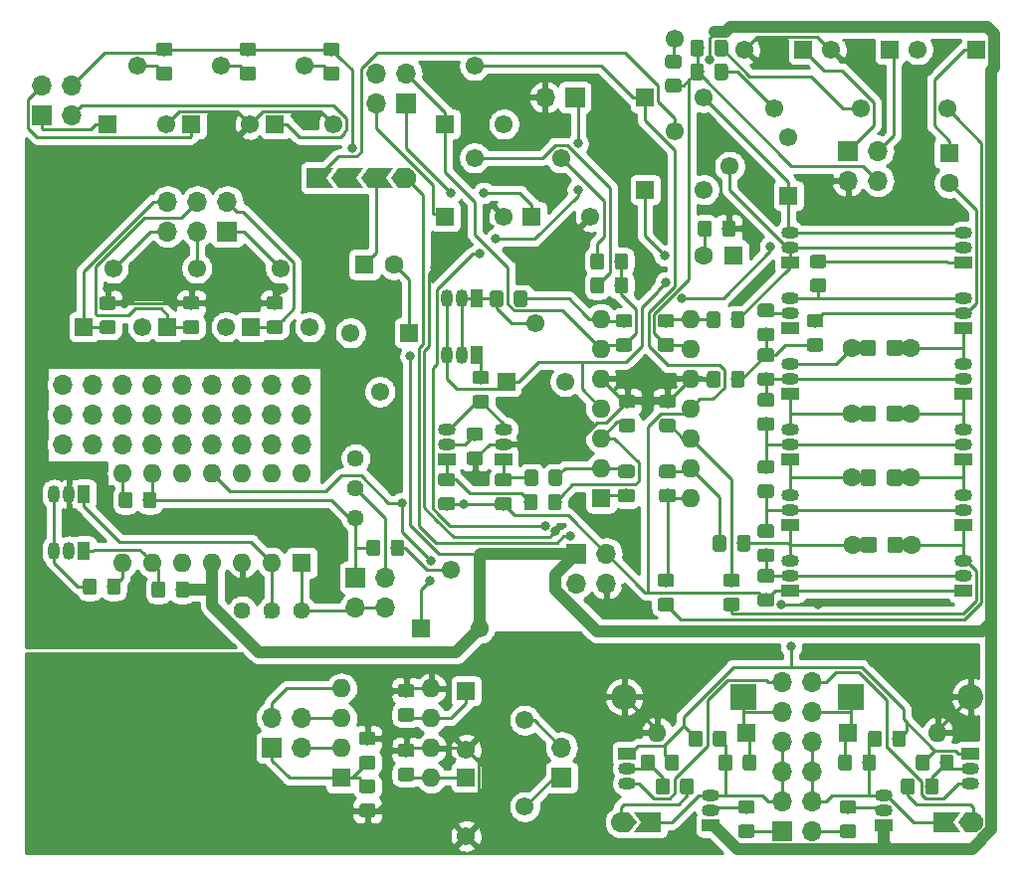
<source format=gbr>
G04 #@! TF.GenerationSoftware,KiCad,Pcbnew,5.1.4*
G04 #@! TF.CreationDate,2019-11-23T15:13:24+01:00*
G04 #@! TF.ProjectId,voice_board,766f6963-655f-4626-9f61-72642e6b6963,rev?*
G04 #@! TF.SameCoordinates,Original*
G04 #@! TF.FileFunction,Copper,L1,Top*
G04 #@! TF.FilePolarity,Positive*
%FSLAX46Y46*%
G04 Gerber Fmt 4.6, Leading zero omitted, Abs format (unit mm)*
G04 Created by KiCad (PCBNEW 5.1.4) date 2019-11-23 15:13:24*
%MOMM*%
%LPD*%
G04 APERTURE LIST*
%ADD10O,1.700000X1.700000*%
%ADD11C,1.600000*%
%ADD12C,0.100000*%
%ADD13C,1.350000*%
%ADD14R,1.700000X1.700000*%
%ADD15R,1.600000X1.600000*%
%ADD16C,1.700000*%
%ADD17O,1.600000X1.600000*%
%ADD18C,1.550000*%
%ADD19R,1.550000X1.550000*%
%ADD20C,1.440000*%
%ADD21C,1.150000*%
%ADD22O,1.050000X1.500000*%
%ADD23R,1.050000X1.500000*%
%ADD24R,1.500000X1.050000*%
%ADD25O,1.500000X1.050000*%
%ADD26O,2.200000X2.200000*%
%ADD27R,2.200000X2.200000*%
%ADD28C,0.800000*%
%ADD29C,0.250000*%
%ADD30C,1.000000*%
%ADD31C,0.254000*%
G04 APERTURE END LIST*
D10*
X177292000Y-59817000D03*
X174752000Y-59817000D03*
X179832000Y-59817000D03*
X172212000Y-62357000D03*
X177292000Y-62357000D03*
X174752000Y-62357000D03*
X187452000Y-62357000D03*
X187452000Y-59817000D03*
X184912000Y-62357000D03*
X184912000Y-59817000D03*
X182372000Y-62357000D03*
X182372000Y-59817000D03*
X179832000Y-62357000D03*
X167132000Y-62357000D03*
X169672000Y-59817000D03*
X169672000Y-62357000D03*
X172212000Y-59817000D03*
X167132000Y-59817000D03*
X169672000Y-64897000D03*
X182372000Y-64897000D03*
X179832000Y-64897000D03*
X174752000Y-64897000D03*
X167132000Y-64897000D03*
X177292000Y-64897000D03*
X187452000Y-64897000D03*
X184912000Y-64897000D03*
X172212000Y-64897000D03*
D11*
X234315000Y-73406000D03*
X239315000Y-73406000D03*
D12*
G36*
X236102664Y-72707411D02*
G01*
X236131102Y-72711629D01*
X236158989Y-72718614D01*
X236186057Y-72728299D01*
X236212046Y-72740591D01*
X236236704Y-72755371D01*
X236259796Y-72772497D01*
X236281097Y-72791803D01*
X236300403Y-72813104D01*
X236317529Y-72836196D01*
X236332309Y-72860854D01*
X236344601Y-72886843D01*
X236354286Y-72913911D01*
X236361271Y-72941798D01*
X236365489Y-72970236D01*
X236366900Y-72998950D01*
X236366900Y-73813050D01*
X236365489Y-73841764D01*
X236361271Y-73870202D01*
X236354286Y-73898089D01*
X236344601Y-73925157D01*
X236332309Y-73951146D01*
X236317529Y-73975804D01*
X236300403Y-73998896D01*
X236281097Y-74020197D01*
X236259796Y-74039503D01*
X236236704Y-74056629D01*
X236212046Y-74071409D01*
X236186057Y-74083701D01*
X236158989Y-74093386D01*
X236131102Y-74100371D01*
X236102664Y-74104589D01*
X236073950Y-74106000D01*
X235309850Y-74106000D01*
X235281136Y-74104589D01*
X235252698Y-74100371D01*
X235224811Y-74093386D01*
X235197743Y-74083701D01*
X235171754Y-74071409D01*
X235147096Y-74056629D01*
X235124004Y-74039503D01*
X235102703Y-74020197D01*
X235083397Y-73998896D01*
X235066271Y-73975804D01*
X235051491Y-73951146D01*
X235039199Y-73925157D01*
X235029514Y-73898089D01*
X235022529Y-73870202D01*
X235018311Y-73841764D01*
X235016900Y-73813050D01*
X235016900Y-72998950D01*
X235018311Y-72970236D01*
X235022529Y-72941798D01*
X235029514Y-72913911D01*
X235039199Y-72886843D01*
X235051491Y-72860854D01*
X235066271Y-72836196D01*
X235083397Y-72813104D01*
X235102703Y-72791803D01*
X235124004Y-72772497D01*
X235147096Y-72755371D01*
X235171754Y-72740591D01*
X235197743Y-72728299D01*
X235224811Y-72718614D01*
X235252698Y-72711629D01*
X235281136Y-72707411D01*
X235309850Y-72706000D01*
X236073950Y-72706000D01*
X236102664Y-72707411D01*
X236102664Y-72707411D01*
G37*
D13*
X235691900Y-73406000D03*
D12*
G36*
X238352664Y-72707411D02*
G01*
X238381102Y-72711629D01*
X238408989Y-72718614D01*
X238436057Y-72728299D01*
X238462046Y-72740591D01*
X238486704Y-72755371D01*
X238509796Y-72772497D01*
X238531097Y-72791803D01*
X238550403Y-72813104D01*
X238567529Y-72836196D01*
X238582309Y-72860854D01*
X238594601Y-72886843D01*
X238604286Y-72913911D01*
X238611271Y-72941798D01*
X238615489Y-72970236D01*
X238616900Y-72998950D01*
X238616900Y-73813050D01*
X238615489Y-73841764D01*
X238611271Y-73870202D01*
X238604286Y-73898089D01*
X238594601Y-73925157D01*
X238582309Y-73951146D01*
X238567529Y-73975804D01*
X238550403Y-73998896D01*
X238531097Y-74020197D01*
X238509796Y-74039503D01*
X238486704Y-74056629D01*
X238462046Y-74071409D01*
X238436057Y-74083701D01*
X238408989Y-74093386D01*
X238381102Y-74100371D01*
X238352664Y-74104589D01*
X238323950Y-74106000D01*
X237559850Y-74106000D01*
X237531136Y-74104589D01*
X237502698Y-74100371D01*
X237474811Y-74093386D01*
X237447743Y-74083701D01*
X237421754Y-74071409D01*
X237397096Y-74056629D01*
X237374004Y-74039503D01*
X237352703Y-74020197D01*
X237333397Y-73998896D01*
X237316271Y-73975804D01*
X237301491Y-73951146D01*
X237289199Y-73925157D01*
X237279514Y-73898089D01*
X237272529Y-73870202D01*
X237268311Y-73841764D01*
X237266900Y-73813050D01*
X237266900Y-72998950D01*
X237268311Y-72970236D01*
X237272529Y-72941798D01*
X237279514Y-72913911D01*
X237289199Y-72886843D01*
X237301491Y-72860854D01*
X237316271Y-72836196D01*
X237333397Y-72813104D01*
X237352703Y-72791803D01*
X237374004Y-72772497D01*
X237397096Y-72755371D01*
X237421754Y-72740591D01*
X237447743Y-72728299D01*
X237474811Y-72718614D01*
X237502698Y-72711629D01*
X237531136Y-72707411D01*
X237559850Y-72706000D01*
X238323950Y-72706000D01*
X238352664Y-72707411D01*
X238352664Y-72707411D01*
G37*
D13*
X237941900Y-73406000D03*
D11*
X239275400Y-67691000D03*
X234275400Y-67691000D03*
D12*
G36*
X238309264Y-66992411D02*
G01*
X238337702Y-66996629D01*
X238365589Y-67003614D01*
X238392657Y-67013299D01*
X238418646Y-67025591D01*
X238443304Y-67040371D01*
X238466396Y-67057497D01*
X238487697Y-67076803D01*
X238507003Y-67098104D01*
X238524129Y-67121196D01*
X238538909Y-67145854D01*
X238551201Y-67171843D01*
X238560886Y-67198911D01*
X238567871Y-67226798D01*
X238572089Y-67255236D01*
X238573500Y-67283950D01*
X238573500Y-68098050D01*
X238572089Y-68126764D01*
X238567871Y-68155202D01*
X238560886Y-68183089D01*
X238551201Y-68210157D01*
X238538909Y-68236146D01*
X238524129Y-68260804D01*
X238507003Y-68283896D01*
X238487697Y-68305197D01*
X238466396Y-68324503D01*
X238443304Y-68341629D01*
X238418646Y-68356409D01*
X238392657Y-68368701D01*
X238365589Y-68378386D01*
X238337702Y-68385371D01*
X238309264Y-68389589D01*
X238280550Y-68391000D01*
X237516450Y-68391000D01*
X237487736Y-68389589D01*
X237459298Y-68385371D01*
X237431411Y-68378386D01*
X237404343Y-68368701D01*
X237378354Y-68356409D01*
X237353696Y-68341629D01*
X237330604Y-68324503D01*
X237309303Y-68305197D01*
X237289997Y-68283896D01*
X237272871Y-68260804D01*
X237258091Y-68236146D01*
X237245799Y-68210157D01*
X237236114Y-68183089D01*
X237229129Y-68155202D01*
X237224911Y-68126764D01*
X237223500Y-68098050D01*
X237223500Y-67283950D01*
X237224911Y-67255236D01*
X237229129Y-67226798D01*
X237236114Y-67198911D01*
X237245799Y-67171843D01*
X237258091Y-67145854D01*
X237272871Y-67121196D01*
X237289997Y-67098104D01*
X237309303Y-67076803D01*
X237330604Y-67057497D01*
X237353696Y-67040371D01*
X237378354Y-67025591D01*
X237404343Y-67013299D01*
X237431411Y-67003614D01*
X237459298Y-66996629D01*
X237487736Y-66992411D01*
X237516450Y-66991000D01*
X238280550Y-66991000D01*
X238309264Y-66992411D01*
X238309264Y-66992411D01*
G37*
D13*
X237898500Y-67691000D03*
D12*
G36*
X236059264Y-66992411D02*
G01*
X236087702Y-66996629D01*
X236115589Y-67003614D01*
X236142657Y-67013299D01*
X236168646Y-67025591D01*
X236193304Y-67040371D01*
X236216396Y-67057497D01*
X236237697Y-67076803D01*
X236257003Y-67098104D01*
X236274129Y-67121196D01*
X236288909Y-67145854D01*
X236301201Y-67171843D01*
X236310886Y-67198911D01*
X236317871Y-67226798D01*
X236322089Y-67255236D01*
X236323500Y-67283950D01*
X236323500Y-68098050D01*
X236322089Y-68126764D01*
X236317871Y-68155202D01*
X236310886Y-68183089D01*
X236301201Y-68210157D01*
X236288909Y-68236146D01*
X236274129Y-68260804D01*
X236257003Y-68283896D01*
X236237697Y-68305197D01*
X236216396Y-68324503D01*
X236193304Y-68341629D01*
X236168646Y-68356409D01*
X236142657Y-68368701D01*
X236115589Y-68378386D01*
X236087702Y-68385371D01*
X236059264Y-68389589D01*
X236030550Y-68391000D01*
X235266450Y-68391000D01*
X235237736Y-68389589D01*
X235209298Y-68385371D01*
X235181411Y-68378386D01*
X235154343Y-68368701D01*
X235128354Y-68356409D01*
X235103696Y-68341629D01*
X235080604Y-68324503D01*
X235059303Y-68305197D01*
X235039997Y-68283896D01*
X235022871Y-68260804D01*
X235008091Y-68236146D01*
X234995799Y-68210157D01*
X234986114Y-68183089D01*
X234979129Y-68155202D01*
X234974911Y-68126764D01*
X234973500Y-68098050D01*
X234973500Y-67283950D01*
X234974911Y-67255236D01*
X234979129Y-67226798D01*
X234986114Y-67198911D01*
X234995799Y-67171843D01*
X235008091Y-67145854D01*
X235022871Y-67121196D01*
X235039997Y-67098104D01*
X235059303Y-67076803D01*
X235080604Y-67057497D01*
X235103696Y-67040371D01*
X235128354Y-67025591D01*
X235154343Y-67013299D01*
X235181411Y-67003614D01*
X235209298Y-66996629D01*
X235237736Y-66992411D01*
X235266450Y-66991000D01*
X236030550Y-66991000D01*
X236059264Y-66992411D01*
X236059264Y-66992411D01*
G37*
D13*
X235648500Y-67691000D03*
D11*
X239268000Y-62230000D03*
X234268000Y-62230000D03*
D12*
G36*
X238301864Y-61531411D02*
G01*
X238330302Y-61535629D01*
X238358189Y-61542614D01*
X238385257Y-61552299D01*
X238411246Y-61564591D01*
X238435904Y-61579371D01*
X238458996Y-61596497D01*
X238480297Y-61615803D01*
X238499603Y-61637104D01*
X238516729Y-61660196D01*
X238531509Y-61684854D01*
X238543801Y-61710843D01*
X238553486Y-61737911D01*
X238560471Y-61765798D01*
X238564689Y-61794236D01*
X238566100Y-61822950D01*
X238566100Y-62637050D01*
X238564689Y-62665764D01*
X238560471Y-62694202D01*
X238553486Y-62722089D01*
X238543801Y-62749157D01*
X238531509Y-62775146D01*
X238516729Y-62799804D01*
X238499603Y-62822896D01*
X238480297Y-62844197D01*
X238458996Y-62863503D01*
X238435904Y-62880629D01*
X238411246Y-62895409D01*
X238385257Y-62907701D01*
X238358189Y-62917386D01*
X238330302Y-62924371D01*
X238301864Y-62928589D01*
X238273150Y-62930000D01*
X237509050Y-62930000D01*
X237480336Y-62928589D01*
X237451898Y-62924371D01*
X237424011Y-62917386D01*
X237396943Y-62907701D01*
X237370954Y-62895409D01*
X237346296Y-62880629D01*
X237323204Y-62863503D01*
X237301903Y-62844197D01*
X237282597Y-62822896D01*
X237265471Y-62799804D01*
X237250691Y-62775146D01*
X237238399Y-62749157D01*
X237228714Y-62722089D01*
X237221729Y-62694202D01*
X237217511Y-62665764D01*
X237216100Y-62637050D01*
X237216100Y-61822950D01*
X237217511Y-61794236D01*
X237221729Y-61765798D01*
X237228714Y-61737911D01*
X237238399Y-61710843D01*
X237250691Y-61684854D01*
X237265471Y-61660196D01*
X237282597Y-61637104D01*
X237301903Y-61615803D01*
X237323204Y-61596497D01*
X237346296Y-61579371D01*
X237370954Y-61564591D01*
X237396943Y-61552299D01*
X237424011Y-61542614D01*
X237451898Y-61535629D01*
X237480336Y-61531411D01*
X237509050Y-61530000D01*
X238273150Y-61530000D01*
X238301864Y-61531411D01*
X238301864Y-61531411D01*
G37*
D13*
X237891100Y-62230000D03*
D12*
G36*
X236051864Y-61531411D02*
G01*
X236080302Y-61535629D01*
X236108189Y-61542614D01*
X236135257Y-61552299D01*
X236161246Y-61564591D01*
X236185904Y-61579371D01*
X236208996Y-61596497D01*
X236230297Y-61615803D01*
X236249603Y-61637104D01*
X236266729Y-61660196D01*
X236281509Y-61684854D01*
X236293801Y-61710843D01*
X236303486Y-61737911D01*
X236310471Y-61765798D01*
X236314689Y-61794236D01*
X236316100Y-61822950D01*
X236316100Y-62637050D01*
X236314689Y-62665764D01*
X236310471Y-62694202D01*
X236303486Y-62722089D01*
X236293801Y-62749157D01*
X236281509Y-62775146D01*
X236266729Y-62799804D01*
X236249603Y-62822896D01*
X236230297Y-62844197D01*
X236208996Y-62863503D01*
X236185904Y-62880629D01*
X236161246Y-62895409D01*
X236135257Y-62907701D01*
X236108189Y-62917386D01*
X236080302Y-62924371D01*
X236051864Y-62928589D01*
X236023150Y-62930000D01*
X235259050Y-62930000D01*
X235230336Y-62928589D01*
X235201898Y-62924371D01*
X235174011Y-62917386D01*
X235146943Y-62907701D01*
X235120954Y-62895409D01*
X235096296Y-62880629D01*
X235073204Y-62863503D01*
X235051903Y-62844197D01*
X235032597Y-62822896D01*
X235015471Y-62799804D01*
X235000691Y-62775146D01*
X234988399Y-62749157D01*
X234978714Y-62722089D01*
X234971729Y-62694202D01*
X234967511Y-62665764D01*
X234966100Y-62637050D01*
X234966100Y-61822950D01*
X234967511Y-61794236D01*
X234971729Y-61765798D01*
X234978714Y-61737911D01*
X234988399Y-61710843D01*
X235000691Y-61684854D01*
X235015471Y-61660196D01*
X235032597Y-61637104D01*
X235051903Y-61615803D01*
X235073204Y-61596497D01*
X235096296Y-61579371D01*
X235120954Y-61564591D01*
X235146943Y-61552299D01*
X235174011Y-61542614D01*
X235201898Y-61535629D01*
X235230336Y-61531411D01*
X235259050Y-61530000D01*
X236023150Y-61530000D01*
X236051864Y-61531411D01*
X236051864Y-61531411D01*
G37*
D13*
X235641100Y-62230000D03*
D11*
X239268000Y-56642000D03*
X234268000Y-56642000D03*
D12*
G36*
X238301864Y-55943411D02*
G01*
X238330302Y-55947629D01*
X238358189Y-55954614D01*
X238385257Y-55964299D01*
X238411246Y-55976591D01*
X238435904Y-55991371D01*
X238458996Y-56008497D01*
X238480297Y-56027803D01*
X238499603Y-56049104D01*
X238516729Y-56072196D01*
X238531509Y-56096854D01*
X238543801Y-56122843D01*
X238553486Y-56149911D01*
X238560471Y-56177798D01*
X238564689Y-56206236D01*
X238566100Y-56234950D01*
X238566100Y-57049050D01*
X238564689Y-57077764D01*
X238560471Y-57106202D01*
X238553486Y-57134089D01*
X238543801Y-57161157D01*
X238531509Y-57187146D01*
X238516729Y-57211804D01*
X238499603Y-57234896D01*
X238480297Y-57256197D01*
X238458996Y-57275503D01*
X238435904Y-57292629D01*
X238411246Y-57307409D01*
X238385257Y-57319701D01*
X238358189Y-57329386D01*
X238330302Y-57336371D01*
X238301864Y-57340589D01*
X238273150Y-57342000D01*
X237509050Y-57342000D01*
X237480336Y-57340589D01*
X237451898Y-57336371D01*
X237424011Y-57329386D01*
X237396943Y-57319701D01*
X237370954Y-57307409D01*
X237346296Y-57292629D01*
X237323204Y-57275503D01*
X237301903Y-57256197D01*
X237282597Y-57234896D01*
X237265471Y-57211804D01*
X237250691Y-57187146D01*
X237238399Y-57161157D01*
X237228714Y-57134089D01*
X237221729Y-57106202D01*
X237217511Y-57077764D01*
X237216100Y-57049050D01*
X237216100Y-56234950D01*
X237217511Y-56206236D01*
X237221729Y-56177798D01*
X237228714Y-56149911D01*
X237238399Y-56122843D01*
X237250691Y-56096854D01*
X237265471Y-56072196D01*
X237282597Y-56049104D01*
X237301903Y-56027803D01*
X237323204Y-56008497D01*
X237346296Y-55991371D01*
X237370954Y-55976591D01*
X237396943Y-55964299D01*
X237424011Y-55954614D01*
X237451898Y-55947629D01*
X237480336Y-55943411D01*
X237509050Y-55942000D01*
X238273150Y-55942000D01*
X238301864Y-55943411D01*
X238301864Y-55943411D01*
G37*
D13*
X237891100Y-56642000D03*
D12*
G36*
X236051864Y-55943411D02*
G01*
X236080302Y-55947629D01*
X236108189Y-55954614D01*
X236135257Y-55964299D01*
X236161246Y-55976591D01*
X236185904Y-55991371D01*
X236208996Y-56008497D01*
X236230297Y-56027803D01*
X236249603Y-56049104D01*
X236266729Y-56072196D01*
X236281509Y-56096854D01*
X236293801Y-56122843D01*
X236303486Y-56149911D01*
X236310471Y-56177798D01*
X236314689Y-56206236D01*
X236316100Y-56234950D01*
X236316100Y-57049050D01*
X236314689Y-57077764D01*
X236310471Y-57106202D01*
X236303486Y-57134089D01*
X236293801Y-57161157D01*
X236281509Y-57187146D01*
X236266729Y-57211804D01*
X236249603Y-57234896D01*
X236230297Y-57256197D01*
X236208996Y-57275503D01*
X236185904Y-57292629D01*
X236161246Y-57307409D01*
X236135257Y-57319701D01*
X236108189Y-57329386D01*
X236080302Y-57336371D01*
X236051864Y-57340589D01*
X236023150Y-57342000D01*
X235259050Y-57342000D01*
X235230336Y-57340589D01*
X235201898Y-57336371D01*
X235174011Y-57329386D01*
X235146943Y-57319701D01*
X235120954Y-57307409D01*
X235096296Y-57292629D01*
X235073204Y-57275503D01*
X235051903Y-57256197D01*
X235032597Y-57234896D01*
X235015471Y-57211804D01*
X235000691Y-57187146D01*
X234988399Y-57161157D01*
X234978714Y-57134089D01*
X234971729Y-57106202D01*
X234967511Y-57077764D01*
X234966100Y-57049050D01*
X234966100Y-56234950D01*
X234967511Y-56206236D01*
X234971729Y-56177798D01*
X234978714Y-56149911D01*
X234988399Y-56122843D01*
X235000691Y-56096854D01*
X235015471Y-56072196D01*
X235032597Y-56049104D01*
X235051903Y-56027803D01*
X235073204Y-56008497D01*
X235096296Y-55991371D01*
X235120954Y-55976591D01*
X235146943Y-55964299D01*
X235174011Y-55954614D01*
X235201898Y-55947629D01*
X235230336Y-55943411D01*
X235259050Y-55942000D01*
X236023150Y-55942000D01*
X236051864Y-55943411D01*
X236051864Y-55943411D01*
G37*
D13*
X235641100Y-56642000D03*
D10*
X208153000Y-35306000D03*
D14*
X210693000Y-35306000D03*
D10*
X193802000Y-33274000D03*
X193802000Y-35814000D03*
X196342000Y-33274000D03*
D14*
X196342000Y-35814000D03*
D11*
X242570000Y-42568500D03*
D15*
X242570000Y-40068500D03*
D11*
X221655000Y-48768000D03*
D15*
X224155000Y-48768000D03*
D11*
X195286000Y-49530000D03*
D15*
X192786000Y-49530000D03*
D16*
X193802000Y-42164000D03*
D12*
G36*
X194652000Y-42164000D02*
G01*
X195252000Y-43014000D01*
X193102000Y-43014000D01*
X192502000Y-42164000D01*
X193102000Y-41314000D01*
X195252000Y-41314000D01*
X194652000Y-42164000D01*
X194652000Y-42164000D01*
G37*
D16*
X196342000Y-42164000D03*
D12*
G36*
X196342000Y-41315024D02*
G01*
X196383708Y-41315024D01*
X196466721Y-41323200D01*
X196548533Y-41339473D01*
X196628356Y-41363688D01*
X196705422Y-41395609D01*
X196778987Y-41434931D01*
X196848344Y-41481274D01*
X196912825Y-41534192D01*
X196971808Y-41593175D01*
X197024726Y-41657656D01*
X197071069Y-41727013D01*
X197110391Y-41800578D01*
X197142312Y-41877644D01*
X197166527Y-41957467D01*
X197182800Y-42039279D01*
X197190976Y-42122292D01*
X197190976Y-42205708D01*
X197182800Y-42288721D01*
X197166527Y-42370533D01*
X197142312Y-42450356D01*
X197110391Y-42527422D01*
X197071069Y-42600987D01*
X197024726Y-42670344D01*
X196971808Y-42734825D01*
X196912825Y-42793808D01*
X196848344Y-42846726D01*
X196778987Y-42893069D01*
X196705422Y-42932391D01*
X196628356Y-42964312D01*
X196548533Y-42988527D01*
X196466721Y-43004800D01*
X196383708Y-43012976D01*
X196342000Y-43012976D01*
X196342000Y-43014000D01*
X195642000Y-43014000D01*
X195042000Y-42164000D01*
X195642000Y-41314000D01*
X196342000Y-41314000D01*
X196342000Y-41315024D01*
X196342000Y-41315024D01*
G37*
D16*
X191262000Y-42164000D03*
D12*
G36*
X192112000Y-42164000D02*
G01*
X192712000Y-43014000D01*
X190562000Y-43014000D01*
X189962000Y-42164000D01*
X190562000Y-41314000D01*
X192712000Y-41314000D01*
X192112000Y-42164000D01*
X192112000Y-42164000D01*
G37*
D16*
X188722000Y-42164000D03*
D12*
G36*
X189572000Y-42164000D02*
G01*
X190172000Y-43014000D01*
X187872000Y-43014000D01*
X187872000Y-41314000D01*
X190172000Y-41314000D01*
X189572000Y-42164000D01*
X189572000Y-42164000D01*
G37*
D16*
X244602000Y-97028000D03*
D12*
G36*
X244602000Y-96179024D02*
G01*
X244643708Y-96179024D01*
X244726721Y-96187200D01*
X244808533Y-96203473D01*
X244888356Y-96227688D01*
X244965422Y-96259609D01*
X245038987Y-96298931D01*
X245108344Y-96345274D01*
X245172825Y-96398192D01*
X245231808Y-96457175D01*
X245284726Y-96521656D01*
X245331069Y-96591013D01*
X245370391Y-96664578D01*
X245402312Y-96741644D01*
X245426527Y-96821467D01*
X245442800Y-96903279D01*
X245450976Y-96986292D01*
X245450976Y-97069708D01*
X245442800Y-97152721D01*
X245426527Y-97234533D01*
X245402312Y-97314356D01*
X245370391Y-97391422D01*
X245331069Y-97464987D01*
X245284726Y-97534344D01*
X245231808Y-97598825D01*
X245172825Y-97657808D01*
X245108344Y-97710726D01*
X245038987Y-97757069D01*
X244965422Y-97796391D01*
X244888356Y-97828312D01*
X244808533Y-97852527D01*
X244726721Y-97868800D01*
X244643708Y-97876976D01*
X244602000Y-97876976D01*
X244602000Y-97878000D01*
X243902000Y-97878000D01*
X243302000Y-97028000D01*
X243902000Y-96178000D01*
X244602000Y-96178000D01*
X244602000Y-96179024D01*
X244602000Y-96179024D01*
G37*
D16*
X242062000Y-97028000D03*
D12*
G36*
X242912000Y-97028000D02*
G01*
X243512000Y-97878000D01*
X241212000Y-97878000D01*
X241212000Y-96178000D01*
X243512000Y-96178000D01*
X242912000Y-97028000D01*
X242912000Y-97028000D01*
G37*
D16*
X214630000Y-97028000D03*
D12*
G36*
X214630000Y-97876976D02*
G01*
X214588292Y-97876976D01*
X214505279Y-97868800D01*
X214423467Y-97852527D01*
X214343644Y-97828312D01*
X214266578Y-97796391D01*
X214193013Y-97757069D01*
X214123656Y-97710726D01*
X214059175Y-97657808D01*
X214000192Y-97598825D01*
X213947274Y-97534344D01*
X213900931Y-97464987D01*
X213861609Y-97391422D01*
X213829688Y-97314356D01*
X213805473Y-97234533D01*
X213789200Y-97152721D01*
X213781024Y-97069708D01*
X213781024Y-96986292D01*
X213789200Y-96903279D01*
X213805473Y-96821467D01*
X213829688Y-96741644D01*
X213861609Y-96664578D01*
X213900931Y-96591013D01*
X213947274Y-96521656D01*
X214000192Y-96457175D01*
X214059175Y-96398192D01*
X214123656Y-96345274D01*
X214193013Y-96298931D01*
X214266578Y-96259609D01*
X214343644Y-96227688D01*
X214423467Y-96203473D01*
X214505279Y-96187200D01*
X214588292Y-96179024D01*
X214630000Y-96179024D01*
X214630000Y-96178000D01*
X215330000Y-96178000D01*
X215930000Y-97028000D01*
X215330000Y-97878000D01*
X214630000Y-97878000D01*
X214630000Y-97876976D01*
X214630000Y-97876976D01*
G37*
D16*
X217170000Y-97028000D03*
D12*
G36*
X216320000Y-97028000D02*
G01*
X215720000Y-96178000D01*
X218020000Y-96178000D01*
X218020000Y-97878000D01*
X215720000Y-97878000D01*
X216320000Y-97028000D01*
X216320000Y-97028000D01*
G37*
D10*
X236474000Y-42418000D03*
X236474000Y-39878000D03*
X233934000Y-42418000D03*
D14*
X233934000Y-39878000D03*
D15*
X187452000Y-74930000D03*
D17*
X172212000Y-67310000D03*
X184912000Y-74930000D03*
X174752000Y-67310000D03*
X182372000Y-74930000D03*
X177292000Y-67310000D03*
X179832000Y-74930000D03*
X179832000Y-67310000D03*
X177292000Y-74930000D03*
X182372000Y-67310000D03*
X174752000Y-74930000D03*
X184912000Y-67310000D03*
X172212000Y-74930000D03*
X187452000Y-67310000D03*
D18*
X200112000Y-75518000D03*
D19*
X197612000Y-80518000D03*
D18*
X202612000Y-80518000D03*
D20*
X182372000Y-78994000D03*
X184912000Y-78994000D03*
X187452000Y-78994000D03*
D12*
G36*
X171808505Y-76263204D02*
G01*
X171832773Y-76266804D01*
X171856572Y-76272765D01*
X171879671Y-76281030D01*
X171901850Y-76291520D01*
X171922893Y-76304132D01*
X171942599Y-76318747D01*
X171960777Y-76335223D01*
X171977253Y-76353401D01*
X171991868Y-76373107D01*
X172004480Y-76394150D01*
X172014970Y-76416329D01*
X172023235Y-76439428D01*
X172029196Y-76463227D01*
X172032796Y-76487495D01*
X172034000Y-76511999D01*
X172034000Y-77412001D01*
X172032796Y-77436505D01*
X172029196Y-77460773D01*
X172023235Y-77484572D01*
X172014970Y-77507671D01*
X172004480Y-77529850D01*
X171991868Y-77550893D01*
X171977253Y-77570599D01*
X171960777Y-77588777D01*
X171942599Y-77605253D01*
X171922893Y-77619868D01*
X171901850Y-77632480D01*
X171879671Y-77642970D01*
X171856572Y-77651235D01*
X171832773Y-77657196D01*
X171808505Y-77660796D01*
X171784001Y-77662000D01*
X171133999Y-77662000D01*
X171109495Y-77660796D01*
X171085227Y-77657196D01*
X171061428Y-77651235D01*
X171038329Y-77642970D01*
X171016150Y-77632480D01*
X170995107Y-77619868D01*
X170975401Y-77605253D01*
X170957223Y-77588777D01*
X170940747Y-77570599D01*
X170926132Y-77550893D01*
X170913520Y-77529850D01*
X170903030Y-77507671D01*
X170894765Y-77484572D01*
X170888804Y-77460773D01*
X170885204Y-77436505D01*
X170884000Y-77412001D01*
X170884000Y-76511999D01*
X170885204Y-76487495D01*
X170888804Y-76463227D01*
X170894765Y-76439428D01*
X170903030Y-76416329D01*
X170913520Y-76394150D01*
X170926132Y-76373107D01*
X170940747Y-76353401D01*
X170957223Y-76335223D01*
X170975401Y-76318747D01*
X170995107Y-76304132D01*
X171016150Y-76291520D01*
X171038329Y-76281030D01*
X171061428Y-76272765D01*
X171085227Y-76266804D01*
X171109495Y-76263204D01*
X171133999Y-76262000D01*
X171784001Y-76262000D01*
X171808505Y-76263204D01*
X171808505Y-76263204D01*
G37*
D21*
X171459000Y-76962000D03*
D12*
G36*
X169758505Y-76263204D02*
G01*
X169782773Y-76266804D01*
X169806572Y-76272765D01*
X169829671Y-76281030D01*
X169851850Y-76291520D01*
X169872893Y-76304132D01*
X169892599Y-76318747D01*
X169910777Y-76335223D01*
X169927253Y-76353401D01*
X169941868Y-76373107D01*
X169954480Y-76394150D01*
X169964970Y-76416329D01*
X169973235Y-76439428D01*
X169979196Y-76463227D01*
X169982796Y-76487495D01*
X169984000Y-76511999D01*
X169984000Y-77412001D01*
X169982796Y-77436505D01*
X169979196Y-77460773D01*
X169973235Y-77484572D01*
X169964970Y-77507671D01*
X169954480Y-77529850D01*
X169941868Y-77550893D01*
X169927253Y-77570599D01*
X169910777Y-77588777D01*
X169892599Y-77605253D01*
X169872893Y-77619868D01*
X169851850Y-77632480D01*
X169829671Y-77642970D01*
X169806572Y-77651235D01*
X169782773Y-77657196D01*
X169758505Y-77660796D01*
X169734001Y-77662000D01*
X169083999Y-77662000D01*
X169059495Y-77660796D01*
X169035227Y-77657196D01*
X169011428Y-77651235D01*
X168988329Y-77642970D01*
X168966150Y-77632480D01*
X168945107Y-77619868D01*
X168925401Y-77605253D01*
X168907223Y-77588777D01*
X168890747Y-77570599D01*
X168876132Y-77550893D01*
X168863520Y-77529850D01*
X168853030Y-77507671D01*
X168844765Y-77484572D01*
X168838804Y-77460773D01*
X168835204Y-77436505D01*
X168834000Y-77412001D01*
X168834000Y-76511999D01*
X168835204Y-76487495D01*
X168838804Y-76463227D01*
X168844765Y-76439428D01*
X168853030Y-76416329D01*
X168863520Y-76394150D01*
X168876132Y-76373107D01*
X168890747Y-76353401D01*
X168907223Y-76335223D01*
X168925401Y-76318747D01*
X168945107Y-76304132D01*
X168966150Y-76291520D01*
X168988329Y-76281030D01*
X169011428Y-76272765D01*
X169035227Y-76266804D01*
X169059495Y-76263204D01*
X169083999Y-76262000D01*
X169734001Y-76262000D01*
X169758505Y-76263204D01*
X169758505Y-76263204D01*
G37*
D21*
X169409000Y-76962000D03*
D12*
G36*
X175600505Y-76517204D02*
G01*
X175624773Y-76520804D01*
X175648572Y-76526765D01*
X175671671Y-76535030D01*
X175693850Y-76545520D01*
X175714893Y-76558132D01*
X175734599Y-76572747D01*
X175752777Y-76589223D01*
X175769253Y-76607401D01*
X175783868Y-76627107D01*
X175796480Y-76648150D01*
X175806970Y-76670329D01*
X175815235Y-76693428D01*
X175821196Y-76717227D01*
X175824796Y-76741495D01*
X175826000Y-76765999D01*
X175826000Y-77666001D01*
X175824796Y-77690505D01*
X175821196Y-77714773D01*
X175815235Y-77738572D01*
X175806970Y-77761671D01*
X175796480Y-77783850D01*
X175783868Y-77804893D01*
X175769253Y-77824599D01*
X175752777Y-77842777D01*
X175734599Y-77859253D01*
X175714893Y-77873868D01*
X175693850Y-77886480D01*
X175671671Y-77896970D01*
X175648572Y-77905235D01*
X175624773Y-77911196D01*
X175600505Y-77914796D01*
X175576001Y-77916000D01*
X174925999Y-77916000D01*
X174901495Y-77914796D01*
X174877227Y-77911196D01*
X174853428Y-77905235D01*
X174830329Y-77896970D01*
X174808150Y-77886480D01*
X174787107Y-77873868D01*
X174767401Y-77859253D01*
X174749223Y-77842777D01*
X174732747Y-77824599D01*
X174718132Y-77804893D01*
X174705520Y-77783850D01*
X174695030Y-77761671D01*
X174686765Y-77738572D01*
X174680804Y-77714773D01*
X174677204Y-77690505D01*
X174676000Y-77666001D01*
X174676000Y-76765999D01*
X174677204Y-76741495D01*
X174680804Y-76717227D01*
X174686765Y-76693428D01*
X174695030Y-76670329D01*
X174705520Y-76648150D01*
X174718132Y-76627107D01*
X174732747Y-76607401D01*
X174749223Y-76589223D01*
X174767401Y-76572747D01*
X174787107Y-76558132D01*
X174808150Y-76545520D01*
X174830329Y-76535030D01*
X174853428Y-76526765D01*
X174877227Y-76520804D01*
X174901495Y-76517204D01*
X174925999Y-76516000D01*
X175576001Y-76516000D01*
X175600505Y-76517204D01*
X175600505Y-76517204D01*
G37*
D21*
X175251000Y-77216000D03*
D12*
G36*
X177650505Y-76517204D02*
G01*
X177674773Y-76520804D01*
X177698572Y-76526765D01*
X177721671Y-76535030D01*
X177743850Y-76545520D01*
X177764893Y-76558132D01*
X177784599Y-76572747D01*
X177802777Y-76589223D01*
X177819253Y-76607401D01*
X177833868Y-76627107D01*
X177846480Y-76648150D01*
X177856970Y-76670329D01*
X177865235Y-76693428D01*
X177871196Y-76717227D01*
X177874796Y-76741495D01*
X177876000Y-76765999D01*
X177876000Y-77666001D01*
X177874796Y-77690505D01*
X177871196Y-77714773D01*
X177865235Y-77738572D01*
X177856970Y-77761671D01*
X177846480Y-77783850D01*
X177833868Y-77804893D01*
X177819253Y-77824599D01*
X177802777Y-77842777D01*
X177784599Y-77859253D01*
X177764893Y-77873868D01*
X177743850Y-77886480D01*
X177721671Y-77896970D01*
X177698572Y-77905235D01*
X177674773Y-77911196D01*
X177650505Y-77914796D01*
X177626001Y-77916000D01*
X176975999Y-77916000D01*
X176951495Y-77914796D01*
X176927227Y-77911196D01*
X176903428Y-77905235D01*
X176880329Y-77896970D01*
X176858150Y-77886480D01*
X176837107Y-77873868D01*
X176817401Y-77859253D01*
X176799223Y-77842777D01*
X176782747Y-77824599D01*
X176768132Y-77804893D01*
X176755520Y-77783850D01*
X176745030Y-77761671D01*
X176736765Y-77738572D01*
X176730804Y-77714773D01*
X176727204Y-77690505D01*
X176726000Y-77666001D01*
X176726000Y-76765999D01*
X176727204Y-76741495D01*
X176730804Y-76717227D01*
X176736765Y-76693428D01*
X176745030Y-76670329D01*
X176755520Y-76648150D01*
X176768132Y-76627107D01*
X176782747Y-76607401D01*
X176799223Y-76589223D01*
X176817401Y-76572747D01*
X176837107Y-76558132D01*
X176858150Y-76545520D01*
X176880329Y-76535030D01*
X176903428Y-76526765D01*
X176927227Y-76520804D01*
X176951495Y-76517204D01*
X176975999Y-76516000D01*
X177626001Y-76516000D01*
X177650505Y-76517204D01*
X177650505Y-76517204D01*
G37*
D21*
X177301000Y-77216000D03*
D12*
G36*
X172815505Y-68897204D02*
G01*
X172839773Y-68900804D01*
X172863572Y-68906765D01*
X172886671Y-68915030D01*
X172908850Y-68925520D01*
X172929893Y-68938132D01*
X172949599Y-68952747D01*
X172967777Y-68969223D01*
X172984253Y-68987401D01*
X172998868Y-69007107D01*
X173011480Y-69028150D01*
X173021970Y-69050329D01*
X173030235Y-69073428D01*
X173036196Y-69097227D01*
X173039796Y-69121495D01*
X173041000Y-69145999D01*
X173041000Y-70046001D01*
X173039796Y-70070505D01*
X173036196Y-70094773D01*
X173030235Y-70118572D01*
X173021970Y-70141671D01*
X173011480Y-70163850D01*
X172998868Y-70184893D01*
X172984253Y-70204599D01*
X172967777Y-70222777D01*
X172949599Y-70239253D01*
X172929893Y-70253868D01*
X172908850Y-70266480D01*
X172886671Y-70276970D01*
X172863572Y-70285235D01*
X172839773Y-70291196D01*
X172815505Y-70294796D01*
X172791001Y-70296000D01*
X172140999Y-70296000D01*
X172116495Y-70294796D01*
X172092227Y-70291196D01*
X172068428Y-70285235D01*
X172045329Y-70276970D01*
X172023150Y-70266480D01*
X172002107Y-70253868D01*
X171982401Y-70239253D01*
X171964223Y-70222777D01*
X171947747Y-70204599D01*
X171933132Y-70184893D01*
X171920520Y-70163850D01*
X171910030Y-70141671D01*
X171901765Y-70118572D01*
X171895804Y-70094773D01*
X171892204Y-70070505D01*
X171891000Y-70046001D01*
X171891000Y-69145999D01*
X171892204Y-69121495D01*
X171895804Y-69097227D01*
X171901765Y-69073428D01*
X171910030Y-69050329D01*
X171920520Y-69028150D01*
X171933132Y-69007107D01*
X171947747Y-68987401D01*
X171964223Y-68969223D01*
X171982401Y-68952747D01*
X172002107Y-68938132D01*
X172023150Y-68925520D01*
X172045329Y-68915030D01*
X172068428Y-68906765D01*
X172092227Y-68900804D01*
X172116495Y-68897204D01*
X172140999Y-68896000D01*
X172791001Y-68896000D01*
X172815505Y-68897204D01*
X172815505Y-68897204D01*
G37*
D21*
X172466000Y-69596000D03*
D12*
G36*
X174865505Y-68897204D02*
G01*
X174889773Y-68900804D01*
X174913572Y-68906765D01*
X174936671Y-68915030D01*
X174958850Y-68925520D01*
X174979893Y-68938132D01*
X174999599Y-68952747D01*
X175017777Y-68969223D01*
X175034253Y-68987401D01*
X175048868Y-69007107D01*
X175061480Y-69028150D01*
X175071970Y-69050329D01*
X175080235Y-69073428D01*
X175086196Y-69097227D01*
X175089796Y-69121495D01*
X175091000Y-69145999D01*
X175091000Y-70046001D01*
X175089796Y-70070505D01*
X175086196Y-70094773D01*
X175080235Y-70118572D01*
X175071970Y-70141671D01*
X175061480Y-70163850D01*
X175048868Y-70184893D01*
X175034253Y-70204599D01*
X175017777Y-70222777D01*
X174999599Y-70239253D01*
X174979893Y-70253868D01*
X174958850Y-70266480D01*
X174936671Y-70276970D01*
X174913572Y-70285235D01*
X174889773Y-70291196D01*
X174865505Y-70294796D01*
X174841001Y-70296000D01*
X174190999Y-70296000D01*
X174166495Y-70294796D01*
X174142227Y-70291196D01*
X174118428Y-70285235D01*
X174095329Y-70276970D01*
X174073150Y-70266480D01*
X174052107Y-70253868D01*
X174032401Y-70239253D01*
X174014223Y-70222777D01*
X173997747Y-70204599D01*
X173983132Y-70184893D01*
X173970520Y-70163850D01*
X173960030Y-70141671D01*
X173951765Y-70118572D01*
X173945804Y-70094773D01*
X173942204Y-70070505D01*
X173941000Y-70046001D01*
X173941000Y-69145999D01*
X173942204Y-69121495D01*
X173945804Y-69097227D01*
X173951765Y-69073428D01*
X173960030Y-69050329D01*
X173970520Y-69028150D01*
X173983132Y-69007107D01*
X173997747Y-68987401D01*
X174014223Y-68969223D01*
X174032401Y-68952747D01*
X174052107Y-68938132D01*
X174073150Y-68925520D01*
X174095329Y-68915030D01*
X174118428Y-68906765D01*
X174142227Y-68900804D01*
X174166495Y-68897204D01*
X174190999Y-68896000D01*
X174841001Y-68896000D01*
X174865505Y-68897204D01*
X174865505Y-68897204D01*
G37*
D21*
X174516000Y-69596000D03*
D20*
X192024000Y-66040000D03*
X192024000Y-68580000D03*
X192024000Y-71120000D03*
D12*
G36*
X193897505Y-72961204D02*
G01*
X193921773Y-72964804D01*
X193945572Y-72970765D01*
X193968671Y-72979030D01*
X193990850Y-72989520D01*
X194011893Y-73002132D01*
X194031599Y-73016747D01*
X194049777Y-73033223D01*
X194066253Y-73051401D01*
X194080868Y-73071107D01*
X194093480Y-73092150D01*
X194103970Y-73114329D01*
X194112235Y-73137428D01*
X194118196Y-73161227D01*
X194121796Y-73185495D01*
X194123000Y-73209999D01*
X194123000Y-74110001D01*
X194121796Y-74134505D01*
X194118196Y-74158773D01*
X194112235Y-74182572D01*
X194103970Y-74205671D01*
X194093480Y-74227850D01*
X194080868Y-74248893D01*
X194066253Y-74268599D01*
X194049777Y-74286777D01*
X194031599Y-74303253D01*
X194011893Y-74317868D01*
X193990850Y-74330480D01*
X193968671Y-74340970D01*
X193945572Y-74349235D01*
X193921773Y-74355196D01*
X193897505Y-74358796D01*
X193873001Y-74360000D01*
X193222999Y-74360000D01*
X193198495Y-74358796D01*
X193174227Y-74355196D01*
X193150428Y-74349235D01*
X193127329Y-74340970D01*
X193105150Y-74330480D01*
X193084107Y-74317868D01*
X193064401Y-74303253D01*
X193046223Y-74286777D01*
X193029747Y-74268599D01*
X193015132Y-74248893D01*
X193002520Y-74227850D01*
X192992030Y-74205671D01*
X192983765Y-74182572D01*
X192977804Y-74158773D01*
X192974204Y-74134505D01*
X192973000Y-74110001D01*
X192973000Y-73209999D01*
X192974204Y-73185495D01*
X192977804Y-73161227D01*
X192983765Y-73137428D01*
X192992030Y-73114329D01*
X193002520Y-73092150D01*
X193015132Y-73071107D01*
X193029747Y-73051401D01*
X193046223Y-73033223D01*
X193064401Y-73016747D01*
X193084107Y-73002132D01*
X193105150Y-72989520D01*
X193127329Y-72979030D01*
X193150428Y-72970765D01*
X193174227Y-72964804D01*
X193198495Y-72961204D01*
X193222999Y-72960000D01*
X193873001Y-72960000D01*
X193897505Y-72961204D01*
X193897505Y-72961204D01*
G37*
D21*
X193548000Y-73660000D03*
D12*
G36*
X195947505Y-72961204D02*
G01*
X195971773Y-72964804D01*
X195995572Y-72970765D01*
X196018671Y-72979030D01*
X196040850Y-72989520D01*
X196061893Y-73002132D01*
X196081599Y-73016747D01*
X196099777Y-73033223D01*
X196116253Y-73051401D01*
X196130868Y-73071107D01*
X196143480Y-73092150D01*
X196153970Y-73114329D01*
X196162235Y-73137428D01*
X196168196Y-73161227D01*
X196171796Y-73185495D01*
X196173000Y-73209999D01*
X196173000Y-74110001D01*
X196171796Y-74134505D01*
X196168196Y-74158773D01*
X196162235Y-74182572D01*
X196153970Y-74205671D01*
X196143480Y-74227850D01*
X196130868Y-74248893D01*
X196116253Y-74268599D01*
X196099777Y-74286777D01*
X196081599Y-74303253D01*
X196061893Y-74317868D01*
X196040850Y-74330480D01*
X196018671Y-74340970D01*
X195995572Y-74349235D01*
X195971773Y-74355196D01*
X195947505Y-74358796D01*
X195923001Y-74360000D01*
X195272999Y-74360000D01*
X195248495Y-74358796D01*
X195224227Y-74355196D01*
X195200428Y-74349235D01*
X195177329Y-74340970D01*
X195155150Y-74330480D01*
X195134107Y-74317868D01*
X195114401Y-74303253D01*
X195096223Y-74286777D01*
X195079747Y-74268599D01*
X195065132Y-74248893D01*
X195052520Y-74227850D01*
X195042030Y-74205671D01*
X195033765Y-74182572D01*
X195027804Y-74158773D01*
X195024204Y-74134505D01*
X195023000Y-74110001D01*
X195023000Y-73209999D01*
X195024204Y-73185495D01*
X195027804Y-73161227D01*
X195033765Y-73137428D01*
X195042030Y-73114329D01*
X195052520Y-73092150D01*
X195065132Y-73071107D01*
X195079747Y-73051401D01*
X195096223Y-73033223D01*
X195114401Y-73016747D01*
X195134107Y-73002132D01*
X195155150Y-72989520D01*
X195177329Y-72979030D01*
X195200428Y-72970765D01*
X195224227Y-72964804D01*
X195248495Y-72961204D01*
X195272999Y-72960000D01*
X195923001Y-72960000D01*
X195947505Y-72961204D01*
X195947505Y-72961204D01*
G37*
D21*
X195598000Y-73660000D03*
D22*
X167640000Y-69088000D03*
X166370000Y-69088000D03*
D23*
X168910000Y-69088000D03*
X168910000Y-73914000D03*
D22*
X166370000Y-73914000D03*
X167640000Y-73914000D03*
D10*
X194564000Y-78740000D03*
X194564000Y-76200000D03*
X192024000Y-78740000D03*
D14*
X192024000Y-76200000D03*
D12*
G36*
X193514505Y-95456204D02*
G01*
X193538773Y-95459804D01*
X193562572Y-95465765D01*
X193585671Y-95474030D01*
X193607850Y-95484520D01*
X193628893Y-95497132D01*
X193648599Y-95511747D01*
X193666777Y-95528223D01*
X193683253Y-95546401D01*
X193697868Y-95566107D01*
X193710480Y-95587150D01*
X193720970Y-95609329D01*
X193729235Y-95632428D01*
X193735196Y-95656227D01*
X193738796Y-95680495D01*
X193740000Y-95704999D01*
X193740000Y-96355001D01*
X193738796Y-96379505D01*
X193735196Y-96403773D01*
X193729235Y-96427572D01*
X193720970Y-96450671D01*
X193710480Y-96472850D01*
X193697868Y-96493893D01*
X193683253Y-96513599D01*
X193666777Y-96531777D01*
X193648599Y-96548253D01*
X193628893Y-96562868D01*
X193607850Y-96575480D01*
X193585671Y-96585970D01*
X193562572Y-96594235D01*
X193538773Y-96600196D01*
X193514505Y-96603796D01*
X193490001Y-96605000D01*
X192589999Y-96605000D01*
X192565495Y-96603796D01*
X192541227Y-96600196D01*
X192517428Y-96594235D01*
X192494329Y-96585970D01*
X192472150Y-96575480D01*
X192451107Y-96562868D01*
X192431401Y-96548253D01*
X192413223Y-96531777D01*
X192396747Y-96513599D01*
X192382132Y-96493893D01*
X192369520Y-96472850D01*
X192359030Y-96450671D01*
X192350765Y-96427572D01*
X192344804Y-96403773D01*
X192341204Y-96379505D01*
X192340000Y-96355001D01*
X192340000Y-95704999D01*
X192341204Y-95680495D01*
X192344804Y-95656227D01*
X192350765Y-95632428D01*
X192359030Y-95609329D01*
X192369520Y-95587150D01*
X192382132Y-95566107D01*
X192396747Y-95546401D01*
X192413223Y-95528223D01*
X192431401Y-95511747D01*
X192451107Y-95497132D01*
X192472150Y-95484520D01*
X192494329Y-95474030D01*
X192517428Y-95465765D01*
X192541227Y-95459804D01*
X192565495Y-95456204D01*
X192589999Y-95455000D01*
X193490001Y-95455000D01*
X193514505Y-95456204D01*
X193514505Y-95456204D01*
G37*
D21*
X193040000Y-96030000D03*
D12*
G36*
X193514505Y-93406204D02*
G01*
X193538773Y-93409804D01*
X193562572Y-93415765D01*
X193585671Y-93424030D01*
X193607850Y-93434520D01*
X193628893Y-93447132D01*
X193648599Y-93461747D01*
X193666777Y-93478223D01*
X193683253Y-93496401D01*
X193697868Y-93516107D01*
X193710480Y-93537150D01*
X193720970Y-93559329D01*
X193729235Y-93582428D01*
X193735196Y-93606227D01*
X193738796Y-93630495D01*
X193740000Y-93654999D01*
X193740000Y-94305001D01*
X193738796Y-94329505D01*
X193735196Y-94353773D01*
X193729235Y-94377572D01*
X193720970Y-94400671D01*
X193710480Y-94422850D01*
X193697868Y-94443893D01*
X193683253Y-94463599D01*
X193666777Y-94481777D01*
X193648599Y-94498253D01*
X193628893Y-94512868D01*
X193607850Y-94525480D01*
X193585671Y-94535970D01*
X193562572Y-94544235D01*
X193538773Y-94550196D01*
X193514505Y-94553796D01*
X193490001Y-94555000D01*
X192589999Y-94555000D01*
X192565495Y-94553796D01*
X192541227Y-94550196D01*
X192517428Y-94544235D01*
X192494329Y-94535970D01*
X192472150Y-94525480D01*
X192451107Y-94512868D01*
X192431401Y-94498253D01*
X192413223Y-94481777D01*
X192396747Y-94463599D01*
X192382132Y-94443893D01*
X192369520Y-94422850D01*
X192359030Y-94400671D01*
X192350765Y-94377572D01*
X192344804Y-94353773D01*
X192341204Y-94329505D01*
X192340000Y-94305001D01*
X192340000Y-93654999D01*
X192341204Y-93630495D01*
X192344804Y-93606227D01*
X192350765Y-93582428D01*
X192359030Y-93559329D01*
X192369520Y-93537150D01*
X192382132Y-93516107D01*
X192396747Y-93496401D01*
X192413223Y-93478223D01*
X192431401Y-93461747D01*
X192451107Y-93447132D01*
X192472150Y-93434520D01*
X192494329Y-93424030D01*
X192517428Y-93415765D01*
X192541227Y-93409804D01*
X192565495Y-93406204D01*
X192589999Y-93405000D01*
X193490001Y-93405000D01*
X193514505Y-93406204D01*
X193514505Y-93406204D01*
G37*
D21*
X193040000Y-93980000D03*
D12*
G36*
X193514505Y-89333204D02*
G01*
X193538773Y-89336804D01*
X193562572Y-89342765D01*
X193585671Y-89351030D01*
X193607850Y-89361520D01*
X193628893Y-89374132D01*
X193648599Y-89388747D01*
X193666777Y-89405223D01*
X193683253Y-89423401D01*
X193697868Y-89443107D01*
X193710480Y-89464150D01*
X193720970Y-89486329D01*
X193729235Y-89509428D01*
X193735196Y-89533227D01*
X193738796Y-89557495D01*
X193740000Y-89581999D01*
X193740000Y-90232001D01*
X193738796Y-90256505D01*
X193735196Y-90280773D01*
X193729235Y-90304572D01*
X193720970Y-90327671D01*
X193710480Y-90349850D01*
X193697868Y-90370893D01*
X193683253Y-90390599D01*
X193666777Y-90408777D01*
X193648599Y-90425253D01*
X193628893Y-90439868D01*
X193607850Y-90452480D01*
X193585671Y-90462970D01*
X193562572Y-90471235D01*
X193538773Y-90477196D01*
X193514505Y-90480796D01*
X193490001Y-90482000D01*
X192589999Y-90482000D01*
X192565495Y-90480796D01*
X192541227Y-90477196D01*
X192517428Y-90471235D01*
X192494329Y-90462970D01*
X192472150Y-90452480D01*
X192451107Y-90439868D01*
X192431401Y-90425253D01*
X192413223Y-90408777D01*
X192396747Y-90390599D01*
X192382132Y-90370893D01*
X192369520Y-90349850D01*
X192359030Y-90327671D01*
X192350765Y-90304572D01*
X192344804Y-90280773D01*
X192341204Y-90256505D01*
X192340000Y-90232001D01*
X192340000Y-89581999D01*
X192341204Y-89557495D01*
X192344804Y-89533227D01*
X192350765Y-89509428D01*
X192359030Y-89486329D01*
X192369520Y-89464150D01*
X192382132Y-89443107D01*
X192396747Y-89423401D01*
X192413223Y-89405223D01*
X192431401Y-89388747D01*
X192451107Y-89374132D01*
X192472150Y-89361520D01*
X192494329Y-89351030D01*
X192517428Y-89342765D01*
X192541227Y-89336804D01*
X192565495Y-89333204D01*
X192589999Y-89332000D01*
X193490001Y-89332000D01*
X193514505Y-89333204D01*
X193514505Y-89333204D01*
G37*
D21*
X193040000Y-89907000D03*
D12*
G36*
X193514505Y-91383204D02*
G01*
X193538773Y-91386804D01*
X193562572Y-91392765D01*
X193585671Y-91401030D01*
X193607850Y-91411520D01*
X193628893Y-91424132D01*
X193648599Y-91438747D01*
X193666777Y-91455223D01*
X193683253Y-91473401D01*
X193697868Y-91493107D01*
X193710480Y-91514150D01*
X193720970Y-91536329D01*
X193729235Y-91559428D01*
X193735196Y-91583227D01*
X193738796Y-91607495D01*
X193740000Y-91631999D01*
X193740000Y-92282001D01*
X193738796Y-92306505D01*
X193735196Y-92330773D01*
X193729235Y-92354572D01*
X193720970Y-92377671D01*
X193710480Y-92399850D01*
X193697868Y-92420893D01*
X193683253Y-92440599D01*
X193666777Y-92458777D01*
X193648599Y-92475253D01*
X193628893Y-92489868D01*
X193607850Y-92502480D01*
X193585671Y-92512970D01*
X193562572Y-92521235D01*
X193538773Y-92527196D01*
X193514505Y-92530796D01*
X193490001Y-92532000D01*
X192589999Y-92532000D01*
X192565495Y-92530796D01*
X192541227Y-92527196D01*
X192517428Y-92521235D01*
X192494329Y-92512970D01*
X192472150Y-92502480D01*
X192451107Y-92489868D01*
X192431401Y-92475253D01*
X192413223Y-92458777D01*
X192396747Y-92440599D01*
X192382132Y-92420893D01*
X192369520Y-92399850D01*
X192359030Y-92377671D01*
X192350765Y-92354572D01*
X192344804Y-92330773D01*
X192341204Y-92306505D01*
X192340000Y-92282001D01*
X192340000Y-91631999D01*
X192341204Y-91607495D01*
X192344804Y-91583227D01*
X192350765Y-91559428D01*
X192359030Y-91536329D01*
X192369520Y-91514150D01*
X192382132Y-91493107D01*
X192396747Y-91473401D01*
X192413223Y-91455223D01*
X192431401Y-91438747D01*
X192451107Y-91424132D01*
X192472150Y-91411520D01*
X192494329Y-91401030D01*
X192517428Y-91392765D01*
X192541227Y-91386804D01*
X192565495Y-91383204D01*
X192589999Y-91382000D01*
X193490001Y-91382000D01*
X193514505Y-91383204D01*
X193514505Y-91383204D01*
G37*
D21*
X193040000Y-91957000D03*
D10*
X167894000Y-34290000D03*
X165354000Y-34290000D03*
X167894000Y-36830000D03*
D14*
X165354000Y-36830000D03*
D12*
G36*
X231614505Y-53764204D02*
G01*
X231638773Y-53767804D01*
X231662572Y-53773765D01*
X231685671Y-53782030D01*
X231707850Y-53792520D01*
X231728893Y-53805132D01*
X231748599Y-53819747D01*
X231766777Y-53836223D01*
X231783253Y-53854401D01*
X231797868Y-53874107D01*
X231810480Y-53895150D01*
X231820970Y-53917329D01*
X231829235Y-53940428D01*
X231835196Y-53964227D01*
X231838796Y-53988495D01*
X231840000Y-54012999D01*
X231840000Y-54663001D01*
X231838796Y-54687505D01*
X231835196Y-54711773D01*
X231829235Y-54735572D01*
X231820970Y-54758671D01*
X231810480Y-54780850D01*
X231797868Y-54801893D01*
X231783253Y-54821599D01*
X231766777Y-54839777D01*
X231748599Y-54856253D01*
X231728893Y-54870868D01*
X231707850Y-54883480D01*
X231685671Y-54893970D01*
X231662572Y-54902235D01*
X231638773Y-54908196D01*
X231614505Y-54911796D01*
X231590001Y-54913000D01*
X230689999Y-54913000D01*
X230665495Y-54911796D01*
X230641227Y-54908196D01*
X230617428Y-54902235D01*
X230594329Y-54893970D01*
X230572150Y-54883480D01*
X230551107Y-54870868D01*
X230531401Y-54856253D01*
X230513223Y-54839777D01*
X230496747Y-54821599D01*
X230482132Y-54801893D01*
X230469520Y-54780850D01*
X230459030Y-54758671D01*
X230450765Y-54735572D01*
X230444804Y-54711773D01*
X230441204Y-54687505D01*
X230440000Y-54663001D01*
X230440000Y-54012999D01*
X230441204Y-53988495D01*
X230444804Y-53964227D01*
X230450765Y-53940428D01*
X230459030Y-53917329D01*
X230469520Y-53895150D01*
X230482132Y-53874107D01*
X230496747Y-53854401D01*
X230513223Y-53836223D01*
X230531401Y-53819747D01*
X230551107Y-53805132D01*
X230572150Y-53792520D01*
X230594329Y-53782030D01*
X230617428Y-53773765D01*
X230641227Y-53767804D01*
X230665495Y-53764204D01*
X230689999Y-53763000D01*
X231590001Y-53763000D01*
X231614505Y-53764204D01*
X231614505Y-53764204D01*
G37*
D21*
X231140000Y-54338000D03*
D12*
G36*
X231614505Y-55814204D02*
G01*
X231638773Y-55817804D01*
X231662572Y-55823765D01*
X231685671Y-55832030D01*
X231707850Y-55842520D01*
X231728893Y-55855132D01*
X231748599Y-55869747D01*
X231766777Y-55886223D01*
X231783253Y-55904401D01*
X231797868Y-55924107D01*
X231810480Y-55945150D01*
X231820970Y-55967329D01*
X231829235Y-55990428D01*
X231835196Y-56014227D01*
X231838796Y-56038495D01*
X231840000Y-56062999D01*
X231840000Y-56713001D01*
X231838796Y-56737505D01*
X231835196Y-56761773D01*
X231829235Y-56785572D01*
X231820970Y-56808671D01*
X231810480Y-56830850D01*
X231797868Y-56851893D01*
X231783253Y-56871599D01*
X231766777Y-56889777D01*
X231748599Y-56906253D01*
X231728893Y-56920868D01*
X231707850Y-56933480D01*
X231685671Y-56943970D01*
X231662572Y-56952235D01*
X231638773Y-56958196D01*
X231614505Y-56961796D01*
X231590001Y-56963000D01*
X230689999Y-56963000D01*
X230665495Y-56961796D01*
X230641227Y-56958196D01*
X230617428Y-56952235D01*
X230594329Y-56943970D01*
X230572150Y-56933480D01*
X230551107Y-56920868D01*
X230531401Y-56906253D01*
X230513223Y-56889777D01*
X230496747Y-56871599D01*
X230482132Y-56851893D01*
X230469520Y-56830850D01*
X230459030Y-56808671D01*
X230450765Y-56785572D01*
X230444804Y-56761773D01*
X230441204Y-56737505D01*
X230440000Y-56713001D01*
X230440000Y-56062999D01*
X230441204Y-56038495D01*
X230444804Y-56014227D01*
X230450765Y-55990428D01*
X230459030Y-55967329D01*
X230469520Y-55945150D01*
X230482132Y-55924107D01*
X230496747Y-55904401D01*
X230513223Y-55886223D01*
X230531401Y-55869747D01*
X230551107Y-55855132D01*
X230572150Y-55842520D01*
X230594329Y-55832030D01*
X230617428Y-55823765D01*
X230641227Y-55817804D01*
X230665495Y-55814204D01*
X230689999Y-55813000D01*
X231590001Y-55813000D01*
X231614505Y-55814204D01*
X231614505Y-55814204D01*
G37*
D21*
X231140000Y-56388000D03*
D18*
X185634000Y-49864000D03*
D19*
X183134000Y-54864000D03*
D18*
X188134000Y-54864000D03*
X178522000Y-49864000D03*
D19*
X176022000Y-54864000D03*
D18*
X181022000Y-54864000D03*
X171410000Y-49864000D03*
D19*
X168910000Y-54864000D03*
D18*
X173910000Y-54864000D03*
X242356000Y-36242000D03*
D19*
X244856000Y-31242000D03*
D18*
X239856000Y-31242000D03*
X223854000Y-41188000D03*
D19*
X228854000Y-43688000D03*
D18*
X228854000Y-38688000D03*
X219162000Y-38180000D03*
D19*
X216662000Y-43180000D03*
D18*
X221662000Y-43180000D03*
X207351000Y-54499500D03*
D19*
X204851000Y-59499500D03*
D18*
X209851000Y-59499500D03*
X194096000Y-60372000D03*
D19*
X196596000Y-55372000D03*
D18*
X191596000Y-55372000D03*
X202144000Y-32592000D03*
D19*
X199644000Y-37592000D03*
D18*
X204644000Y-37592000D03*
D17*
X198449500Y-93255500D03*
X190829500Y-85635500D03*
X198449500Y-90715500D03*
X190829500Y-88175500D03*
X198449500Y-88175500D03*
X190829500Y-90715500D03*
X198449500Y-85635500D03*
D15*
X190829500Y-93255500D03*
D17*
X220535500Y-69405500D03*
X212915500Y-54165500D03*
X220535500Y-66865500D03*
X212915500Y-56705500D03*
X220535500Y-64325500D03*
X212915500Y-59245500D03*
X220535500Y-61785500D03*
X212915500Y-61785500D03*
X220535500Y-59245500D03*
X212915500Y-64325500D03*
X220535500Y-56705500D03*
X212915500Y-66865500D03*
X220535500Y-54165500D03*
D15*
X212915500Y-69405500D03*
D12*
G36*
X190466505Y-30659204D02*
G01*
X190490773Y-30662804D01*
X190514572Y-30668765D01*
X190537671Y-30677030D01*
X190559850Y-30687520D01*
X190580893Y-30700132D01*
X190600599Y-30714747D01*
X190618777Y-30731223D01*
X190635253Y-30749401D01*
X190649868Y-30769107D01*
X190662480Y-30790150D01*
X190672970Y-30812329D01*
X190681235Y-30835428D01*
X190687196Y-30859227D01*
X190690796Y-30883495D01*
X190692000Y-30907999D01*
X190692000Y-31558001D01*
X190690796Y-31582505D01*
X190687196Y-31606773D01*
X190681235Y-31630572D01*
X190672970Y-31653671D01*
X190662480Y-31675850D01*
X190649868Y-31696893D01*
X190635253Y-31716599D01*
X190618777Y-31734777D01*
X190600599Y-31751253D01*
X190580893Y-31765868D01*
X190559850Y-31778480D01*
X190537671Y-31788970D01*
X190514572Y-31797235D01*
X190490773Y-31803196D01*
X190466505Y-31806796D01*
X190442001Y-31808000D01*
X189541999Y-31808000D01*
X189517495Y-31806796D01*
X189493227Y-31803196D01*
X189469428Y-31797235D01*
X189446329Y-31788970D01*
X189424150Y-31778480D01*
X189403107Y-31765868D01*
X189383401Y-31751253D01*
X189365223Y-31734777D01*
X189348747Y-31716599D01*
X189334132Y-31696893D01*
X189321520Y-31675850D01*
X189311030Y-31653671D01*
X189302765Y-31630572D01*
X189296804Y-31606773D01*
X189293204Y-31582505D01*
X189292000Y-31558001D01*
X189292000Y-30907999D01*
X189293204Y-30883495D01*
X189296804Y-30859227D01*
X189302765Y-30835428D01*
X189311030Y-30812329D01*
X189321520Y-30790150D01*
X189334132Y-30769107D01*
X189348747Y-30749401D01*
X189365223Y-30731223D01*
X189383401Y-30714747D01*
X189403107Y-30700132D01*
X189424150Y-30687520D01*
X189446329Y-30677030D01*
X189469428Y-30668765D01*
X189493227Y-30662804D01*
X189517495Y-30659204D01*
X189541999Y-30658000D01*
X190442001Y-30658000D01*
X190466505Y-30659204D01*
X190466505Y-30659204D01*
G37*
D21*
X189992000Y-31233000D03*
D12*
G36*
X190466505Y-32709204D02*
G01*
X190490773Y-32712804D01*
X190514572Y-32718765D01*
X190537671Y-32727030D01*
X190559850Y-32737520D01*
X190580893Y-32750132D01*
X190600599Y-32764747D01*
X190618777Y-32781223D01*
X190635253Y-32799401D01*
X190649868Y-32819107D01*
X190662480Y-32840150D01*
X190672970Y-32862329D01*
X190681235Y-32885428D01*
X190687196Y-32909227D01*
X190690796Y-32933495D01*
X190692000Y-32957999D01*
X190692000Y-33608001D01*
X190690796Y-33632505D01*
X190687196Y-33656773D01*
X190681235Y-33680572D01*
X190672970Y-33703671D01*
X190662480Y-33725850D01*
X190649868Y-33746893D01*
X190635253Y-33766599D01*
X190618777Y-33784777D01*
X190600599Y-33801253D01*
X190580893Y-33815868D01*
X190559850Y-33828480D01*
X190537671Y-33838970D01*
X190514572Y-33847235D01*
X190490773Y-33853196D01*
X190466505Y-33856796D01*
X190442001Y-33858000D01*
X189541999Y-33858000D01*
X189517495Y-33856796D01*
X189493227Y-33853196D01*
X189469428Y-33847235D01*
X189446329Y-33838970D01*
X189424150Y-33828480D01*
X189403107Y-33815868D01*
X189383401Y-33801253D01*
X189365223Y-33784777D01*
X189348747Y-33766599D01*
X189334132Y-33746893D01*
X189321520Y-33725850D01*
X189311030Y-33703671D01*
X189302765Y-33680572D01*
X189296804Y-33656773D01*
X189293204Y-33632505D01*
X189292000Y-33608001D01*
X189292000Y-32957999D01*
X189293204Y-32933495D01*
X189296804Y-32909227D01*
X189302765Y-32885428D01*
X189311030Y-32862329D01*
X189321520Y-32840150D01*
X189334132Y-32819107D01*
X189348747Y-32799401D01*
X189365223Y-32781223D01*
X189383401Y-32764747D01*
X189403107Y-32750132D01*
X189424150Y-32737520D01*
X189446329Y-32727030D01*
X189469428Y-32718765D01*
X189493227Y-32712804D01*
X189517495Y-32709204D01*
X189541999Y-32708000D01*
X190442001Y-32708000D01*
X190466505Y-32709204D01*
X190466505Y-32709204D01*
G37*
D21*
X189992000Y-33283000D03*
D12*
G36*
X183354505Y-30659204D02*
G01*
X183378773Y-30662804D01*
X183402572Y-30668765D01*
X183425671Y-30677030D01*
X183447850Y-30687520D01*
X183468893Y-30700132D01*
X183488599Y-30714747D01*
X183506777Y-30731223D01*
X183523253Y-30749401D01*
X183537868Y-30769107D01*
X183550480Y-30790150D01*
X183560970Y-30812329D01*
X183569235Y-30835428D01*
X183575196Y-30859227D01*
X183578796Y-30883495D01*
X183580000Y-30907999D01*
X183580000Y-31558001D01*
X183578796Y-31582505D01*
X183575196Y-31606773D01*
X183569235Y-31630572D01*
X183560970Y-31653671D01*
X183550480Y-31675850D01*
X183537868Y-31696893D01*
X183523253Y-31716599D01*
X183506777Y-31734777D01*
X183488599Y-31751253D01*
X183468893Y-31765868D01*
X183447850Y-31778480D01*
X183425671Y-31788970D01*
X183402572Y-31797235D01*
X183378773Y-31803196D01*
X183354505Y-31806796D01*
X183330001Y-31808000D01*
X182429999Y-31808000D01*
X182405495Y-31806796D01*
X182381227Y-31803196D01*
X182357428Y-31797235D01*
X182334329Y-31788970D01*
X182312150Y-31778480D01*
X182291107Y-31765868D01*
X182271401Y-31751253D01*
X182253223Y-31734777D01*
X182236747Y-31716599D01*
X182222132Y-31696893D01*
X182209520Y-31675850D01*
X182199030Y-31653671D01*
X182190765Y-31630572D01*
X182184804Y-31606773D01*
X182181204Y-31582505D01*
X182180000Y-31558001D01*
X182180000Y-30907999D01*
X182181204Y-30883495D01*
X182184804Y-30859227D01*
X182190765Y-30835428D01*
X182199030Y-30812329D01*
X182209520Y-30790150D01*
X182222132Y-30769107D01*
X182236747Y-30749401D01*
X182253223Y-30731223D01*
X182271401Y-30714747D01*
X182291107Y-30700132D01*
X182312150Y-30687520D01*
X182334329Y-30677030D01*
X182357428Y-30668765D01*
X182381227Y-30662804D01*
X182405495Y-30659204D01*
X182429999Y-30658000D01*
X183330001Y-30658000D01*
X183354505Y-30659204D01*
X183354505Y-30659204D01*
G37*
D21*
X182880000Y-31233000D03*
D12*
G36*
X183354505Y-32709204D02*
G01*
X183378773Y-32712804D01*
X183402572Y-32718765D01*
X183425671Y-32727030D01*
X183447850Y-32737520D01*
X183468893Y-32750132D01*
X183488599Y-32764747D01*
X183506777Y-32781223D01*
X183523253Y-32799401D01*
X183537868Y-32819107D01*
X183550480Y-32840150D01*
X183560970Y-32862329D01*
X183569235Y-32885428D01*
X183575196Y-32909227D01*
X183578796Y-32933495D01*
X183580000Y-32957999D01*
X183580000Y-33608001D01*
X183578796Y-33632505D01*
X183575196Y-33656773D01*
X183569235Y-33680572D01*
X183560970Y-33703671D01*
X183550480Y-33725850D01*
X183537868Y-33746893D01*
X183523253Y-33766599D01*
X183506777Y-33784777D01*
X183488599Y-33801253D01*
X183468893Y-33815868D01*
X183447850Y-33828480D01*
X183425671Y-33838970D01*
X183402572Y-33847235D01*
X183378773Y-33853196D01*
X183354505Y-33856796D01*
X183330001Y-33858000D01*
X182429999Y-33858000D01*
X182405495Y-33856796D01*
X182381227Y-33853196D01*
X182357428Y-33847235D01*
X182334329Y-33838970D01*
X182312150Y-33828480D01*
X182291107Y-33815868D01*
X182271401Y-33801253D01*
X182253223Y-33784777D01*
X182236747Y-33766599D01*
X182222132Y-33746893D01*
X182209520Y-33725850D01*
X182199030Y-33703671D01*
X182190765Y-33680572D01*
X182184804Y-33656773D01*
X182181204Y-33632505D01*
X182180000Y-33608001D01*
X182180000Y-32957999D01*
X182181204Y-32933495D01*
X182184804Y-32909227D01*
X182190765Y-32885428D01*
X182199030Y-32862329D01*
X182209520Y-32840150D01*
X182222132Y-32819107D01*
X182236747Y-32799401D01*
X182253223Y-32781223D01*
X182271401Y-32764747D01*
X182291107Y-32750132D01*
X182312150Y-32737520D01*
X182334329Y-32727030D01*
X182357428Y-32718765D01*
X182381227Y-32712804D01*
X182405495Y-32709204D01*
X182429999Y-32708000D01*
X183330001Y-32708000D01*
X183354505Y-32709204D01*
X183354505Y-32709204D01*
G37*
D21*
X182880000Y-33283000D03*
D12*
G36*
X176242505Y-30659204D02*
G01*
X176266773Y-30662804D01*
X176290572Y-30668765D01*
X176313671Y-30677030D01*
X176335850Y-30687520D01*
X176356893Y-30700132D01*
X176376599Y-30714747D01*
X176394777Y-30731223D01*
X176411253Y-30749401D01*
X176425868Y-30769107D01*
X176438480Y-30790150D01*
X176448970Y-30812329D01*
X176457235Y-30835428D01*
X176463196Y-30859227D01*
X176466796Y-30883495D01*
X176468000Y-30907999D01*
X176468000Y-31558001D01*
X176466796Y-31582505D01*
X176463196Y-31606773D01*
X176457235Y-31630572D01*
X176448970Y-31653671D01*
X176438480Y-31675850D01*
X176425868Y-31696893D01*
X176411253Y-31716599D01*
X176394777Y-31734777D01*
X176376599Y-31751253D01*
X176356893Y-31765868D01*
X176335850Y-31778480D01*
X176313671Y-31788970D01*
X176290572Y-31797235D01*
X176266773Y-31803196D01*
X176242505Y-31806796D01*
X176218001Y-31808000D01*
X175317999Y-31808000D01*
X175293495Y-31806796D01*
X175269227Y-31803196D01*
X175245428Y-31797235D01*
X175222329Y-31788970D01*
X175200150Y-31778480D01*
X175179107Y-31765868D01*
X175159401Y-31751253D01*
X175141223Y-31734777D01*
X175124747Y-31716599D01*
X175110132Y-31696893D01*
X175097520Y-31675850D01*
X175087030Y-31653671D01*
X175078765Y-31630572D01*
X175072804Y-31606773D01*
X175069204Y-31582505D01*
X175068000Y-31558001D01*
X175068000Y-30907999D01*
X175069204Y-30883495D01*
X175072804Y-30859227D01*
X175078765Y-30835428D01*
X175087030Y-30812329D01*
X175097520Y-30790150D01*
X175110132Y-30769107D01*
X175124747Y-30749401D01*
X175141223Y-30731223D01*
X175159401Y-30714747D01*
X175179107Y-30700132D01*
X175200150Y-30687520D01*
X175222329Y-30677030D01*
X175245428Y-30668765D01*
X175269227Y-30662804D01*
X175293495Y-30659204D01*
X175317999Y-30658000D01*
X176218001Y-30658000D01*
X176242505Y-30659204D01*
X176242505Y-30659204D01*
G37*
D21*
X175768000Y-31233000D03*
D12*
G36*
X176242505Y-32709204D02*
G01*
X176266773Y-32712804D01*
X176290572Y-32718765D01*
X176313671Y-32727030D01*
X176335850Y-32737520D01*
X176356893Y-32750132D01*
X176376599Y-32764747D01*
X176394777Y-32781223D01*
X176411253Y-32799401D01*
X176425868Y-32819107D01*
X176438480Y-32840150D01*
X176448970Y-32862329D01*
X176457235Y-32885428D01*
X176463196Y-32909227D01*
X176466796Y-32933495D01*
X176468000Y-32957999D01*
X176468000Y-33608001D01*
X176466796Y-33632505D01*
X176463196Y-33656773D01*
X176457235Y-33680572D01*
X176448970Y-33703671D01*
X176438480Y-33725850D01*
X176425868Y-33746893D01*
X176411253Y-33766599D01*
X176394777Y-33784777D01*
X176376599Y-33801253D01*
X176356893Y-33815868D01*
X176335850Y-33828480D01*
X176313671Y-33838970D01*
X176290572Y-33847235D01*
X176266773Y-33853196D01*
X176242505Y-33856796D01*
X176218001Y-33858000D01*
X175317999Y-33858000D01*
X175293495Y-33856796D01*
X175269227Y-33853196D01*
X175245428Y-33847235D01*
X175222329Y-33838970D01*
X175200150Y-33828480D01*
X175179107Y-33815868D01*
X175159401Y-33801253D01*
X175141223Y-33784777D01*
X175124747Y-33766599D01*
X175110132Y-33746893D01*
X175097520Y-33725850D01*
X175087030Y-33703671D01*
X175078765Y-33680572D01*
X175072804Y-33656773D01*
X175069204Y-33632505D01*
X175068000Y-33608001D01*
X175068000Y-32957999D01*
X175069204Y-32933495D01*
X175072804Y-32909227D01*
X175078765Y-32885428D01*
X175087030Y-32862329D01*
X175097520Y-32840150D01*
X175110132Y-32819107D01*
X175124747Y-32799401D01*
X175141223Y-32781223D01*
X175159401Y-32764747D01*
X175179107Y-32750132D01*
X175200150Y-32737520D01*
X175222329Y-32727030D01*
X175245428Y-32718765D01*
X175269227Y-32712804D01*
X175293495Y-32709204D01*
X175317999Y-32708000D01*
X176218001Y-32708000D01*
X176242505Y-32709204D01*
X176242505Y-32709204D01*
G37*
D21*
X175768000Y-33283000D03*
D18*
X187666000Y-32592000D03*
D19*
X185166000Y-37592000D03*
D18*
X190166000Y-37592000D03*
X180554000Y-32592000D03*
D19*
X178054000Y-37592000D03*
D18*
X183054000Y-37592000D03*
X173442000Y-32592000D03*
D19*
X170942000Y-37592000D03*
D18*
X175942000Y-37592000D03*
X206422000Y-95718000D03*
D19*
X201422000Y-93218000D03*
D18*
X201422000Y-98218000D03*
X206422000Y-88352000D03*
D19*
X201422000Y-85852000D03*
D18*
X201422000Y-90852000D03*
D12*
G36*
X242683505Y-91249204D02*
G01*
X242707773Y-91252804D01*
X242731572Y-91258765D01*
X242754671Y-91267030D01*
X242776850Y-91277520D01*
X242797893Y-91290132D01*
X242817599Y-91304747D01*
X242835777Y-91321223D01*
X242852253Y-91339401D01*
X242866868Y-91359107D01*
X242879480Y-91380150D01*
X242889970Y-91402329D01*
X242898235Y-91425428D01*
X242904196Y-91449227D01*
X242907796Y-91473495D01*
X242909000Y-91497999D01*
X242909000Y-92398001D01*
X242907796Y-92422505D01*
X242904196Y-92446773D01*
X242898235Y-92470572D01*
X242889970Y-92493671D01*
X242879480Y-92515850D01*
X242866868Y-92536893D01*
X242852253Y-92556599D01*
X242835777Y-92574777D01*
X242817599Y-92591253D01*
X242797893Y-92605868D01*
X242776850Y-92618480D01*
X242754671Y-92628970D01*
X242731572Y-92637235D01*
X242707773Y-92643196D01*
X242683505Y-92646796D01*
X242659001Y-92648000D01*
X242008999Y-92648000D01*
X241984495Y-92646796D01*
X241960227Y-92643196D01*
X241936428Y-92637235D01*
X241913329Y-92628970D01*
X241891150Y-92618480D01*
X241870107Y-92605868D01*
X241850401Y-92591253D01*
X241832223Y-92574777D01*
X241815747Y-92556599D01*
X241801132Y-92536893D01*
X241788520Y-92515850D01*
X241778030Y-92493671D01*
X241769765Y-92470572D01*
X241763804Y-92446773D01*
X241760204Y-92422505D01*
X241759000Y-92398001D01*
X241759000Y-91497999D01*
X241760204Y-91473495D01*
X241763804Y-91449227D01*
X241769765Y-91425428D01*
X241778030Y-91402329D01*
X241788520Y-91380150D01*
X241801132Y-91359107D01*
X241815747Y-91339401D01*
X241832223Y-91321223D01*
X241850401Y-91304747D01*
X241870107Y-91290132D01*
X241891150Y-91277520D01*
X241913329Y-91267030D01*
X241936428Y-91258765D01*
X241960227Y-91252804D01*
X241984495Y-91249204D01*
X242008999Y-91248000D01*
X242659001Y-91248000D01*
X242683505Y-91249204D01*
X242683505Y-91249204D01*
G37*
D21*
X242334000Y-91948000D03*
D12*
G36*
X240633505Y-91249204D02*
G01*
X240657773Y-91252804D01*
X240681572Y-91258765D01*
X240704671Y-91267030D01*
X240726850Y-91277520D01*
X240747893Y-91290132D01*
X240767599Y-91304747D01*
X240785777Y-91321223D01*
X240802253Y-91339401D01*
X240816868Y-91359107D01*
X240829480Y-91380150D01*
X240839970Y-91402329D01*
X240848235Y-91425428D01*
X240854196Y-91449227D01*
X240857796Y-91473495D01*
X240859000Y-91497999D01*
X240859000Y-92398001D01*
X240857796Y-92422505D01*
X240854196Y-92446773D01*
X240848235Y-92470572D01*
X240839970Y-92493671D01*
X240829480Y-92515850D01*
X240816868Y-92536893D01*
X240802253Y-92556599D01*
X240785777Y-92574777D01*
X240767599Y-92591253D01*
X240747893Y-92605868D01*
X240726850Y-92618480D01*
X240704671Y-92628970D01*
X240681572Y-92637235D01*
X240657773Y-92643196D01*
X240633505Y-92646796D01*
X240609001Y-92648000D01*
X239958999Y-92648000D01*
X239934495Y-92646796D01*
X239910227Y-92643196D01*
X239886428Y-92637235D01*
X239863329Y-92628970D01*
X239841150Y-92618480D01*
X239820107Y-92605868D01*
X239800401Y-92591253D01*
X239782223Y-92574777D01*
X239765747Y-92556599D01*
X239751132Y-92536893D01*
X239738520Y-92515850D01*
X239728030Y-92493671D01*
X239719765Y-92470572D01*
X239713804Y-92446773D01*
X239710204Y-92422505D01*
X239709000Y-92398001D01*
X239709000Y-91497999D01*
X239710204Y-91473495D01*
X239713804Y-91449227D01*
X239719765Y-91425428D01*
X239728030Y-91402329D01*
X239738520Y-91380150D01*
X239751132Y-91359107D01*
X239765747Y-91339401D01*
X239782223Y-91321223D01*
X239800401Y-91304747D01*
X239820107Y-91290132D01*
X239841150Y-91277520D01*
X239863329Y-91267030D01*
X239886428Y-91258765D01*
X239910227Y-91252804D01*
X239934495Y-91249204D01*
X239958999Y-91248000D01*
X240609001Y-91248000D01*
X240633505Y-91249204D01*
X240633505Y-91249204D01*
G37*
D21*
X240284000Y-91948000D03*
D12*
G36*
X217247505Y-91249204D02*
G01*
X217271773Y-91252804D01*
X217295572Y-91258765D01*
X217318671Y-91267030D01*
X217340850Y-91277520D01*
X217361893Y-91290132D01*
X217381599Y-91304747D01*
X217399777Y-91321223D01*
X217416253Y-91339401D01*
X217430868Y-91359107D01*
X217443480Y-91380150D01*
X217453970Y-91402329D01*
X217462235Y-91425428D01*
X217468196Y-91449227D01*
X217471796Y-91473495D01*
X217473000Y-91497999D01*
X217473000Y-92398001D01*
X217471796Y-92422505D01*
X217468196Y-92446773D01*
X217462235Y-92470572D01*
X217453970Y-92493671D01*
X217443480Y-92515850D01*
X217430868Y-92536893D01*
X217416253Y-92556599D01*
X217399777Y-92574777D01*
X217381599Y-92591253D01*
X217361893Y-92605868D01*
X217340850Y-92618480D01*
X217318671Y-92628970D01*
X217295572Y-92637235D01*
X217271773Y-92643196D01*
X217247505Y-92646796D01*
X217223001Y-92648000D01*
X216572999Y-92648000D01*
X216548495Y-92646796D01*
X216524227Y-92643196D01*
X216500428Y-92637235D01*
X216477329Y-92628970D01*
X216455150Y-92618480D01*
X216434107Y-92605868D01*
X216414401Y-92591253D01*
X216396223Y-92574777D01*
X216379747Y-92556599D01*
X216365132Y-92536893D01*
X216352520Y-92515850D01*
X216342030Y-92493671D01*
X216333765Y-92470572D01*
X216327804Y-92446773D01*
X216324204Y-92422505D01*
X216323000Y-92398001D01*
X216323000Y-91497999D01*
X216324204Y-91473495D01*
X216327804Y-91449227D01*
X216333765Y-91425428D01*
X216342030Y-91402329D01*
X216352520Y-91380150D01*
X216365132Y-91359107D01*
X216379747Y-91339401D01*
X216396223Y-91321223D01*
X216414401Y-91304747D01*
X216434107Y-91290132D01*
X216455150Y-91277520D01*
X216477329Y-91267030D01*
X216500428Y-91258765D01*
X216524227Y-91252804D01*
X216548495Y-91249204D01*
X216572999Y-91248000D01*
X217223001Y-91248000D01*
X217247505Y-91249204D01*
X217247505Y-91249204D01*
G37*
D21*
X216898000Y-91948000D03*
D12*
G36*
X219297505Y-91249204D02*
G01*
X219321773Y-91252804D01*
X219345572Y-91258765D01*
X219368671Y-91267030D01*
X219390850Y-91277520D01*
X219411893Y-91290132D01*
X219431599Y-91304747D01*
X219449777Y-91321223D01*
X219466253Y-91339401D01*
X219480868Y-91359107D01*
X219493480Y-91380150D01*
X219503970Y-91402329D01*
X219512235Y-91425428D01*
X219518196Y-91449227D01*
X219521796Y-91473495D01*
X219523000Y-91497999D01*
X219523000Y-92398001D01*
X219521796Y-92422505D01*
X219518196Y-92446773D01*
X219512235Y-92470572D01*
X219503970Y-92493671D01*
X219493480Y-92515850D01*
X219480868Y-92536893D01*
X219466253Y-92556599D01*
X219449777Y-92574777D01*
X219431599Y-92591253D01*
X219411893Y-92605868D01*
X219390850Y-92618480D01*
X219368671Y-92628970D01*
X219345572Y-92637235D01*
X219321773Y-92643196D01*
X219297505Y-92646796D01*
X219273001Y-92648000D01*
X218622999Y-92648000D01*
X218598495Y-92646796D01*
X218574227Y-92643196D01*
X218550428Y-92637235D01*
X218527329Y-92628970D01*
X218505150Y-92618480D01*
X218484107Y-92605868D01*
X218464401Y-92591253D01*
X218446223Y-92574777D01*
X218429747Y-92556599D01*
X218415132Y-92536893D01*
X218402520Y-92515850D01*
X218392030Y-92493671D01*
X218383765Y-92470572D01*
X218377804Y-92446773D01*
X218374204Y-92422505D01*
X218373000Y-92398001D01*
X218373000Y-91497999D01*
X218374204Y-91473495D01*
X218377804Y-91449227D01*
X218383765Y-91425428D01*
X218392030Y-91402329D01*
X218402520Y-91380150D01*
X218415132Y-91359107D01*
X218429747Y-91339401D01*
X218446223Y-91321223D01*
X218464401Y-91304747D01*
X218484107Y-91290132D01*
X218505150Y-91277520D01*
X218527329Y-91267030D01*
X218550428Y-91258765D01*
X218574227Y-91252804D01*
X218598495Y-91249204D01*
X218622999Y-91248000D01*
X219273001Y-91248000D01*
X219297505Y-91249204D01*
X219297505Y-91249204D01*
G37*
D21*
X218948000Y-91948000D03*
D12*
G36*
X236079505Y-91249204D02*
G01*
X236103773Y-91252804D01*
X236127572Y-91258765D01*
X236150671Y-91267030D01*
X236172850Y-91277520D01*
X236193893Y-91290132D01*
X236213599Y-91304747D01*
X236231777Y-91321223D01*
X236248253Y-91339401D01*
X236262868Y-91359107D01*
X236275480Y-91380150D01*
X236285970Y-91402329D01*
X236294235Y-91425428D01*
X236300196Y-91449227D01*
X236303796Y-91473495D01*
X236305000Y-91497999D01*
X236305000Y-92398001D01*
X236303796Y-92422505D01*
X236300196Y-92446773D01*
X236294235Y-92470572D01*
X236285970Y-92493671D01*
X236275480Y-92515850D01*
X236262868Y-92536893D01*
X236248253Y-92556599D01*
X236231777Y-92574777D01*
X236213599Y-92591253D01*
X236193893Y-92605868D01*
X236172850Y-92618480D01*
X236150671Y-92628970D01*
X236127572Y-92637235D01*
X236103773Y-92643196D01*
X236079505Y-92646796D01*
X236055001Y-92648000D01*
X235404999Y-92648000D01*
X235380495Y-92646796D01*
X235356227Y-92643196D01*
X235332428Y-92637235D01*
X235309329Y-92628970D01*
X235287150Y-92618480D01*
X235266107Y-92605868D01*
X235246401Y-92591253D01*
X235228223Y-92574777D01*
X235211747Y-92556599D01*
X235197132Y-92536893D01*
X235184520Y-92515850D01*
X235174030Y-92493671D01*
X235165765Y-92470572D01*
X235159804Y-92446773D01*
X235156204Y-92422505D01*
X235155000Y-92398001D01*
X235155000Y-91497999D01*
X235156204Y-91473495D01*
X235159804Y-91449227D01*
X235165765Y-91425428D01*
X235174030Y-91402329D01*
X235184520Y-91380150D01*
X235197132Y-91359107D01*
X235211747Y-91339401D01*
X235228223Y-91321223D01*
X235246401Y-91304747D01*
X235266107Y-91290132D01*
X235287150Y-91277520D01*
X235309329Y-91267030D01*
X235332428Y-91258765D01*
X235356227Y-91252804D01*
X235380495Y-91249204D01*
X235404999Y-91248000D01*
X236055001Y-91248000D01*
X236079505Y-91249204D01*
X236079505Y-91249204D01*
G37*
D21*
X235730000Y-91948000D03*
D12*
G36*
X234029505Y-91249204D02*
G01*
X234053773Y-91252804D01*
X234077572Y-91258765D01*
X234100671Y-91267030D01*
X234122850Y-91277520D01*
X234143893Y-91290132D01*
X234163599Y-91304747D01*
X234181777Y-91321223D01*
X234198253Y-91339401D01*
X234212868Y-91359107D01*
X234225480Y-91380150D01*
X234235970Y-91402329D01*
X234244235Y-91425428D01*
X234250196Y-91449227D01*
X234253796Y-91473495D01*
X234255000Y-91497999D01*
X234255000Y-92398001D01*
X234253796Y-92422505D01*
X234250196Y-92446773D01*
X234244235Y-92470572D01*
X234235970Y-92493671D01*
X234225480Y-92515850D01*
X234212868Y-92536893D01*
X234198253Y-92556599D01*
X234181777Y-92574777D01*
X234163599Y-92591253D01*
X234143893Y-92605868D01*
X234122850Y-92618480D01*
X234100671Y-92628970D01*
X234077572Y-92637235D01*
X234053773Y-92643196D01*
X234029505Y-92646796D01*
X234005001Y-92648000D01*
X233354999Y-92648000D01*
X233330495Y-92646796D01*
X233306227Y-92643196D01*
X233282428Y-92637235D01*
X233259329Y-92628970D01*
X233237150Y-92618480D01*
X233216107Y-92605868D01*
X233196401Y-92591253D01*
X233178223Y-92574777D01*
X233161747Y-92556599D01*
X233147132Y-92536893D01*
X233134520Y-92515850D01*
X233124030Y-92493671D01*
X233115765Y-92470572D01*
X233109804Y-92446773D01*
X233106204Y-92422505D01*
X233105000Y-92398001D01*
X233105000Y-91497999D01*
X233106204Y-91473495D01*
X233109804Y-91449227D01*
X233115765Y-91425428D01*
X233124030Y-91402329D01*
X233134520Y-91380150D01*
X233147132Y-91359107D01*
X233161747Y-91339401D01*
X233178223Y-91321223D01*
X233196401Y-91304747D01*
X233216107Y-91290132D01*
X233237150Y-91277520D01*
X233259329Y-91267030D01*
X233282428Y-91258765D01*
X233306227Y-91252804D01*
X233330495Y-91249204D01*
X233354999Y-91248000D01*
X234005001Y-91248000D01*
X234029505Y-91249204D01*
X234029505Y-91249204D01*
G37*
D21*
X233680000Y-91948000D03*
D12*
G36*
X223851505Y-91249204D02*
G01*
X223875773Y-91252804D01*
X223899572Y-91258765D01*
X223922671Y-91267030D01*
X223944850Y-91277520D01*
X223965893Y-91290132D01*
X223985599Y-91304747D01*
X224003777Y-91321223D01*
X224020253Y-91339401D01*
X224034868Y-91359107D01*
X224047480Y-91380150D01*
X224057970Y-91402329D01*
X224066235Y-91425428D01*
X224072196Y-91449227D01*
X224075796Y-91473495D01*
X224077000Y-91497999D01*
X224077000Y-92398001D01*
X224075796Y-92422505D01*
X224072196Y-92446773D01*
X224066235Y-92470572D01*
X224057970Y-92493671D01*
X224047480Y-92515850D01*
X224034868Y-92536893D01*
X224020253Y-92556599D01*
X224003777Y-92574777D01*
X223985599Y-92591253D01*
X223965893Y-92605868D01*
X223944850Y-92618480D01*
X223922671Y-92628970D01*
X223899572Y-92637235D01*
X223875773Y-92643196D01*
X223851505Y-92646796D01*
X223827001Y-92648000D01*
X223176999Y-92648000D01*
X223152495Y-92646796D01*
X223128227Y-92643196D01*
X223104428Y-92637235D01*
X223081329Y-92628970D01*
X223059150Y-92618480D01*
X223038107Y-92605868D01*
X223018401Y-92591253D01*
X223000223Y-92574777D01*
X222983747Y-92556599D01*
X222969132Y-92536893D01*
X222956520Y-92515850D01*
X222946030Y-92493671D01*
X222937765Y-92470572D01*
X222931804Y-92446773D01*
X222928204Y-92422505D01*
X222927000Y-92398001D01*
X222927000Y-91497999D01*
X222928204Y-91473495D01*
X222931804Y-91449227D01*
X222937765Y-91425428D01*
X222946030Y-91402329D01*
X222956520Y-91380150D01*
X222969132Y-91359107D01*
X222983747Y-91339401D01*
X223000223Y-91321223D01*
X223018401Y-91304747D01*
X223038107Y-91290132D01*
X223059150Y-91277520D01*
X223081329Y-91267030D01*
X223104428Y-91258765D01*
X223128227Y-91252804D01*
X223152495Y-91249204D01*
X223176999Y-91248000D01*
X223827001Y-91248000D01*
X223851505Y-91249204D01*
X223851505Y-91249204D01*
G37*
D21*
X223502000Y-91948000D03*
D12*
G36*
X225901505Y-91249204D02*
G01*
X225925773Y-91252804D01*
X225949572Y-91258765D01*
X225972671Y-91267030D01*
X225994850Y-91277520D01*
X226015893Y-91290132D01*
X226035599Y-91304747D01*
X226053777Y-91321223D01*
X226070253Y-91339401D01*
X226084868Y-91359107D01*
X226097480Y-91380150D01*
X226107970Y-91402329D01*
X226116235Y-91425428D01*
X226122196Y-91449227D01*
X226125796Y-91473495D01*
X226127000Y-91497999D01*
X226127000Y-92398001D01*
X226125796Y-92422505D01*
X226122196Y-92446773D01*
X226116235Y-92470572D01*
X226107970Y-92493671D01*
X226097480Y-92515850D01*
X226084868Y-92536893D01*
X226070253Y-92556599D01*
X226053777Y-92574777D01*
X226035599Y-92591253D01*
X226015893Y-92605868D01*
X225994850Y-92618480D01*
X225972671Y-92628970D01*
X225949572Y-92637235D01*
X225925773Y-92643196D01*
X225901505Y-92646796D01*
X225877001Y-92648000D01*
X225226999Y-92648000D01*
X225202495Y-92646796D01*
X225178227Y-92643196D01*
X225154428Y-92637235D01*
X225131329Y-92628970D01*
X225109150Y-92618480D01*
X225088107Y-92605868D01*
X225068401Y-92591253D01*
X225050223Y-92574777D01*
X225033747Y-92556599D01*
X225019132Y-92536893D01*
X225006520Y-92515850D01*
X224996030Y-92493671D01*
X224987765Y-92470572D01*
X224981804Y-92446773D01*
X224978204Y-92422505D01*
X224977000Y-92398001D01*
X224977000Y-91497999D01*
X224978204Y-91473495D01*
X224981804Y-91449227D01*
X224987765Y-91425428D01*
X224996030Y-91402329D01*
X225006520Y-91380150D01*
X225019132Y-91359107D01*
X225033747Y-91339401D01*
X225050223Y-91321223D01*
X225068401Y-91304747D01*
X225088107Y-91290132D01*
X225109150Y-91277520D01*
X225131329Y-91267030D01*
X225154428Y-91258765D01*
X225178227Y-91252804D01*
X225202495Y-91249204D01*
X225226999Y-91248000D01*
X225877001Y-91248000D01*
X225901505Y-91249204D01*
X225901505Y-91249204D01*
G37*
D21*
X225552000Y-91948000D03*
D12*
G36*
X236569505Y-89217204D02*
G01*
X236593773Y-89220804D01*
X236617572Y-89226765D01*
X236640671Y-89235030D01*
X236662850Y-89245520D01*
X236683893Y-89258132D01*
X236703599Y-89272747D01*
X236721777Y-89289223D01*
X236738253Y-89307401D01*
X236752868Y-89327107D01*
X236765480Y-89348150D01*
X236775970Y-89370329D01*
X236784235Y-89393428D01*
X236790196Y-89417227D01*
X236793796Y-89441495D01*
X236795000Y-89465999D01*
X236795000Y-90366001D01*
X236793796Y-90390505D01*
X236790196Y-90414773D01*
X236784235Y-90438572D01*
X236775970Y-90461671D01*
X236765480Y-90483850D01*
X236752868Y-90504893D01*
X236738253Y-90524599D01*
X236721777Y-90542777D01*
X236703599Y-90559253D01*
X236683893Y-90573868D01*
X236662850Y-90586480D01*
X236640671Y-90596970D01*
X236617572Y-90605235D01*
X236593773Y-90611196D01*
X236569505Y-90614796D01*
X236545001Y-90616000D01*
X235894999Y-90616000D01*
X235870495Y-90614796D01*
X235846227Y-90611196D01*
X235822428Y-90605235D01*
X235799329Y-90596970D01*
X235777150Y-90586480D01*
X235756107Y-90573868D01*
X235736401Y-90559253D01*
X235718223Y-90542777D01*
X235701747Y-90524599D01*
X235687132Y-90504893D01*
X235674520Y-90483850D01*
X235664030Y-90461671D01*
X235655765Y-90438572D01*
X235649804Y-90414773D01*
X235646204Y-90390505D01*
X235645000Y-90366001D01*
X235645000Y-89465999D01*
X235646204Y-89441495D01*
X235649804Y-89417227D01*
X235655765Y-89393428D01*
X235664030Y-89370329D01*
X235674520Y-89348150D01*
X235687132Y-89327107D01*
X235701747Y-89307401D01*
X235718223Y-89289223D01*
X235736401Y-89272747D01*
X235756107Y-89258132D01*
X235777150Y-89245520D01*
X235799329Y-89235030D01*
X235822428Y-89226765D01*
X235846227Y-89220804D01*
X235870495Y-89217204D01*
X235894999Y-89216000D01*
X236545001Y-89216000D01*
X236569505Y-89217204D01*
X236569505Y-89217204D01*
G37*
D21*
X236220000Y-89916000D03*
D12*
G36*
X238619505Y-89217204D02*
G01*
X238643773Y-89220804D01*
X238667572Y-89226765D01*
X238690671Y-89235030D01*
X238712850Y-89245520D01*
X238733893Y-89258132D01*
X238753599Y-89272747D01*
X238771777Y-89289223D01*
X238788253Y-89307401D01*
X238802868Y-89327107D01*
X238815480Y-89348150D01*
X238825970Y-89370329D01*
X238834235Y-89393428D01*
X238840196Y-89417227D01*
X238843796Y-89441495D01*
X238845000Y-89465999D01*
X238845000Y-90366001D01*
X238843796Y-90390505D01*
X238840196Y-90414773D01*
X238834235Y-90438572D01*
X238825970Y-90461671D01*
X238815480Y-90483850D01*
X238802868Y-90504893D01*
X238788253Y-90524599D01*
X238771777Y-90542777D01*
X238753599Y-90559253D01*
X238733893Y-90573868D01*
X238712850Y-90586480D01*
X238690671Y-90596970D01*
X238667572Y-90605235D01*
X238643773Y-90611196D01*
X238619505Y-90614796D01*
X238595001Y-90616000D01*
X237944999Y-90616000D01*
X237920495Y-90614796D01*
X237896227Y-90611196D01*
X237872428Y-90605235D01*
X237849329Y-90596970D01*
X237827150Y-90586480D01*
X237806107Y-90573868D01*
X237786401Y-90559253D01*
X237768223Y-90542777D01*
X237751747Y-90524599D01*
X237737132Y-90504893D01*
X237724520Y-90483850D01*
X237714030Y-90461671D01*
X237705765Y-90438572D01*
X237699804Y-90414773D01*
X237696204Y-90390505D01*
X237695000Y-90366001D01*
X237695000Y-89465999D01*
X237696204Y-89441495D01*
X237699804Y-89417227D01*
X237705765Y-89393428D01*
X237714030Y-89370329D01*
X237724520Y-89348150D01*
X237737132Y-89327107D01*
X237751747Y-89307401D01*
X237768223Y-89289223D01*
X237786401Y-89272747D01*
X237806107Y-89258132D01*
X237827150Y-89245520D01*
X237849329Y-89235030D01*
X237872428Y-89226765D01*
X237896227Y-89220804D01*
X237920495Y-89217204D01*
X237944999Y-89216000D01*
X238595001Y-89216000D01*
X238619505Y-89217204D01*
X238619505Y-89217204D01*
G37*
D21*
X238270000Y-89916000D03*
D12*
G36*
X223361505Y-89217204D02*
G01*
X223385773Y-89220804D01*
X223409572Y-89226765D01*
X223432671Y-89235030D01*
X223454850Y-89245520D01*
X223475893Y-89258132D01*
X223495599Y-89272747D01*
X223513777Y-89289223D01*
X223530253Y-89307401D01*
X223544868Y-89327107D01*
X223557480Y-89348150D01*
X223567970Y-89370329D01*
X223576235Y-89393428D01*
X223582196Y-89417227D01*
X223585796Y-89441495D01*
X223587000Y-89465999D01*
X223587000Y-90366001D01*
X223585796Y-90390505D01*
X223582196Y-90414773D01*
X223576235Y-90438572D01*
X223567970Y-90461671D01*
X223557480Y-90483850D01*
X223544868Y-90504893D01*
X223530253Y-90524599D01*
X223513777Y-90542777D01*
X223495599Y-90559253D01*
X223475893Y-90573868D01*
X223454850Y-90586480D01*
X223432671Y-90596970D01*
X223409572Y-90605235D01*
X223385773Y-90611196D01*
X223361505Y-90614796D01*
X223337001Y-90616000D01*
X222686999Y-90616000D01*
X222662495Y-90614796D01*
X222638227Y-90611196D01*
X222614428Y-90605235D01*
X222591329Y-90596970D01*
X222569150Y-90586480D01*
X222548107Y-90573868D01*
X222528401Y-90559253D01*
X222510223Y-90542777D01*
X222493747Y-90524599D01*
X222479132Y-90504893D01*
X222466520Y-90483850D01*
X222456030Y-90461671D01*
X222447765Y-90438572D01*
X222441804Y-90414773D01*
X222438204Y-90390505D01*
X222437000Y-90366001D01*
X222437000Y-89465999D01*
X222438204Y-89441495D01*
X222441804Y-89417227D01*
X222447765Y-89393428D01*
X222456030Y-89370329D01*
X222466520Y-89348150D01*
X222479132Y-89327107D01*
X222493747Y-89307401D01*
X222510223Y-89289223D01*
X222528401Y-89272747D01*
X222548107Y-89258132D01*
X222569150Y-89245520D01*
X222591329Y-89235030D01*
X222614428Y-89226765D01*
X222638227Y-89220804D01*
X222662495Y-89217204D01*
X222686999Y-89216000D01*
X223337001Y-89216000D01*
X223361505Y-89217204D01*
X223361505Y-89217204D01*
G37*
D21*
X223012000Y-89916000D03*
D12*
G36*
X221311505Y-89217204D02*
G01*
X221335773Y-89220804D01*
X221359572Y-89226765D01*
X221382671Y-89235030D01*
X221404850Y-89245520D01*
X221425893Y-89258132D01*
X221445599Y-89272747D01*
X221463777Y-89289223D01*
X221480253Y-89307401D01*
X221494868Y-89327107D01*
X221507480Y-89348150D01*
X221517970Y-89370329D01*
X221526235Y-89393428D01*
X221532196Y-89417227D01*
X221535796Y-89441495D01*
X221537000Y-89465999D01*
X221537000Y-90366001D01*
X221535796Y-90390505D01*
X221532196Y-90414773D01*
X221526235Y-90438572D01*
X221517970Y-90461671D01*
X221507480Y-90483850D01*
X221494868Y-90504893D01*
X221480253Y-90524599D01*
X221463777Y-90542777D01*
X221445599Y-90559253D01*
X221425893Y-90573868D01*
X221404850Y-90586480D01*
X221382671Y-90596970D01*
X221359572Y-90605235D01*
X221335773Y-90611196D01*
X221311505Y-90614796D01*
X221287001Y-90616000D01*
X220636999Y-90616000D01*
X220612495Y-90614796D01*
X220588227Y-90611196D01*
X220564428Y-90605235D01*
X220541329Y-90596970D01*
X220519150Y-90586480D01*
X220498107Y-90573868D01*
X220478401Y-90559253D01*
X220460223Y-90542777D01*
X220443747Y-90524599D01*
X220429132Y-90504893D01*
X220416520Y-90483850D01*
X220406030Y-90461671D01*
X220397765Y-90438572D01*
X220391804Y-90414773D01*
X220388204Y-90390505D01*
X220387000Y-90366001D01*
X220387000Y-89465999D01*
X220388204Y-89441495D01*
X220391804Y-89417227D01*
X220397765Y-89393428D01*
X220406030Y-89370329D01*
X220416520Y-89348150D01*
X220429132Y-89327107D01*
X220443747Y-89307401D01*
X220460223Y-89289223D01*
X220478401Y-89272747D01*
X220498107Y-89258132D01*
X220519150Y-89245520D01*
X220541329Y-89235030D01*
X220564428Y-89226765D01*
X220588227Y-89220804D01*
X220612495Y-89217204D01*
X220636999Y-89216000D01*
X221287001Y-89216000D01*
X221311505Y-89217204D01*
X221311505Y-89217204D01*
G37*
D21*
X220962000Y-89916000D03*
D12*
G36*
X234408505Y-97225204D02*
G01*
X234432773Y-97228804D01*
X234456572Y-97234765D01*
X234479671Y-97243030D01*
X234501850Y-97253520D01*
X234522893Y-97266132D01*
X234542599Y-97280747D01*
X234560777Y-97297223D01*
X234577253Y-97315401D01*
X234591868Y-97335107D01*
X234604480Y-97356150D01*
X234614970Y-97378329D01*
X234623235Y-97401428D01*
X234629196Y-97425227D01*
X234632796Y-97449495D01*
X234634000Y-97473999D01*
X234634000Y-98124001D01*
X234632796Y-98148505D01*
X234629196Y-98172773D01*
X234623235Y-98196572D01*
X234614970Y-98219671D01*
X234604480Y-98241850D01*
X234591868Y-98262893D01*
X234577253Y-98282599D01*
X234560777Y-98300777D01*
X234542599Y-98317253D01*
X234522893Y-98331868D01*
X234501850Y-98344480D01*
X234479671Y-98354970D01*
X234456572Y-98363235D01*
X234432773Y-98369196D01*
X234408505Y-98372796D01*
X234384001Y-98374000D01*
X233483999Y-98374000D01*
X233459495Y-98372796D01*
X233435227Y-98369196D01*
X233411428Y-98363235D01*
X233388329Y-98354970D01*
X233366150Y-98344480D01*
X233345107Y-98331868D01*
X233325401Y-98317253D01*
X233307223Y-98300777D01*
X233290747Y-98282599D01*
X233276132Y-98262893D01*
X233263520Y-98241850D01*
X233253030Y-98219671D01*
X233244765Y-98196572D01*
X233238804Y-98172773D01*
X233235204Y-98148505D01*
X233234000Y-98124001D01*
X233234000Y-97473999D01*
X233235204Y-97449495D01*
X233238804Y-97425227D01*
X233244765Y-97401428D01*
X233253030Y-97378329D01*
X233263520Y-97356150D01*
X233276132Y-97335107D01*
X233290747Y-97315401D01*
X233307223Y-97297223D01*
X233325401Y-97280747D01*
X233345107Y-97266132D01*
X233366150Y-97253520D01*
X233388329Y-97243030D01*
X233411428Y-97234765D01*
X233435227Y-97228804D01*
X233459495Y-97225204D01*
X233483999Y-97224000D01*
X234384001Y-97224000D01*
X234408505Y-97225204D01*
X234408505Y-97225204D01*
G37*
D21*
X233934000Y-97799000D03*
D12*
G36*
X234408505Y-95175204D02*
G01*
X234432773Y-95178804D01*
X234456572Y-95184765D01*
X234479671Y-95193030D01*
X234501850Y-95203520D01*
X234522893Y-95216132D01*
X234542599Y-95230747D01*
X234560777Y-95247223D01*
X234577253Y-95265401D01*
X234591868Y-95285107D01*
X234604480Y-95306150D01*
X234614970Y-95328329D01*
X234623235Y-95351428D01*
X234629196Y-95375227D01*
X234632796Y-95399495D01*
X234634000Y-95423999D01*
X234634000Y-96074001D01*
X234632796Y-96098505D01*
X234629196Y-96122773D01*
X234623235Y-96146572D01*
X234614970Y-96169671D01*
X234604480Y-96191850D01*
X234591868Y-96212893D01*
X234577253Y-96232599D01*
X234560777Y-96250777D01*
X234542599Y-96267253D01*
X234522893Y-96281868D01*
X234501850Y-96294480D01*
X234479671Y-96304970D01*
X234456572Y-96313235D01*
X234432773Y-96319196D01*
X234408505Y-96322796D01*
X234384001Y-96324000D01*
X233483999Y-96324000D01*
X233459495Y-96322796D01*
X233435227Y-96319196D01*
X233411428Y-96313235D01*
X233388329Y-96304970D01*
X233366150Y-96294480D01*
X233345107Y-96281868D01*
X233325401Y-96267253D01*
X233307223Y-96250777D01*
X233290747Y-96232599D01*
X233276132Y-96212893D01*
X233263520Y-96191850D01*
X233253030Y-96169671D01*
X233244765Y-96146572D01*
X233238804Y-96122773D01*
X233235204Y-96098505D01*
X233234000Y-96074001D01*
X233234000Y-95423999D01*
X233235204Y-95399495D01*
X233238804Y-95375227D01*
X233244765Y-95351428D01*
X233253030Y-95328329D01*
X233263520Y-95306150D01*
X233276132Y-95285107D01*
X233290747Y-95265401D01*
X233307223Y-95247223D01*
X233325401Y-95230747D01*
X233345107Y-95216132D01*
X233366150Y-95203520D01*
X233388329Y-95193030D01*
X233411428Y-95184765D01*
X233435227Y-95178804D01*
X233459495Y-95175204D01*
X233483999Y-95174000D01*
X234384001Y-95174000D01*
X234408505Y-95175204D01*
X234408505Y-95175204D01*
G37*
D21*
X233934000Y-95749000D03*
D12*
G36*
X225772505Y-97216204D02*
G01*
X225796773Y-97219804D01*
X225820572Y-97225765D01*
X225843671Y-97234030D01*
X225865850Y-97244520D01*
X225886893Y-97257132D01*
X225906599Y-97271747D01*
X225924777Y-97288223D01*
X225941253Y-97306401D01*
X225955868Y-97326107D01*
X225968480Y-97347150D01*
X225978970Y-97369329D01*
X225987235Y-97392428D01*
X225993196Y-97416227D01*
X225996796Y-97440495D01*
X225998000Y-97464999D01*
X225998000Y-98115001D01*
X225996796Y-98139505D01*
X225993196Y-98163773D01*
X225987235Y-98187572D01*
X225978970Y-98210671D01*
X225968480Y-98232850D01*
X225955868Y-98253893D01*
X225941253Y-98273599D01*
X225924777Y-98291777D01*
X225906599Y-98308253D01*
X225886893Y-98322868D01*
X225865850Y-98335480D01*
X225843671Y-98345970D01*
X225820572Y-98354235D01*
X225796773Y-98360196D01*
X225772505Y-98363796D01*
X225748001Y-98365000D01*
X224847999Y-98365000D01*
X224823495Y-98363796D01*
X224799227Y-98360196D01*
X224775428Y-98354235D01*
X224752329Y-98345970D01*
X224730150Y-98335480D01*
X224709107Y-98322868D01*
X224689401Y-98308253D01*
X224671223Y-98291777D01*
X224654747Y-98273599D01*
X224640132Y-98253893D01*
X224627520Y-98232850D01*
X224617030Y-98210671D01*
X224608765Y-98187572D01*
X224602804Y-98163773D01*
X224599204Y-98139505D01*
X224598000Y-98115001D01*
X224598000Y-97464999D01*
X224599204Y-97440495D01*
X224602804Y-97416227D01*
X224608765Y-97392428D01*
X224617030Y-97369329D01*
X224627520Y-97347150D01*
X224640132Y-97326107D01*
X224654747Y-97306401D01*
X224671223Y-97288223D01*
X224689401Y-97271747D01*
X224709107Y-97257132D01*
X224730150Y-97244520D01*
X224752329Y-97234030D01*
X224775428Y-97225765D01*
X224799227Y-97219804D01*
X224823495Y-97216204D01*
X224847999Y-97215000D01*
X225748001Y-97215000D01*
X225772505Y-97216204D01*
X225772505Y-97216204D01*
G37*
D21*
X225298000Y-97790000D03*
D12*
G36*
X225772505Y-95166204D02*
G01*
X225796773Y-95169804D01*
X225820572Y-95175765D01*
X225843671Y-95184030D01*
X225865850Y-95194520D01*
X225886893Y-95207132D01*
X225906599Y-95221747D01*
X225924777Y-95238223D01*
X225941253Y-95256401D01*
X225955868Y-95276107D01*
X225968480Y-95297150D01*
X225978970Y-95319329D01*
X225987235Y-95342428D01*
X225993196Y-95366227D01*
X225996796Y-95390495D01*
X225998000Y-95414999D01*
X225998000Y-96065001D01*
X225996796Y-96089505D01*
X225993196Y-96113773D01*
X225987235Y-96137572D01*
X225978970Y-96160671D01*
X225968480Y-96182850D01*
X225955868Y-96203893D01*
X225941253Y-96223599D01*
X225924777Y-96241777D01*
X225906599Y-96258253D01*
X225886893Y-96272868D01*
X225865850Y-96285480D01*
X225843671Y-96295970D01*
X225820572Y-96304235D01*
X225796773Y-96310196D01*
X225772505Y-96313796D01*
X225748001Y-96315000D01*
X224847999Y-96315000D01*
X224823495Y-96313796D01*
X224799227Y-96310196D01*
X224775428Y-96304235D01*
X224752329Y-96295970D01*
X224730150Y-96285480D01*
X224709107Y-96272868D01*
X224689401Y-96258253D01*
X224671223Y-96241777D01*
X224654747Y-96223599D01*
X224640132Y-96203893D01*
X224627520Y-96182850D01*
X224617030Y-96160671D01*
X224608765Y-96137572D01*
X224602804Y-96113773D01*
X224599204Y-96089505D01*
X224598000Y-96065001D01*
X224598000Y-95414999D01*
X224599204Y-95390495D01*
X224602804Y-95366227D01*
X224608765Y-95342428D01*
X224617030Y-95319329D01*
X224627520Y-95297150D01*
X224640132Y-95276107D01*
X224654747Y-95256401D01*
X224671223Y-95238223D01*
X224689401Y-95221747D01*
X224709107Y-95207132D01*
X224730150Y-95194520D01*
X224752329Y-95184030D01*
X224775428Y-95175765D01*
X224799227Y-95169804D01*
X224823495Y-95166204D01*
X224847999Y-95165000D01*
X225748001Y-95165000D01*
X225772505Y-95166204D01*
X225772505Y-95166204D01*
G37*
D21*
X225298000Y-95740000D03*
D12*
G36*
X219041505Y-66600204D02*
G01*
X219065773Y-66603804D01*
X219089572Y-66609765D01*
X219112671Y-66618030D01*
X219134850Y-66628520D01*
X219155893Y-66641132D01*
X219175599Y-66655747D01*
X219193777Y-66672223D01*
X219210253Y-66690401D01*
X219224868Y-66710107D01*
X219237480Y-66731150D01*
X219247970Y-66753329D01*
X219256235Y-66776428D01*
X219262196Y-66800227D01*
X219265796Y-66824495D01*
X219267000Y-66848999D01*
X219267000Y-67499001D01*
X219265796Y-67523505D01*
X219262196Y-67547773D01*
X219256235Y-67571572D01*
X219247970Y-67594671D01*
X219237480Y-67616850D01*
X219224868Y-67637893D01*
X219210253Y-67657599D01*
X219193777Y-67675777D01*
X219175599Y-67692253D01*
X219155893Y-67706868D01*
X219134850Y-67719480D01*
X219112671Y-67729970D01*
X219089572Y-67738235D01*
X219065773Y-67744196D01*
X219041505Y-67747796D01*
X219017001Y-67749000D01*
X218116999Y-67749000D01*
X218092495Y-67747796D01*
X218068227Y-67744196D01*
X218044428Y-67738235D01*
X218021329Y-67729970D01*
X217999150Y-67719480D01*
X217978107Y-67706868D01*
X217958401Y-67692253D01*
X217940223Y-67675777D01*
X217923747Y-67657599D01*
X217909132Y-67637893D01*
X217896520Y-67616850D01*
X217886030Y-67594671D01*
X217877765Y-67571572D01*
X217871804Y-67547773D01*
X217868204Y-67523505D01*
X217867000Y-67499001D01*
X217867000Y-66848999D01*
X217868204Y-66824495D01*
X217871804Y-66800227D01*
X217877765Y-66776428D01*
X217886030Y-66753329D01*
X217896520Y-66731150D01*
X217909132Y-66710107D01*
X217923747Y-66690401D01*
X217940223Y-66672223D01*
X217958401Y-66655747D01*
X217978107Y-66641132D01*
X217999150Y-66628520D01*
X218021329Y-66618030D01*
X218044428Y-66609765D01*
X218068227Y-66603804D01*
X218092495Y-66600204D01*
X218116999Y-66599000D01*
X219017001Y-66599000D01*
X219041505Y-66600204D01*
X219041505Y-66600204D01*
G37*
D21*
X218567000Y-67174000D03*
D12*
G36*
X219041505Y-68650204D02*
G01*
X219065773Y-68653804D01*
X219089572Y-68659765D01*
X219112671Y-68668030D01*
X219134850Y-68678520D01*
X219155893Y-68691132D01*
X219175599Y-68705747D01*
X219193777Y-68722223D01*
X219210253Y-68740401D01*
X219224868Y-68760107D01*
X219237480Y-68781150D01*
X219247970Y-68803329D01*
X219256235Y-68826428D01*
X219262196Y-68850227D01*
X219265796Y-68874495D01*
X219267000Y-68898999D01*
X219267000Y-69549001D01*
X219265796Y-69573505D01*
X219262196Y-69597773D01*
X219256235Y-69621572D01*
X219247970Y-69644671D01*
X219237480Y-69666850D01*
X219224868Y-69687893D01*
X219210253Y-69707599D01*
X219193777Y-69725777D01*
X219175599Y-69742253D01*
X219155893Y-69756868D01*
X219134850Y-69769480D01*
X219112671Y-69779970D01*
X219089572Y-69788235D01*
X219065773Y-69794196D01*
X219041505Y-69797796D01*
X219017001Y-69799000D01*
X218116999Y-69799000D01*
X218092495Y-69797796D01*
X218068227Y-69794196D01*
X218044428Y-69788235D01*
X218021329Y-69779970D01*
X217999150Y-69769480D01*
X217978107Y-69756868D01*
X217958401Y-69742253D01*
X217940223Y-69725777D01*
X217923747Y-69707599D01*
X217909132Y-69687893D01*
X217896520Y-69666850D01*
X217886030Y-69644671D01*
X217877765Y-69621572D01*
X217871804Y-69597773D01*
X217868204Y-69573505D01*
X217867000Y-69549001D01*
X217867000Y-68898999D01*
X217868204Y-68874495D01*
X217871804Y-68850227D01*
X217877765Y-68826428D01*
X217886030Y-68803329D01*
X217896520Y-68781150D01*
X217909132Y-68760107D01*
X217923747Y-68740401D01*
X217940223Y-68722223D01*
X217958401Y-68705747D01*
X217978107Y-68691132D01*
X217999150Y-68678520D01*
X218021329Y-68668030D01*
X218044428Y-68659765D01*
X218068227Y-68653804D01*
X218092495Y-68650204D01*
X218116999Y-68649000D01*
X219017001Y-68649000D01*
X219041505Y-68650204D01*
X219041505Y-68650204D01*
G37*
D21*
X218567000Y-69224000D03*
D12*
G36*
X219041505Y-60622204D02*
G01*
X219065773Y-60625804D01*
X219089572Y-60631765D01*
X219112671Y-60640030D01*
X219134850Y-60650520D01*
X219155893Y-60663132D01*
X219175599Y-60677747D01*
X219193777Y-60694223D01*
X219210253Y-60712401D01*
X219224868Y-60732107D01*
X219237480Y-60753150D01*
X219247970Y-60775329D01*
X219256235Y-60798428D01*
X219262196Y-60822227D01*
X219265796Y-60846495D01*
X219267000Y-60870999D01*
X219267000Y-61521001D01*
X219265796Y-61545505D01*
X219262196Y-61569773D01*
X219256235Y-61593572D01*
X219247970Y-61616671D01*
X219237480Y-61638850D01*
X219224868Y-61659893D01*
X219210253Y-61679599D01*
X219193777Y-61697777D01*
X219175599Y-61714253D01*
X219155893Y-61728868D01*
X219134850Y-61741480D01*
X219112671Y-61751970D01*
X219089572Y-61760235D01*
X219065773Y-61766196D01*
X219041505Y-61769796D01*
X219017001Y-61771000D01*
X218116999Y-61771000D01*
X218092495Y-61769796D01*
X218068227Y-61766196D01*
X218044428Y-61760235D01*
X218021329Y-61751970D01*
X217999150Y-61741480D01*
X217978107Y-61728868D01*
X217958401Y-61714253D01*
X217940223Y-61697777D01*
X217923747Y-61679599D01*
X217909132Y-61659893D01*
X217896520Y-61638850D01*
X217886030Y-61616671D01*
X217877765Y-61593572D01*
X217871804Y-61569773D01*
X217868204Y-61545505D01*
X217867000Y-61521001D01*
X217867000Y-60870999D01*
X217868204Y-60846495D01*
X217871804Y-60822227D01*
X217877765Y-60798428D01*
X217886030Y-60775329D01*
X217896520Y-60753150D01*
X217909132Y-60732107D01*
X217923747Y-60712401D01*
X217940223Y-60694223D01*
X217958401Y-60677747D01*
X217978107Y-60663132D01*
X217999150Y-60650520D01*
X218021329Y-60640030D01*
X218044428Y-60631765D01*
X218068227Y-60625804D01*
X218092495Y-60622204D01*
X218116999Y-60621000D01*
X219017001Y-60621000D01*
X219041505Y-60622204D01*
X219041505Y-60622204D01*
G37*
D21*
X218567000Y-61196000D03*
D12*
G36*
X219041505Y-62672204D02*
G01*
X219065773Y-62675804D01*
X219089572Y-62681765D01*
X219112671Y-62690030D01*
X219134850Y-62700520D01*
X219155893Y-62713132D01*
X219175599Y-62727747D01*
X219193777Y-62744223D01*
X219210253Y-62762401D01*
X219224868Y-62782107D01*
X219237480Y-62803150D01*
X219247970Y-62825329D01*
X219256235Y-62848428D01*
X219262196Y-62872227D01*
X219265796Y-62896495D01*
X219267000Y-62920999D01*
X219267000Y-63571001D01*
X219265796Y-63595505D01*
X219262196Y-63619773D01*
X219256235Y-63643572D01*
X219247970Y-63666671D01*
X219237480Y-63688850D01*
X219224868Y-63709893D01*
X219210253Y-63729599D01*
X219193777Y-63747777D01*
X219175599Y-63764253D01*
X219155893Y-63778868D01*
X219134850Y-63791480D01*
X219112671Y-63801970D01*
X219089572Y-63810235D01*
X219065773Y-63816196D01*
X219041505Y-63819796D01*
X219017001Y-63821000D01*
X218116999Y-63821000D01*
X218092495Y-63819796D01*
X218068227Y-63816196D01*
X218044428Y-63810235D01*
X218021329Y-63801970D01*
X217999150Y-63791480D01*
X217978107Y-63778868D01*
X217958401Y-63764253D01*
X217940223Y-63747777D01*
X217923747Y-63729599D01*
X217909132Y-63709893D01*
X217896520Y-63688850D01*
X217886030Y-63666671D01*
X217877765Y-63643572D01*
X217871804Y-63619773D01*
X217868204Y-63595505D01*
X217867000Y-63571001D01*
X217867000Y-62920999D01*
X217868204Y-62896495D01*
X217871804Y-62872227D01*
X217877765Y-62848428D01*
X217886030Y-62825329D01*
X217896520Y-62803150D01*
X217909132Y-62782107D01*
X217923747Y-62762401D01*
X217940223Y-62744223D01*
X217958401Y-62727747D01*
X217978107Y-62713132D01*
X217999150Y-62700520D01*
X218021329Y-62690030D01*
X218044428Y-62681765D01*
X218068227Y-62675804D01*
X218092495Y-62672204D01*
X218116999Y-62671000D01*
X219017001Y-62671000D01*
X219041505Y-62672204D01*
X219041505Y-62672204D01*
G37*
D21*
X218567000Y-63246000D03*
D12*
G36*
X218914505Y-75871204D02*
G01*
X218938773Y-75874804D01*
X218962572Y-75880765D01*
X218985671Y-75889030D01*
X219007850Y-75899520D01*
X219028893Y-75912132D01*
X219048599Y-75926747D01*
X219066777Y-75943223D01*
X219083253Y-75961401D01*
X219097868Y-75981107D01*
X219110480Y-76002150D01*
X219120970Y-76024329D01*
X219129235Y-76047428D01*
X219135196Y-76071227D01*
X219138796Y-76095495D01*
X219140000Y-76119999D01*
X219140000Y-76770001D01*
X219138796Y-76794505D01*
X219135196Y-76818773D01*
X219129235Y-76842572D01*
X219120970Y-76865671D01*
X219110480Y-76887850D01*
X219097868Y-76908893D01*
X219083253Y-76928599D01*
X219066777Y-76946777D01*
X219048599Y-76963253D01*
X219028893Y-76977868D01*
X219007850Y-76990480D01*
X218985671Y-77000970D01*
X218962572Y-77009235D01*
X218938773Y-77015196D01*
X218914505Y-77018796D01*
X218890001Y-77020000D01*
X217989999Y-77020000D01*
X217965495Y-77018796D01*
X217941227Y-77015196D01*
X217917428Y-77009235D01*
X217894329Y-77000970D01*
X217872150Y-76990480D01*
X217851107Y-76977868D01*
X217831401Y-76963253D01*
X217813223Y-76946777D01*
X217796747Y-76928599D01*
X217782132Y-76908893D01*
X217769520Y-76887850D01*
X217759030Y-76865671D01*
X217750765Y-76842572D01*
X217744804Y-76818773D01*
X217741204Y-76794505D01*
X217740000Y-76770001D01*
X217740000Y-76119999D01*
X217741204Y-76095495D01*
X217744804Y-76071227D01*
X217750765Y-76047428D01*
X217759030Y-76024329D01*
X217769520Y-76002150D01*
X217782132Y-75981107D01*
X217796747Y-75961401D01*
X217813223Y-75943223D01*
X217831401Y-75926747D01*
X217851107Y-75912132D01*
X217872150Y-75899520D01*
X217894329Y-75889030D01*
X217917428Y-75880765D01*
X217941227Y-75874804D01*
X217965495Y-75871204D01*
X217989999Y-75870000D01*
X218890001Y-75870000D01*
X218914505Y-75871204D01*
X218914505Y-75871204D01*
G37*
D21*
X218440000Y-76445000D03*
D12*
G36*
X218914505Y-77921204D02*
G01*
X218938773Y-77924804D01*
X218962572Y-77930765D01*
X218985671Y-77939030D01*
X219007850Y-77949520D01*
X219028893Y-77962132D01*
X219048599Y-77976747D01*
X219066777Y-77993223D01*
X219083253Y-78011401D01*
X219097868Y-78031107D01*
X219110480Y-78052150D01*
X219120970Y-78074329D01*
X219129235Y-78097428D01*
X219135196Y-78121227D01*
X219138796Y-78145495D01*
X219140000Y-78169999D01*
X219140000Y-78820001D01*
X219138796Y-78844505D01*
X219135196Y-78868773D01*
X219129235Y-78892572D01*
X219120970Y-78915671D01*
X219110480Y-78937850D01*
X219097868Y-78958893D01*
X219083253Y-78978599D01*
X219066777Y-78996777D01*
X219048599Y-79013253D01*
X219028893Y-79027868D01*
X219007850Y-79040480D01*
X218985671Y-79050970D01*
X218962572Y-79059235D01*
X218938773Y-79065196D01*
X218914505Y-79068796D01*
X218890001Y-79070000D01*
X217989999Y-79070000D01*
X217965495Y-79068796D01*
X217941227Y-79065196D01*
X217917428Y-79059235D01*
X217894329Y-79050970D01*
X217872150Y-79040480D01*
X217851107Y-79027868D01*
X217831401Y-79013253D01*
X217813223Y-78996777D01*
X217796747Y-78978599D01*
X217782132Y-78958893D01*
X217769520Y-78937850D01*
X217759030Y-78915671D01*
X217750765Y-78892572D01*
X217744804Y-78868773D01*
X217741204Y-78844505D01*
X217740000Y-78820001D01*
X217740000Y-78169999D01*
X217741204Y-78145495D01*
X217744804Y-78121227D01*
X217750765Y-78097428D01*
X217759030Y-78074329D01*
X217769520Y-78052150D01*
X217782132Y-78031107D01*
X217796747Y-78011401D01*
X217813223Y-77993223D01*
X217831401Y-77976747D01*
X217851107Y-77962132D01*
X217872150Y-77949520D01*
X217894329Y-77939030D01*
X217917428Y-77930765D01*
X217941227Y-77924804D01*
X217965495Y-77921204D01*
X217989999Y-77920000D01*
X218890001Y-77920000D01*
X218914505Y-77921204D01*
X218914505Y-77921204D01*
G37*
D21*
X218440000Y-78495000D03*
D12*
G36*
X224894505Y-53530204D02*
G01*
X224918773Y-53533804D01*
X224942572Y-53539765D01*
X224965671Y-53548030D01*
X224987850Y-53558520D01*
X225008893Y-53571132D01*
X225028599Y-53585747D01*
X225046777Y-53602223D01*
X225063253Y-53620401D01*
X225077868Y-53640107D01*
X225090480Y-53661150D01*
X225100970Y-53683329D01*
X225109235Y-53706428D01*
X225115196Y-53730227D01*
X225118796Y-53754495D01*
X225120000Y-53778999D01*
X225120000Y-54679001D01*
X225118796Y-54703505D01*
X225115196Y-54727773D01*
X225109235Y-54751572D01*
X225100970Y-54774671D01*
X225090480Y-54796850D01*
X225077868Y-54817893D01*
X225063253Y-54837599D01*
X225046777Y-54855777D01*
X225028599Y-54872253D01*
X225008893Y-54886868D01*
X224987850Y-54899480D01*
X224965671Y-54909970D01*
X224942572Y-54918235D01*
X224918773Y-54924196D01*
X224894505Y-54927796D01*
X224870001Y-54929000D01*
X224219999Y-54929000D01*
X224195495Y-54927796D01*
X224171227Y-54924196D01*
X224147428Y-54918235D01*
X224124329Y-54909970D01*
X224102150Y-54899480D01*
X224081107Y-54886868D01*
X224061401Y-54872253D01*
X224043223Y-54855777D01*
X224026747Y-54837599D01*
X224012132Y-54817893D01*
X223999520Y-54796850D01*
X223989030Y-54774671D01*
X223980765Y-54751572D01*
X223974804Y-54727773D01*
X223971204Y-54703505D01*
X223970000Y-54679001D01*
X223970000Y-53778999D01*
X223971204Y-53754495D01*
X223974804Y-53730227D01*
X223980765Y-53706428D01*
X223989030Y-53683329D01*
X223999520Y-53661150D01*
X224012132Y-53640107D01*
X224026747Y-53620401D01*
X224043223Y-53602223D01*
X224061401Y-53585747D01*
X224081107Y-53571132D01*
X224102150Y-53558520D01*
X224124329Y-53548030D01*
X224147428Y-53539765D01*
X224171227Y-53533804D01*
X224195495Y-53530204D01*
X224219999Y-53529000D01*
X224870001Y-53529000D01*
X224894505Y-53530204D01*
X224894505Y-53530204D01*
G37*
D21*
X224545000Y-54229000D03*
D12*
G36*
X222844505Y-53530204D02*
G01*
X222868773Y-53533804D01*
X222892572Y-53539765D01*
X222915671Y-53548030D01*
X222937850Y-53558520D01*
X222958893Y-53571132D01*
X222978599Y-53585747D01*
X222996777Y-53602223D01*
X223013253Y-53620401D01*
X223027868Y-53640107D01*
X223040480Y-53661150D01*
X223050970Y-53683329D01*
X223059235Y-53706428D01*
X223065196Y-53730227D01*
X223068796Y-53754495D01*
X223070000Y-53778999D01*
X223070000Y-54679001D01*
X223068796Y-54703505D01*
X223065196Y-54727773D01*
X223059235Y-54751572D01*
X223050970Y-54774671D01*
X223040480Y-54796850D01*
X223027868Y-54817893D01*
X223013253Y-54837599D01*
X222996777Y-54855777D01*
X222978599Y-54872253D01*
X222958893Y-54886868D01*
X222937850Y-54899480D01*
X222915671Y-54909970D01*
X222892572Y-54918235D01*
X222868773Y-54924196D01*
X222844505Y-54927796D01*
X222820001Y-54929000D01*
X222169999Y-54929000D01*
X222145495Y-54927796D01*
X222121227Y-54924196D01*
X222097428Y-54918235D01*
X222074329Y-54909970D01*
X222052150Y-54899480D01*
X222031107Y-54886868D01*
X222011401Y-54872253D01*
X221993223Y-54855777D01*
X221976747Y-54837599D01*
X221962132Y-54817893D01*
X221949520Y-54796850D01*
X221939030Y-54774671D01*
X221930765Y-54751572D01*
X221924804Y-54727773D01*
X221921204Y-54703505D01*
X221920000Y-54679001D01*
X221920000Y-53778999D01*
X221921204Y-53754495D01*
X221924804Y-53730227D01*
X221930765Y-53706428D01*
X221939030Y-53683329D01*
X221949520Y-53661150D01*
X221962132Y-53640107D01*
X221976747Y-53620401D01*
X221993223Y-53602223D01*
X222011401Y-53585747D01*
X222031107Y-53571132D01*
X222052150Y-53558520D01*
X222074329Y-53548030D01*
X222097428Y-53539765D01*
X222121227Y-53533804D01*
X222145495Y-53530204D01*
X222169999Y-53529000D01*
X222820001Y-53529000D01*
X222844505Y-53530204D01*
X222844505Y-53530204D01*
G37*
D21*
X222495000Y-54229000D03*
D12*
G36*
X224502505Y-77912204D02*
G01*
X224526773Y-77915804D01*
X224550572Y-77921765D01*
X224573671Y-77930030D01*
X224595850Y-77940520D01*
X224616893Y-77953132D01*
X224636599Y-77967747D01*
X224654777Y-77984223D01*
X224671253Y-78002401D01*
X224685868Y-78022107D01*
X224698480Y-78043150D01*
X224708970Y-78065329D01*
X224717235Y-78088428D01*
X224723196Y-78112227D01*
X224726796Y-78136495D01*
X224728000Y-78160999D01*
X224728000Y-78811001D01*
X224726796Y-78835505D01*
X224723196Y-78859773D01*
X224717235Y-78883572D01*
X224708970Y-78906671D01*
X224698480Y-78928850D01*
X224685868Y-78949893D01*
X224671253Y-78969599D01*
X224654777Y-78987777D01*
X224636599Y-79004253D01*
X224616893Y-79018868D01*
X224595850Y-79031480D01*
X224573671Y-79041970D01*
X224550572Y-79050235D01*
X224526773Y-79056196D01*
X224502505Y-79059796D01*
X224478001Y-79061000D01*
X223577999Y-79061000D01*
X223553495Y-79059796D01*
X223529227Y-79056196D01*
X223505428Y-79050235D01*
X223482329Y-79041970D01*
X223460150Y-79031480D01*
X223439107Y-79018868D01*
X223419401Y-79004253D01*
X223401223Y-78987777D01*
X223384747Y-78969599D01*
X223370132Y-78949893D01*
X223357520Y-78928850D01*
X223347030Y-78906671D01*
X223338765Y-78883572D01*
X223332804Y-78859773D01*
X223329204Y-78835505D01*
X223328000Y-78811001D01*
X223328000Y-78160999D01*
X223329204Y-78136495D01*
X223332804Y-78112227D01*
X223338765Y-78088428D01*
X223347030Y-78065329D01*
X223357520Y-78043150D01*
X223370132Y-78022107D01*
X223384747Y-78002401D01*
X223401223Y-77984223D01*
X223419401Y-77967747D01*
X223439107Y-77953132D01*
X223460150Y-77940520D01*
X223482329Y-77930030D01*
X223505428Y-77921765D01*
X223529227Y-77915804D01*
X223553495Y-77912204D01*
X223577999Y-77911000D01*
X224478001Y-77911000D01*
X224502505Y-77912204D01*
X224502505Y-77912204D01*
G37*
D21*
X224028000Y-78486000D03*
D12*
G36*
X224502505Y-75862204D02*
G01*
X224526773Y-75865804D01*
X224550572Y-75871765D01*
X224573671Y-75880030D01*
X224595850Y-75890520D01*
X224616893Y-75903132D01*
X224636599Y-75917747D01*
X224654777Y-75934223D01*
X224671253Y-75952401D01*
X224685868Y-75972107D01*
X224698480Y-75993150D01*
X224708970Y-76015329D01*
X224717235Y-76038428D01*
X224723196Y-76062227D01*
X224726796Y-76086495D01*
X224728000Y-76110999D01*
X224728000Y-76761001D01*
X224726796Y-76785505D01*
X224723196Y-76809773D01*
X224717235Y-76833572D01*
X224708970Y-76856671D01*
X224698480Y-76878850D01*
X224685868Y-76899893D01*
X224671253Y-76919599D01*
X224654777Y-76937777D01*
X224636599Y-76954253D01*
X224616893Y-76968868D01*
X224595850Y-76981480D01*
X224573671Y-76991970D01*
X224550572Y-77000235D01*
X224526773Y-77006196D01*
X224502505Y-77009796D01*
X224478001Y-77011000D01*
X223577999Y-77011000D01*
X223553495Y-77009796D01*
X223529227Y-77006196D01*
X223505428Y-77000235D01*
X223482329Y-76991970D01*
X223460150Y-76981480D01*
X223439107Y-76968868D01*
X223419401Y-76954253D01*
X223401223Y-76937777D01*
X223384747Y-76919599D01*
X223370132Y-76899893D01*
X223357520Y-76878850D01*
X223347030Y-76856671D01*
X223338765Y-76833572D01*
X223332804Y-76809773D01*
X223329204Y-76785505D01*
X223328000Y-76761001D01*
X223328000Y-76110999D01*
X223329204Y-76086495D01*
X223332804Y-76062227D01*
X223338765Y-76038428D01*
X223347030Y-76015329D01*
X223357520Y-75993150D01*
X223370132Y-75972107D01*
X223384747Y-75952401D01*
X223401223Y-75934223D01*
X223419401Y-75917747D01*
X223439107Y-75903132D01*
X223460150Y-75890520D01*
X223482329Y-75880030D01*
X223505428Y-75871765D01*
X223529227Y-75865804D01*
X223553495Y-75862204D01*
X223577999Y-75861000D01*
X224478001Y-75861000D01*
X224502505Y-75862204D01*
X224502505Y-75862204D01*
G37*
D21*
X224028000Y-76436000D03*
D12*
G36*
X225402505Y-72580204D02*
G01*
X225426773Y-72583804D01*
X225450572Y-72589765D01*
X225473671Y-72598030D01*
X225495850Y-72608520D01*
X225516893Y-72621132D01*
X225536599Y-72635747D01*
X225554777Y-72652223D01*
X225571253Y-72670401D01*
X225585868Y-72690107D01*
X225598480Y-72711150D01*
X225608970Y-72733329D01*
X225617235Y-72756428D01*
X225623196Y-72780227D01*
X225626796Y-72804495D01*
X225628000Y-72828999D01*
X225628000Y-73729001D01*
X225626796Y-73753505D01*
X225623196Y-73777773D01*
X225617235Y-73801572D01*
X225608970Y-73824671D01*
X225598480Y-73846850D01*
X225585868Y-73867893D01*
X225571253Y-73887599D01*
X225554777Y-73905777D01*
X225536599Y-73922253D01*
X225516893Y-73936868D01*
X225495850Y-73949480D01*
X225473671Y-73959970D01*
X225450572Y-73968235D01*
X225426773Y-73974196D01*
X225402505Y-73977796D01*
X225378001Y-73979000D01*
X224727999Y-73979000D01*
X224703495Y-73977796D01*
X224679227Y-73974196D01*
X224655428Y-73968235D01*
X224632329Y-73959970D01*
X224610150Y-73949480D01*
X224589107Y-73936868D01*
X224569401Y-73922253D01*
X224551223Y-73905777D01*
X224534747Y-73887599D01*
X224520132Y-73867893D01*
X224507520Y-73846850D01*
X224497030Y-73824671D01*
X224488765Y-73801572D01*
X224482804Y-73777773D01*
X224479204Y-73753505D01*
X224478000Y-73729001D01*
X224478000Y-72828999D01*
X224479204Y-72804495D01*
X224482804Y-72780227D01*
X224488765Y-72756428D01*
X224497030Y-72733329D01*
X224507520Y-72711150D01*
X224520132Y-72690107D01*
X224534747Y-72670401D01*
X224551223Y-72652223D01*
X224569401Y-72635747D01*
X224589107Y-72621132D01*
X224610150Y-72608520D01*
X224632329Y-72598030D01*
X224655428Y-72589765D01*
X224679227Y-72583804D01*
X224703495Y-72580204D01*
X224727999Y-72579000D01*
X225378001Y-72579000D01*
X225402505Y-72580204D01*
X225402505Y-72580204D01*
G37*
D21*
X225053000Y-73279000D03*
D12*
G36*
X223352505Y-72580204D02*
G01*
X223376773Y-72583804D01*
X223400572Y-72589765D01*
X223423671Y-72598030D01*
X223445850Y-72608520D01*
X223466893Y-72621132D01*
X223486599Y-72635747D01*
X223504777Y-72652223D01*
X223521253Y-72670401D01*
X223535868Y-72690107D01*
X223548480Y-72711150D01*
X223558970Y-72733329D01*
X223567235Y-72756428D01*
X223573196Y-72780227D01*
X223576796Y-72804495D01*
X223578000Y-72828999D01*
X223578000Y-73729001D01*
X223576796Y-73753505D01*
X223573196Y-73777773D01*
X223567235Y-73801572D01*
X223558970Y-73824671D01*
X223548480Y-73846850D01*
X223535868Y-73867893D01*
X223521253Y-73887599D01*
X223504777Y-73905777D01*
X223486599Y-73922253D01*
X223466893Y-73936868D01*
X223445850Y-73949480D01*
X223423671Y-73959970D01*
X223400572Y-73968235D01*
X223376773Y-73974196D01*
X223352505Y-73977796D01*
X223328001Y-73979000D01*
X222677999Y-73979000D01*
X222653495Y-73977796D01*
X222629227Y-73974196D01*
X222605428Y-73968235D01*
X222582329Y-73959970D01*
X222560150Y-73949480D01*
X222539107Y-73936868D01*
X222519401Y-73922253D01*
X222501223Y-73905777D01*
X222484747Y-73887599D01*
X222470132Y-73867893D01*
X222457520Y-73846850D01*
X222447030Y-73824671D01*
X222438765Y-73801572D01*
X222432804Y-73777773D01*
X222429204Y-73753505D01*
X222428000Y-73729001D01*
X222428000Y-72828999D01*
X222429204Y-72804495D01*
X222432804Y-72780227D01*
X222438765Y-72756428D01*
X222447030Y-72733329D01*
X222457520Y-72711150D01*
X222470132Y-72690107D01*
X222484747Y-72670401D01*
X222501223Y-72652223D01*
X222519401Y-72635747D01*
X222539107Y-72621132D01*
X222560150Y-72608520D01*
X222582329Y-72598030D01*
X222605428Y-72589765D01*
X222629227Y-72583804D01*
X222653495Y-72580204D01*
X222677999Y-72579000D01*
X223328001Y-72579000D01*
X223352505Y-72580204D01*
X223352505Y-72580204D01*
G37*
D21*
X223003000Y-73279000D03*
D12*
G36*
X231868505Y-48702204D02*
G01*
X231892773Y-48705804D01*
X231916572Y-48711765D01*
X231939671Y-48720030D01*
X231961850Y-48730520D01*
X231982893Y-48743132D01*
X232002599Y-48757747D01*
X232020777Y-48774223D01*
X232037253Y-48792401D01*
X232051868Y-48812107D01*
X232064480Y-48833150D01*
X232074970Y-48855329D01*
X232083235Y-48878428D01*
X232089196Y-48902227D01*
X232092796Y-48926495D01*
X232094000Y-48950999D01*
X232094000Y-49601001D01*
X232092796Y-49625505D01*
X232089196Y-49649773D01*
X232083235Y-49673572D01*
X232074970Y-49696671D01*
X232064480Y-49718850D01*
X232051868Y-49739893D01*
X232037253Y-49759599D01*
X232020777Y-49777777D01*
X232002599Y-49794253D01*
X231982893Y-49808868D01*
X231961850Y-49821480D01*
X231939671Y-49831970D01*
X231916572Y-49840235D01*
X231892773Y-49846196D01*
X231868505Y-49849796D01*
X231844001Y-49851000D01*
X230943999Y-49851000D01*
X230919495Y-49849796D01*
X230895227Y-49846196D01*
X230871428Y-49840235D01*
X230848329Y-49831970D01*
X230826150Y-49821480D01*
X230805107Y-49808868D01*
X230785401Y-49794253D01*
X230767223Y-49777777D01*
X230750747Y-49759599D01*
X230736132Y-49739893D01*
X230723520Y-49718850D01*
X230713030Y-49696671D01*
X230704765Y-49673572D01*
X230698804Y-49649773D01*
X230695204Y-49625505D01*
X230694000Y-49601001D01*
X230694000Y-48950999D01*
X230695204Y-48926495D01*
X230698804Y-48902227D01*
X230704765Y-48878428D01*
X230713030Y-48855329D01*
X230723520Y-48833150D01*
X230736132Y-48812107D01*
X230750747Y-48792401D01*
X230767223Y-48774223D01*
X230785401Y-48757747D01*
X230805107Y-48743132D01*
X230826150Y-48730520D01*
X230848329Y-48720030D01*
X230871428Y-48711765D01*
X230895227Y-48705804D01*
X230919495Y-48702204D01*
X230943999Y-48701000D01*
X231844001Y-48701000D01*
X231868505Y-48702204D01*
X231868505Y-48702204D01*
G37*
D21*
X231394000Y-49276000D03*
D12*
G36*
X231868505Y-50752204D02*
G01*
X231892773Y-50755804D01*
X231916572Y-50761765D01*
X231939671Y-50770030D01*
X231961850Y-50780520D01*
X231982893Y-50793132D01*
X232002599Y-50807747D01*
X232020777Y-50824223D01*
X232037253Y-50842401D01*
X232051868Y-50862107D01*
X232064480Y-50883150D01*
X232074970Y-50905329D01*
X232083235Y-50928428D01*
X232089196Y-50952227D01*
X232092796Y-50976495D01*
X232094000Y-51000999D01*
X232094000Y-51651001D01*
X232092796Y-51675505D01*
X232089196Y-51699773D01*
X232083235Y-51723572D01*
X232074970Y-51746671D01*
X232064480Y-51768850D01*
X232051868Y-51789893D01*
X232037253Y-51809599D01*
X232020777Y-51827777D01*
X232002599Y-51844253D01*
X231982893Y-51858868D01*
X231961850Y-51871480D01*
X231939671Y-51881970D01*
X231916572Y-51890235D01*
X231892773Y-51896196D01*
X231868505Y-51899796D01*
X231844001Y-51901000D01*
X230943999Y-51901000D01*
X230919495Y-51899796D01*
X230895227Y-51896196D01*
X230871428Y-51890235D01*
X230848329Y-51881970D01*
X230826150Y-51871480D01*
X230805107Y-51858868D01*
X230785401Y-51844253D01*
X230767223Y-51827777D01*
X230750747Y-51809599D01*
X230736132Y-51789893D01*
X230723520Y-51768850D01*
X230713030Y-51746671D01*
X230704765Y-51723572D01*
X230698804Y-51699773D01*
X230695204Y-51675505D01*
X230694000Y-51651001D01*
X230694000Y-51000999D01*
X230695204Y-50976495D01*
X230698804Y-50952227D01*
X230704765Y-50928428D01*
X230713030Y-50905329D01*
X230723520Y-50883150D01*
X230736132Y-50862107D01*
X230750747Y-50842401D01*
X230767223Y-50824223D01*
X230785401Y-50807747D01*
X230805107Y-50793132D01*
X230826150Y-50780520D01*
X230848329Y-50770030D01*
X230871428Y-50761765D01*
X230895227Y-50755804D01*
X230919495Y-50752204D01*
X230943999Y-50751000D01*
X231844001Y-50751000D01*
X231868505Y-50752204D01*
X231868505Y-50752204D01*
G37*
D21*
X231394000Y-51326000D03*
D12*
G36*
X218914505Y-53773204D02*
G01*
X218938773Y-53776804D01*
X218962572Y-53782765D01*
X218985671Y-53791030D01*
X219007850Y-53801520D01*
X219028893Y-53814132D01*
X219048599Y-53828747D01*
X219066777Y-53845223D01*
X219083253Y-53863401D01*
X219097868Y-53883107D01*
X219110480Y-53904150D01*
X219120970Y-53926329D01*
X219129235Y-53949428D01*
X219135196Y-53973227D01*
X219138796Y-53997495D01*
X219140000Y-54021999D01*
X219140000Y-54672001D01*
X219138796Y-54696505D01*
X219135196Y-54720773D01*
X219129235Y-54744572D01*
X219120970Y-54767671D01*
X219110480Y-54789850D01*
X219097868Y-54810893D01*
X219083253Y-54830599D01*
X219066777Y-54848777D01*
X219048599Y-54865253D01*
X219028893Y-54879868D01*
X219007850Y-54892480D01*
X218985671Y-54902970D01*
X218962572Y-54911235D01*
X218938773Y-54917196D01*
X218914505Y-54920796D01*
X218890001Y-54922000D01*
X217989999Y-54922000D01*
X217965495Y-54920796D01*
X217941227Y-54917196D01*
X217917428Y-54911235D01*
X217894329Y-54902970D01*
X217872150Y-54892480D01*
X217851107Y-54879868D01*
X217831401Y-54865253D01*
X217813223Y-54848777D01*
X217796747Y-54830599D01*
X217782132Y-54810893D01*
X217769520Y-54789850D01*
X217759030Y-54767671D01*
X217750765Y-54744572D01*
X217744804Y-54720773D01*
X217741204Y-54696505D01*
X217740000Y-54672001D01*
X217740000Y-54021999D01*
X217741204Y-53997495D01*
X217744804Y-53973227D01*
X217750765Y-53949428D01*
X217759030Y-53926329D01*
X217769520Y-53904150D01*
X217782132Y-53883107D01*
X217796747Y-53863401D01*
X217813223Y-53845223D01*
X217831401Y-53828747D01*
X217851107Y-53814132D01*
X217872150Y-53801520D01*
X217894329Y-53791030D01*
X217917428Y-53782765D01*
X217941227Y-53776804D01*
X217965495Y-53773204D01*
X217989999Y-53772000D01*
X218890001Y-53772000D01*
X218914505Y-53773204D01*
X218914505Y-53773204D01*
G37*
D21*
X218440000Y-54347000D03*
D12*
G36*
X218914505Y-55823204D02*
G01*
X218938773Y-55826804D01*
X218962572Y-55832765D01*
X218985671Y-55841030D01*
X219007850Y-55851520D01*
X219028893Y-55864132D01*
X219048599Y-55878747D01*
X219066777Y-55895223D01*
X219083253Y-55913401D01*
X219097868Y-55933107D01*
X219110480Y-55954150D01*
X219120970Y-55976329D01*
X219129235Y-55999428D01*
X219135196Y-56023227D01*
X219138796Y-56047495D01*
X219140000Y-56071999D01*
X219140000Y-56722001D01*
X219138796Y-56746505D01*
X219135196Y-56770773D01*
X219129235Y-56794572D01*
X219120970Y-56817671D01*
X219110480Y-56839850D01*
X219097868Y-56860893D01*
X219083253Y-56880599D01*
X219066777Y-56898777D01*
X219048599Y-56915253D01*
X219028893Y-56929868D01*
X219007850Y-56942480D01*
X218985671Y-56952970D01*
X218962572Y-56961235D01*
X218938773Y-56967196D01*
X218914505Y-56970796D01*
X218890001Y-56972000D01*
X217989999Y-56972000D01*
X217965495Y-56970796D01*
X217941227Y-56967196D01*
X217917428Y-56961235D01*
X217894329Y-56952970D01*
X217872150Y-56942480D01*
X217851107Y-56929868D01*
X217831401Y-56915253D01*
X217813223Y-56898777D01*
X217796747Y-56880599D01*
X217782132Y-56860893D01*
X217769520Y-56839850D01*
X217759030Y-56817671D01*
X217750765Y-56794572D01*
X217744804Y-56770773D01*
X217741204Y-56746505D01*
X217740000Y-56722001D01*
X217740000Y-56071999D01*
X217741204Y-56047495D01*
X217744804Y-56023227D01*
X217750765Y-55999428D01*
X217759030Y-55976329D01*
X217769520Y-55954150D01*
X217782132Y-55933107D01*
X217796747Y-55913401D01*
X217813223Y-55895223D01*
X217831401Y-55878747D01*
X217851107Y-55864132D01*
X217872150Y-55851520D01*
X217894329Y-55841030D01*
X217917428Y-55832765D01*
X217941227Y-55826804D01*
X217965495Y-55823204D01*
X217989999Y-55822000D01*
X218890001Y-55822000D01*
X218914505Y-55823204D01*
X218914505Y-55823204D01*
G37*
D21*
X218440000Y-56397000D03*
D12*
G36*
X227423505Y-77531204D02*
G01*
X227447773Y-77534804D01*
X227471572Y-77540765D01*
X227494671Y-77549030D01*
X227516850Y-77559520D01*
X227537893Y-77572132D01*
X227557599Y-77586747D01*
X227575777Y-77603223D01*
X227592253Y-77621401D01*
X227606868Y-77641107D01*
X227619480Y-77662150D01*
X227629970Y-77684329D01*
X227638235Y-77707428D01*
X227644196Y-77731227D01*
X227647796Y-77755495D01*
X227649000Y-77779999D01*
X227649000Y-78430001D01*
X227647796Y-78454505D01*
X227644196Y-78478773D01*
X227638235Y-78502572D01*
X227629970Y-78525671D01*
X227619480Y-78547850D01*
X227606868Y-78568893D01*
X227592253Y-78588599D01*
X227575777Y-78606777D01*
X227557599Y-78623253D01*
X227537893Y-78637868D01*
X227516850Y-78650480D01*
X227494671Y-78660970D01*
X227471572Y-78669235D01*
X227447773Y-78675196D01*
X227423505Y-78678796D01*
X227399001Y-78680000D01*
X226498999Y-78680000D01*
X226474495Y-78678796D01*
X226450227Y-78675196D01*
X226426428Y-78669235D01*
X226403329Y-78660970D01*
X226381150Y-78650480D01*
X226360107Y-78637868D01*
X226340401Y-78623253D01*
X226322223Y-78606777D01*
X226305747Y-78588599D01*
X226291132Y-78568893D01*
X226278520Y-78547850D01*
X226268030Y-78525671D01*
X226259765Y-78502572D01*
X226253804Y-78478773D01*
X226250204Y-78454505D01*
X226249000Y-78430001D01*
X226249000Y-77779999D01*
X226250204Y-77755495D01*
X226253804Y-77731227D01*
X226259765Y-77707428D01*
X226268030Y-77684329D01*
X226278520Y-77662150D01*
X226291132Y-77641107D01*
X226305747Y-77621401D01*
X226322223Y-77603223D01*
X226340401Y-77586747D01*
X226360107Y-77572132D01*
X226381150Y-77559520D01*
X226403329Y-77549030D01*
X226426428Y-77540765D01*
X226450227Y-77534804D01*
X226474495Y-77531204D01*
X226498999Y-77530000D01*
X227399001Y-77530000D01*
X227423505Y-77531204D01*
X227423505Y-77531204D01*
G37*
D21*
X226949000Y-78105000D03*
D12*
G36*
X227423505Y-75481204D02*
G01*
X227447773Y-75484804D01*
X227471572Y-75490765D01*
X227494671Y-75499030D01*
X227516850Y-75509520D01*
X227537893Y-75522132D01*
X227557599Y-75536747D01*
X227575777Y-75553223D01*
X227592253Y-75571401D01*
X227606868Y-75591107D01*
X227619480Y-75612150D01*
X227629970Y-75634329D01*
X227638235Y-75657428D01*
X227644196Y-75681227D01*
X227647796Y-75705495D01*
X227649000Y-75729999D01*
X227649000Y-76380001D01*
X227647796Y-76404505D01*
X227644196Y-76428773D01*
X227638235Y-76452572D01*
X227629970Y-76475671D01*
X227619480Y-76497850D01*
X227606868Y-76518893D01*
X227592253Y-76538599D01*
X227575777Y-76556777D01*
X227557599Y-76573253D01*
X227537893Y-76587868D01*
X227516850Y-76600480D01*
X227494671Y-76610970D01*
X227471572Y-76619235D01*
X227447773Y-76625196D01*
X227423505Y-76628796D01*
X227399001Y-76630000D01*
X226498999Y-76630000D01*
X226474495Y-76628796D01*
X226450227Y-76625196D01*
X226426428Y-76619235D01*
X226403329Y-76610970D01*
X226381150Y-76600480D01*
X226360107Y-76587868D01*
X226340401Y-76573253D01*
X226322223Y-76556777D01*
X226305747Y-76538599D01*
X226291132Y-76518893D01*
X226278520Y-76497850D01*
X226268030Y-76475671D01*
X226259765Y-76452572D01*
X226253804Y-76428773D01*
X226250204Y-76404505D01*
X226249000Y-76380001D01*
X226249000Y-75729999D01*
X226250204Y-75705495D01*
X226253804Y-75681227D01*
X226259765Y-75657428D01*
X226268030Y-75634329D01*
X226278520Y-75612150D01*
X226291132Y-75591107D01*
X226305747Y-75571401D01*
X226322223Y-75553223D01*
X226340401Y-75536747D01*
X226360107Y-75522132D01*
X226381150Y-75509520D01*
X226403329Y-75499030D01*
X226426428Y-75490765D01*
X226450227Y-75484804D01*
X226474495Y-75481204D01*
X226498999Y-75480000D01*
X227399001Y-75480000D01*
X227423505Y-75481204D01*
X227423505Y-75481204D01*
G37*
D21*
X226949000Y-76055000D03*
D12*
G36*
X227423505Y-73730204D02*
G01*
X227447773Y-73733804D01*
X227471572Y-73739765D01*
X227494671Y-73748030D01*
X227516850Y-73758520D01*
X227537893Y-73771132D01*
X227557599Y-73785747D01*
X227575777Y-73802223D01*
X227592253Y-73820401D01*
X227606868Y-73840107D01*
X227619480Y-73861150D01*
X227629970Y-73883329D01*
X227638235Y-73906428D01*
X227644196Y-73930227D01*
X227647796Y-73954495D01*
X227649000Y-73978999D01*
X227649000Y-74629001D01*
X227647796Y-74653505D01*
X227644196Y-74677773D01*
X227638235Y-74701572D01*
X227629970Y-74724671D01*
X227619480Y-74746850D01*
X227606868Y-74767893D01*
X227592253Y-74787599D01*
X227575777Y-74805777D01*
X227557599Y-74822253D01*
X227537893Y-74836868D01*
X227516850Y-74849480D01*
X227494671Y-74859970D01*
X227471572Y-74868235D01*
X227447773Y-74874196D01*
X227423505Y-74877796D01*
X227399001Y-74879000D01*
X226498999Y-74879000D01*
X226474495Y-74877796D01*
X226450227Y-74874196D01*
X226426428Y-74868235D01*
X226403329Y-74859970D01*
X226381150Y-74849480D01*
X226360107Y-74836868D01*
X226340401Y-74822253D01*
X226322223Y-74805777D01*
X226305747Y-74787599D01*
X226291132Y-74767893D01*
X226278520Y-74746850D01*
X226268030Y-74724671D01*
X226259765Y-74701572D01*
X226253804Y-74677773D01*
X226250204Y-74653505D01*
X226249000Y-74629001D01*
X226249000Y-73978999D01*
X226250204Y-73954495D01*
X226253804Y-73930227D01*
X226259765Y-73906428D01*
X226268030Y-73883329D01*
X226278520Y-73861150D01*
X226291132Y-73840107D01*
X226305747Y-73820401D01*
X226322223Y-73802223D01*
X226340401Y-73785747D01*
X226360107Y-73771132D01*
X226381150Y-73758520D01*
X226403329Y-73748030D01*
X226426428Y-73739765D01*
X226450227Y-73733804D01*
X226474495Y-73730204D01*
X226498999Y-73729000D01*
X227399001Y-73729000D01*
X227423505Y-73730204D01*
X227423505Y-73730204D01*
G37*
D21*
X226949000Y-74304000D03*
D12*
G36*
X227423505Y-71680204D02*
G01*
X227447773Y-71683804D01*
X227471572Y-71689765D01*
X227494671Y-71698030D01*
X227516850Y-71708520D01*
X227537893Y-71721132D01*
X227557599Y-71735747D01*
X227575777Y-71752223D01*
X227592253Y-71770401D01*
X227606868Y-71790107D01*
X227619480Y-71811150D01*
X227629970Y-71833329D01*
X227638235Y-71856428D01*
X227644196Y-71880227D01*
X227647796Y-71904495D01*
X227649000Y-71928999D01*
X227649000Y-72579001D01*
X227647796Y-72603505D01*
X227644196Y-72627773D01*
X227638235Y-72651572D01*
X227629970Y-72674671D01*
X227619480Y-72696850D01*
X227606868Y-72717893D01*
X227592253Y-72737599D01*
X227575777Y-72755777D01*
X227557599Y-72772253D01*
X227537893Y-72786868D01*
X227516850Y-72799480D01*
X227494671Y-72809970D01*
X227471572Y-72818235D01*
X227447773Y-72824196D01*
X227423505Y-72827796D01*
X227399001Y-72829000D01*
X226498999Y-72829000D01*
X226474495Y-72827796D01*
X226450227Y-72824196D01*
X226426428Y-72818235D01*
X226403329Y-72809970D01*
X226381150Y-72799480D01*
X226360107Y-72786868D01*
X226340401Y-72772253D01*
X226322223Y-72755777D01*
X226305747Y-72737599D01*
X226291132Y-72717893D01*
X226278520Y-72696850D01*
X226268030Y-72674671D01*
X226259765Y-72651572D01*
X226253804Y-72627773D01*
X226250204Y-72603505D01*
X226249000Y-72579001D01*
X226249000Y-71928999D01*
X226250204Y-71904495D01*
X226253804Y-71880227D01*
X226259765Y-71856428D01*
X226268030Y-71833329D01*
X226278520Y-71811150D01*
X226291132Y-71790107D01*
X226305747Y-71770401D01*
X226322223Y-71752223D01*
X226340401Y-71735747D01*
X226360107Y-71721132D01*
X226381150Y-71708520D01*
X226403329Y-71698030D01*
X226426428Y-71689765D01*
X226450227Y-71683804D01*
X226474495Y-71680204D01*
X226498999Y-71679000D01*
X227399001Y-71679000D01*
X227423505Y-71680204D01*
X227423505Y-71680204D01*
G37*
D21*
X226949000Y-72254000D03*
D12*
G36*
X227423505Y-68269204D02*
G01*
X227447773Y-68272804D01*
X227471572Y-68278765D01*
X227494671Y-68287030D01*
X227516850Y-68297520D01*
X227537893Y-68310132D01*
X227557599Y-68324747D01*
X227575777Y-68341223D01*
X227592253Y-68359401D01*
X227606868Y-68379107D01*
X227619480Y-68400150D01*
X227629970Y-68422329D01*
X227638235Y-68445428D01*
X227644196Y-68469227D01*
X227647796Y-68493495D01*
X227649000Y-68517999D01*
X227649000Y-69168001D01*
X227647796Y-69192505D01*
X227644196Y-69216773D01*
X227638235Y-69240572D01*
X227629970Y-69263671D01*
X227619480Y-69285850D01*
X227606868Y-69306893D01*
X227592253Y-69326599D01*
X227575777Y-69344777D01*
X227557599Y-69361253D01*
X227537893Y-69375868D01*
X227516850Y-69388480D01*
X227494671Y-69398970D01*
X227471572Y-69407235D01*
X227447773Y-69413196D01*
X227423505Y-69416796D01*
X227399001Y-69418000D01*
X226498999Y-69418000D01*
X226474495Y-69416796D01*
X226450227Y-69413196D01*
X226426428Y-69407235D01*
X226403329Y-69398970D01*
X226381150Y-69388480D01*
X226360107Y-69375868D01*
X226340401Y-69361253D01*
X226322223Y-69344777D01*
X226305747Y-69326599D01*
X226291132Y-69306893D01*
X226278520Y-69285850D01*
X226268030Y-69263671D01*
X226259765Y-69240572D01*
X226253804Y-69216773D01*
X226250204Y-69192505D01*
X226249000Y-69168001D01*
X226249000Y-68517999D01*
X226250204Y-68493495D01*
X226253804Y-68469227D01*
X226259765Y-68445428D01*
X226268030Y-68422329D01*
X226278520Y-68400150D01*
X226291132Y-68379107D01*
X226305747Y-68359401D01*
X226322223Y-68341223D01*
X226340401Y-68324747D01*
X226360107Y-68310132D01*
X226381150Y-68297520D01*
X226403329Y-68287030D01*
X226426428Y-68278765D01*
X226450227Y-68272804D01*
X226474495Y-68269204D01*
X226498999Y-68268000D01*
X227399001Y-68268000D01*
X227423505Y-68269204D01*
X227423505Y-68269204D01*
G37*
D21*
X226949000Y-68843000D03*
D12*
G36*
X227423505Y-66219204D02*
G01*
X227447773Y-66222804D01*
X227471572Y-66228765D01*
X227494671Y-66237030D01*
X227516850Y-66247520D01*
X227537893Y-66260132D01*
X227557599Y-66274747D01*
X227575777Y-66291223D01*
X227592253Y-66309401D01*
X227606868Y-66329107D01*
X227619480Y-66350150D01*
X227629970Y-66372329D01*
X227638235Y-66395428D01*
X227644196Y-66419227D01*
X227647796Y-66443495D01*
X227649000Y-66467999D01*
X227649000Y-67118001D01*
X227647796Y-67142505D01*
X227644196Y-67166773D01*
X227638235Y-67190572D01*
X227629970Y-67213671D01*
X227619480Y-67235850D01*
X227606868Y-67256893D01*
X227592253Y-67276599D01*
X227575777Y-67294777D01*
X227557599Y-67311253D01*
X227537893Y-67325868D01*
X227516850Y-67338480D01*
X227494671Y-67348970D01*
X227471572Y-67357235D01*
X227447773Y-67363196D01*
X227423505Y-67366796D01*
X227399001Y-67368000D01*
X226498999Y-67368000D01*
X226474495Y-67366796D01*
X226450227Y-67363196D01*
X226426428Y-67357235D01*
X226403329Y-67348970D01*
X226381150Y-67338480D01*
X226360107Y-67325868D01*
X226340401Y-67311253D01*
X226322223Y-67294777D01*
X226305747Y-67276599D01*
X226291132Y-67256893D01*
X226278520Y-67235850D01*
X226268030Y-67213671D01*
X226259765Y-67190572D01*
X226253804Y-67166773D01*
X226250204Y-67142505D01*
X226249000Y-67118001D01*
X226249000Y-66467999D01*
X226250204Y-66443495D01*
X226253804Y-66419227D01*
X226259765Y-66395428D01*
X226268030Y-66372329D01*
X226278520Y-66350150D01*
X226291132Y-66329107D01*
X226305747Y-66309401D01*
X226322223Y-66291223D01*
X226340401Y-66274747D01*
X226360107Y-66260132D01*
X226381150Y-66247520D01*
X226403329Y-66237030D01*
X226426428Y-66228765D01*
X226450227Y-66222804D01*
X226474495Y-66219204D01*
X226498999Y-66218000D01*
X227399001Y-66218000D01*
X227423505Y-66219204D01*
X227423505Y-66219204D01*
G37*
D21*
X226949000Y-66793000D03*
D12*
G36*
X227423505Y-62554204D02*
G01*
X227447773Y-62557804D01*
X227471572Y-62563765D01*
X227494671Y-62572030D01*
X227516850Y-62582520D01*
X227537893Y-62595132D01*
X227557599Y-62609747D01*
X227575777Y-62626223D01*
X227592253Y-62644401D01*
X227606868Y-62664107D01*
X227619480Y-62685150D01*
X227629970Y-62707329D01*
X227638235Y-62730428D01*
X227644196Y-62754227D01*
X227647796Y-62778495D01*
X227649000Y-62802999D01*
X227649000Y-63453001D01*
X227647796Y-63477505D01*
X227644196Y-63501773D01*
X227638235Y-63525572D01*
X227629970Y-63548671D01*
X227619480Y-63570850D01*
X227606868Y-63591893D01*
X227592253Y-63611599D01*
X227575777Y-63629777D01*
X227557599Y-63646253D01*
X227537893Y-63660868D01*
X227516850Y-63673480D01*
X227494671Y-63683970D01*
X227471572Y-63692235D01*
X227447773Y-63698196D01*
X227423505Y-63701796D01*
X227399001Y-63703000D01*
X226498999Y-63703000D01*
X226474495Y-63701796D01*
X226450227Y-63698196D01*
X226426428Y-63692235D01*
X226403329Y-63683970D01*
X226381150Y-63673480D01*
X226360107Y-63660868D01*
X226340401Y-63646253D01*
X226322223Y-63629777D01*
X226305747Y-63611599D01*
X226291132Y-63591893D01*
X226278520Y-63570850D01*
X226268030Y-63548671D01*
X226259765Y-63525572D01*
X226253804Y-63501773D01*
X226250204Y-63477505D01*
X226249000Y-63453001D01*
X226249000Y-62802999D01*
X226250204Y-62778495D01*
X226253804Y-62754227D01*
X226259765Y-62730428D01*
X226268030Y-62707329D01*
X226278520Y-62685150D01*
X226291132Y-62664107D01*
X226305747Y-62644401D01*
X226322223Y-62626223D01*
X226340401Y-62609747D01*
X226360107Y-62595132D01*
X226381150Y-62582520D01*
X226403329Y-62572030D01*
X226426428Y-62563765D01*
X226450227Y-62557804D01*
X226474495Y-62554204D01*
X226498999Y-62553000D01*
X227399001Y-62553000D01*
X227423505Y-62554204D01*
X227423505Y-62554204D01*
G37*
D21*
X226949000Y-63128000D03*
D12*
G36*
X227423505Y-60504204D02*
G01*
X227447773Y-60507804D01*
X227471572Y-60513765D01*
X227494671Y-60522030D01*
X227516850Y-60532520D01*
X227537893Y-60545132D01*
X227557599Y-60559747D01*
X227575777Y-60576223D01*
X227592253Y-60594401D01*
X227606868Y-60614107D01*
X227619480Y-60635150D01*
X227629970Y-60657329D01*
X227638235Y-60680428D01*
X227644196Y-60704227D01*
X227647796Y-60728495D01*
X227649000Y-60752999D01*
X227649000Y-61403001D01*
X227647796Y-61427505D01*
X227644196Y-61451773D01*
X227638235Y-61475572D01*
X227629970Y-61498671D01*
X227619480Y-61520850D01*
X227606868Y-61541893D01*
X227592253Y-61561599D01*
X227575777Y-61579777D01*
X227557599Y-61596253D01*
X227537893Y-61610868D01*
X227516850Y-61623480D01*
X227494671Y-61633970D01*
X227471572Y-61642235D01*
X227447773Y-61648196D01*
X227423505Y-61651796D01*
X227399001Y-61653000D01*
X226498999Y-61653000D01*
X226474495Y-61651796D01*
X226450227Y-61648196D01*
X226426428Y-61642235D01*
X226403329Y-61633970D01*
X226381150Y-61623480D01*
X226360107Y-61610868D01*
X226340401Y-61596253D01*
X226322223Y-61579777D01*
X226305747Y-61561599D01*
X226291132Y-61541893D01*
X226278520Y-61520850D01*
X226268030Y-61498671D01*
X226259765Y-61475572D01*
X226253804Y-61451773D01*
X226250204Y-61427505D01*
X226249000Y-61403001D01*
X226249000Y-60752999D01*
X226250204Y-60728495D01*
X226253804Y-60704227D01*
X226259765Y-60680428D01*
X226268030Y-60657329D01*
X226278520Y-60635150D01*
X226291132Y-60614107D01*
X226305747Y-60594401D01*
X226322223Y-60576223D01*
X226340401Y-60559747D01*
X226360107Y-60545132D01*
X226381150Y-60532520D01*
X226403329Y-60522030D01*
X226426428Y-60513765D01*
X226450227Y-60507804D01*
X226474495Y-60504204D01*
X226498999Y-60503000D01*
X227399001Y-60503000D01*
X227423505Y-60504204D01*
X227423505Y-60504204D01*
G37*
D21*
X226949000Y-61078000D03*
D12*
G36*
X227423505Y-58735204D02*
G01*
X227447773Y-58738804D01*
X227471572Y-58744765D01*
X227494671Y-58753030D01*
X227516850Y-58763520D01*
X227537893Y-58776132D01*
X227557599Y-58790747D01*
X227575777Y-58807223D01*
X227592253Y-58825401D01*
X227606868Y-58845107D01*
X227619480Y-58866150D01*
X227629970Y-58888329D01*
X227638235Y-58911428D01*
X227644196Y-58935227D01*
X227647796Y-58959495D01*
X227649000Y-58983999D01*
X227649000Y-59634001D01*
X227647796Y-59658505D01*
X227644196Y-59682773D01*
X227638235Y-59706572D01*
X227629970Y-59729671D01*
X227619480Y-59751850D01*
X227606868Y-59772893D01*
X227592253Y-59792599D01*
X227575777Y-59810777D01*
X227557599Y-59827253D01*
X227537893Y-59841868D01*
X227516850Y-59854480D01*
X227494671Y-59864970D01*
X227471572Y-59873235D01*
X227447773Y-59879196D01*
X227423505Y-59882796D01*
X227399001Y-59884000D01*
X226498999Y-59884000D01*
X226474495Y-59882796D01*
X226450227Y-59879196D01*
X226426428Y-59873235D01*
X226403329Y-59864970D01*
X226381150Y-59854480D01*
X226360107Y-59841868D01*
X226340401Y-59827253D01*
X226322223Y-59810777D01*
X226305747Y-59792599D01*
X226291132Y-59772893D01*
X226278520Y-59751850D01*
X226268030Y-59729671D01*
X226259765Y-59706572D01*
X226253804Y-59682773D01*
X226250204Y-59658505D01*
X226249000Y-59634001D01*
X226249000Y-58983999D01*
X226250204Y-58959495D01*
X226253804Y-58935227D01*
X226259765Y-58911428D01*
X226268030Y-58888329D01*
X226278520Y-58866150D01*
X226291132Y-58845107D01*
X226305747Y-58825401D01*
X226322223Y-58807223D01*
X226340401Y-58790747D01*
X226360107Y-58776132D01*
X226381150Y-58763520D01*
X226403329Y-58753030D01*
X226426428Y-58744765D01*
X226450227Y-58738804D01*
X226474495Y-58735204D01*
X226498999Y-58734000D01*
X227399001Y-58734000D01*
X227423505Y-58735204D01*
X227423505Y-58735204D01*
G37*
D21*
X226949000Y-59309000D03*
D12*
G36*
X227423505Y-56685204D02*
G01*
X227447773Y-56688804D01*
X227471572Y-56694765D01*
X227494671Y-56703030D01*
X227516850Y-56713520D01*
X227537893Y-56726132D01*
X227557599Y-56740747D01*
X227575777Y-56757223D01*
X227592253Y-56775401D01*
X227606868Y-56795107D01*
X227619480Y-56816150D01*
X227629970Y-56838329D01*
X227638235Y-56861428D01*
X227644196Y-56885227D01*
X227647796Y-56909495D01*
X227649000Y-56933999D01*
X227649000Y-57584001D01*
X227647796Y-57608505D01*
X227644196Y-57632773D01*
X227638235Y-57656572D01*
X227629970Y-57679671D01*
X227619480Y-57701850D01*
X227606868Y-57722893D01*
X227592253Y-57742599D01*
X227575777Y-57760777D01*
X227557599Y-57777253D01*
X227537893Y-57791868D01*
X227516850Y-57804480D01*
X227494671Y-57814970D01*
X227471572Y-57823235D01*
X227447773Y-57829196D01*
X227423505Y-57832796D01*
X227399001Y-57834000D01*
X226498999Y-57834000D01*
X226474495Y-57832796D01*
X226450227Y-57829196D01*
X226426428Y-57823235D01*
X226403329Y-57814970D01*
X226381150Y-57804480D01*
X226360107Y-57791868D01*
X226340401Y-57777253D01*
X226322223Y-57760777D01*
X226305747Y-57742599D01*
X226291132Y-57722893D01*
X226278520Y-57701850D01*
X226268030Y-57679671D01*
X226259765Y-57656572D01*
X226253804Y-57632773D01*
X226250204Y-57608505D01*
X226249000Y-57584001D01*
X226249000Y-56933999D01*
X226250204Y-56909495D01*
X226253804Y-56885227D01*
X226259765Y-56861428D01*
X226268030Y-56838329D01*
X226278520Y-56816150D01*
X226291132Y-56795107D01*
X226305747Y-56775401D01*
X226322223Y-56757223D01*
X226340401Y-56740747D01*
X226360107Y-56726132D01*
X226381150Y-56713520D01*
X226403329Y-56703030D01*
X226426428Y-56694765D01*
X226450227Y-56688804D01*
X226474495Y-56685204D01*
X226498999Y-56684000D01*
X227399001Y-56684000D01*
X227423505Y-56685204D01*
X227423505Y-56685204D01*
G37*
D21*
X226949000Y-57259000D03*
D12*
G36*
X227423505Y-54934204D02*
G01*
X227447773Y-54937804D01*
X227471572Y-54943765D01*
X227494671Y-54952030D01*
X227516850Y-54962520D01*
X227537893Y-54975132D01*
X227557599Y-54989747D01*
X227575777Y-55006223D01*
X227592253Y-55024401D01*
X227606868Y-55044107D01*
X227619480Y-55065150D01*
X227629970Y-55087329D01*
X227638235Y-55110428D01*
X227644196Y-55134227D01*
X227647796Y-55158495D01*
X227649000Y-55182999D01*
X227649000Y-55833001D01*
X227647796Y-55857505D01*
X227644196Y-55881773D01*
X227638235Y-55905572D01*
X227629970Y-55928671D01*
X227619480Y-55950850D01*
X227606868Y-55971893D01*
X227592253Y-55991599D01*
X227575777Y-56009777D01*
X227557599Y-56026253D01*
X227537893Y-56040868D01*
X227516850Y-56053480D01*
X227494671Y-56063970D01*
X227471572Y-56072235D01*
X227447773Y-56078196D01*
X227423505Y-56081796D01*
X227399001Y-56083000D01*
X226498999Y-56083000D01*
X226474495Y-56081796D01*
X226450227Y-56078196D01*
X226426428Y-56072235D01*
X226403329Y-56063970D01*
X226381150Y-56053480D01*
X226360107Y-56040868D01*
X226340401Y-56026253D01*
X226322223Y-56009777D01*
X226305747Y-55991599D01*
X226291132Y-55971893D01*
X226278520Y-55950850D01*
X226268030Y-55928671D01*
X226259765Y-55905572D01*
X226253804Y-55881773D01*
X226250204Y-55857505D01*
X226249000Y-55833001D01*
X226249000Y-55182999D01*
X226250204Y-55158495D01*
X226253804Y-55134227D01*
X226259765Y-55110428D01*
X226268030Y-55087329D01*
X226278520Y-55065150D01*
X226291132Y-55044107D01*
X226305747Y-55024401D01*
X226322223Y-55006223D01*
X226340401Y-54989747D01*
X226360107Y-54975132D01*
X226381150Y-54962520D01*
X226403329Y-54952030D01*
X226426428Y-54943765D01*
X226450227Y-54937804D01*
X226474495Y-54934204D01*
X226498999Y-54933000D01*
X227399001Y-54933000D01*
X227423505Y-54934204D01*
X227423505Y-54934204D01*
G37*
D21*
X226949000Y-55508000D03*
D12*
G36*
X227423505Y-52884204D02*
G01*
X227447773Y-52887804D01*
X227471572Y-52893765D01*
X227494671Y-52902030D01*
X227516850Y-52912520D01*
X227537893Y-52925132D01*
X227557599Y-52939747D01*
X227575777Y-52956223D01*
X227592253Y-52974401D01*
X227606868Y-52994107D01*
X227619480Y-53015150D01*
X227629970Y-53037329D01*
X227638235Y-53060428D01*
X227644196Y-53084227D01*
X227647796Y-53108495D01*
X227649000Y-53132999D01*
X227649000Y-53783001D01*
X227647796Y-53807505D01*
X227644196Y-53831773D01*
X227638235Y-53855572D01*
X227629970Y-53878671D01*
X227619480Y-53900850D01*
X227606868Y-53921893D01*
X227592253Y-53941599D01*
X227575777Y-53959777D01*
X227557599Y-53976253D01*
X227537893Y-53990868D01*
X227516850Y-54003480D01*
X227494671Y-54013970D01*
X227471572Y-54022235D01*
X227447773Y-54028196D01*
X227423505Y-54031796D01*
X227399001Y-54033000D01*
X226498999Y-54033000D01*
X226474495Y-54031796D01*
X226450227Y-54028196D01*
X226426428Y-54022235D01*
X226403329Y-54013970D01*
X226381150Y-54003480D01*
X226360107Y-53990868D01*
X226340401Y-53976253D01*
X226322223Y-53959777D01*
X226305747Y-53941599D01*
X226291132Y-53921893D01*
X226278520Y-53900850D01*
X226268030Y-53878671D01*
X226259765Y-53855572D01*
X226253804Y-53831773D01*
X226250204Y-53807505D01*
X226249000Y-53783001D01*
X226249000Y-53132999D01*
X226250204Y-53108495D01*
X226253804Y-53084227D01*
X226259765Y-53060428D01*
X226268030Y-53037329D01*
X226278520Y-53015150D01*
X226291132Y-52994107D01*
X226305747Y-52974401D01*
X226322223Y-52956223D01*
X226340401Y-52939747D01*
X226360107Y-52925132D01*
X226381150Y-52912520D01*
X226403329Y-52902030D01*
X226426428Y-52893765D01*
X226450227Y-52887804D01*
X226474495Y-52884204D01*
X226498999Y-52883000D01*
X227399001Y-52883000D01*
X227423505Y-52884204D01*
X227423505Y-52884204D01*
G37*
D21*
X226949000Y-53458000D03*
D12*
G36*
X224903505Y-58619204D02*
G01*
X224927773Y-58622804D01*
X224951572Y-58628765D01*
X224974671Y-58637030D01*
X224996850Y-58647520D01*
X225017893Y-58660132D01*
X225037599Y-58674747D01*
X225055777Y-58691223D01*
X225072253Y-58709401D01*
X225086868Y-58729107D01*
X225099480Y-58750150D01*
X225109970Y-58772329D01*
X225118235Y-58795428D01*
X225124196Y-58819227D01*
X225127796Y-58843495D01*
X225129000Y-58867999D01*
X225129000Y-59768001D01*
X225127796Y-59792505D01*
X225124196Y-59816773D01*
X225118235Y-59840572D01*
X225109970Y-59863671D01*
X225099480Y-59885850D01*
X225086868Y-59906893D01*
X225072253Y-59926599D01*
X225055777Y-59944777D01*
X225037599Y-59961253D01*
X225017893Y-59975868D01*
X224996850Y-59988480D01*
X224974671Y-59998970D01*
X224951572Y-60007235D01*
X224927773Y-60013196D01*
X224903505Y-60016796D01*
X224879001Y-60018000D01*
X224228999Y-60018000D01*
X224204495Y-60016796D01*
X224180227Y-60013196D01*
X224156428Y-60007235D01*
X224133329Y-59998970D01*
X224111150Y-59988480D01*
X224090107Y-59975868D01*
X224070401Y-59961253D01*
X224052223Y-59944777D01*
X224035747Y-59926599D01*
X224021132Y-59906893D01*
X224008520Y-59885850D01*
X223998030Y-59863671D01*
X223989765Y-59840572D01*
X223983804Y-59816773D01*
X223980204Y-59792505D01*
X223979000Y-59768001D01*
X223979000Y-58867999D01*
X223980204Y-58843495D01*
X223983804Y-58819227D01*
X223989765Y-58795428D01*
X223998030Y-58772329D01*
X224008520Y-58750150D01*
X224021132Y-58729107D01*
X224035747Y-58709401D01*
X224052223Y-58691223D01*
X224070401Y-58674747D01*
X224090107Y-58660132D01*
X224111150Y-58647520D01*
X224133329Y-58637030D01*
X224156428Y-58628765D01*
X224180227Y-58622804D01*
X224204495Y-58619204D01*
X224228999Y-58618000D01*
X224879001Y-58618000D01*
X224903505Y-58619204D01*
X224903505Y-58619204D01*
G37*
D21*
X224554000Y-59318000D03*
D12*
G36*
X222853505Y-58619204D02*
G01*
X222877773Y-58622804D01*
X222901572Y-58628765D01*
X222924671Y-58637030D01*
X222946850Y-58647520D01*
X222967893Y-58660132D01*
X222987599Y-58674747D01*
X223005777Y-58691223D01*
X223022253Y-58709401D01*
X223036868Y-58729107D01*
X223049480Y-58750150D01*
X223059970Y-58772329D01*
X223068235Y-58795428D01*
X223074196Y-58819227D01*
X223077796Y-58843495D01*
X223079000Y-58867999D01*
X223079000Y-59768001D01*
X223077796Y-59792505D01*
X223074196Y-59816773D01*
X223068235Y-59840572D01*
X223059970Y-59863671D01*
X223049480Y-59885850D01*
X223036868Y-59906893D01*
X223022253Y-59926599D01*
X223005777Y-59944777D01*
X222987599Y-59961253D01*
X222967893Y-59975868D01*
X222946850Y-59988480D01*
X222924671Y-59998970D01*
X222901572Y-60007235D01*
X222877773Y-60013196D01*
X222853505Y-60016796D01*
X222829001Y-60018000D01*
X222178999Y-60018000D01*
X222154495Y-60016796D01*
X222130227Y-60013196D01*
X222106428Y-60007235D01*
X222083329Y-59998970D01*
X222061150Y-59988480D01*
X222040107Y-59975868D01*
X222020401Y-59961253D01*
X222002223Y-59944777D01*
X221985747Y-59926599D01*
X221971132Y-59906893D01*
X221958520Y-59885850D01*
X221948030Y-59863671D01*
X221939765Y-59840572D01*
X221933804Y-59816773D01*
X221930204Y-59792505D01*
X221929000Y-59768001D01*
X221929000Y-58867999D01*
X221930204Y-58843495D01*
X221933804Y-58819227D01*
X221939765Y-58795428D01*
X221948030Y-58772329D01*
X221958520Y-58750150D01*
X221971132Y-58729107D01*
X221985747Y-58709401D01*
X222002223Y-58691223D01*
X222020401Y-58674747D01*
X222040107Y-58660132D01*
X222061150Y-58647520D01*
X222083329Y-58637030D01*
X222106428Y-58628765D01*
X222130227Y-58622804D01*
X222154495Y-58619204D01*
X222178999Y-58618000D01*
X222829001Y-58618000D01*
X222853505Y-58619204D01*
X222853505Y-58619204D01*
G37*
D21*
X222504000Y-59318000D03*
D12*
G36*
X219549505Y-33734204D02*
G01*
X219573773Y-33737804D01*
X219597572Y-33743765D01*
X219620671Y-33752030D01*
X219642850Y-33762520D01*
X219663893Y-33775132D01*
X219683599Y-33789747D01*
X219701777Y-33806223D01*
X219718253Y-33824401D01*
X219732868Y-33844107D01*
X219745480Y-33865150D01*
X219755970Y-33887329D01*
X219764235Y-33910428D01*
X219770196Y-33934227D01*
X219773796Y-33958495D01*
X219775000Y-33982999D01*
X219775000Y-34633001D01*
X219773796Y-34657505D01*
X219770196Y-34681773D01*
X219764235Y-34705572D01*
X219755970Y-34728671D01*
X219745480Y-34750850D01*
X219732868Y-34771893D01*
X219718253Y-34791599D01*
X219701777Y-34809777D01*
X219683599Y-34826253D01*
X219663893Y-34840868D01*
X219642850Y-34853480D01*
X219620671Y-34863970D01*
X219597572Y-34872235D01*
X219573773Y-34878196D01*
X219549505Y-34881796D01*
X219525001Y-34883000D01*
X218624999Y-34883000D01*
X218600495Y-34881796D01*
X218576227Y-34878196D01*
X218552428Y-34872235D01*
X218529329Y-34863970D01*
X218507150Y-34853480D01*
X218486107Y-34840868D01*
X218466401Y-34826253D01*
X218448223Y-34809777D01*
X218431747Y-34791599D01*
X218417132Y-34771893D01*
X218404520Y-34750850D01*
X218394030Y-34728671D01*
X218385765Y-34705572D01*
X218379804Y-34681773D01*
X218376204Y-34657505D01*
X218375000Y-34633001D01*
X218375000Y-33982999D01*
X218376204Y-33958495D01*
X218379804Y-33934227D01*
X218385765Y-33910428D01*
X218394030Y-33887329D01*
X218404520Y-33865150D01*
X218417132Y-33844107D01*
X218431747Y-33824401D01*
X218448223Y-33806223D01*
X218466401Y-33789747D01*
X218486107Y-33775132D01*
X218507150Y-33762520D01*
X218529329Y-33752030D01*
X218552428Y-33743765D01*
X218576227Y-33737804D01*
X218600495Y-33734204D01*
X218624999Y-33733000D01*
X219525001Y-33733000D01*
X219549505Y-33734204D01*
X219549505Y-33734204D01*
G37*
D21*
X219075000Y-34308000D03*
D12*
G36*
X219549505Y-31684204D02*
G01*
X219573773Y-31687804D01*
X219597572Y-31693765D01*
X219620671Y-31702030D01*
X219642850Y-31712520D01*
X219663893Y-31725132D01*
X219683599Y-31739747D01*
X219701777Y-31756223D01*
X219718253Y-31774401D01*
X219732868Y-31794107D01*
X219745480Y-31815150D01*
X219755970Y-31837329D01*
X219764235Y-31860428D01*
X219770196Y-31884227D01*
X219773796Y-31908495D01*
X219775000Y-31932999D01*
X219775000Y-32583001D01*
X219773796Y-32607505D01*
X219770196Y-32631773D01*
X219764235Y-32655572D01*
X219755970Y-32678671D01*
X219745480Y-32700850D01*
X219732868Y-32721893D01*
X219718253Y-32741599D01*
X219701777Y-32759777D01*
X219683599Y-32776253D01*
X219663893Y-32790868D01*
X219642850Y-32803480D01*
X219620671Y-32813970D01*
X219597572Y-32822235D01*
X219573773Y-32828196D01*
X219549505Y-32831796D01*
X219525001Y-32833000D01*
X218624999Y-32833000D01*
X218600495Y-32831796D01*
X218576227Y-32828196D01*
X218552428Y-32822235D01*
X218529329Y-32813970D01*
X218507150Y-32803480D01*
X218486107Y-32790868D01*
X218466401Y-32776253D01*
X218448223Y-32759777D01*
X218431747Y-32741599D01*
X218417132Y-32721893D01*
X218404520Y-32700850D01*
X218394030Y-32678671D01*
X218385765Y-32655572D01*
X218379804Y-32631773D01*
X218376204Y-32607505D01*
X218375000Y-32583001D01*
X218375000Y-31932999D01*
X218376204Y-31908495D01*
X218379804Y-31884227D01*
X218385765Y-31860428D01*
X218394030Y-31837329D01*
X218404520Y-31815150D01*
X218417132Y-31794107D01*
X218431747Y-31774401D01*
X218448223Y-31756223D01*
X218466401Y-31739747D01*
X218486107Y-31725132D01*
X218507150Y-31712520D01*
X218529329Y-31702030D01*
X218552428Y-31693765D01*
X218576227Y-31687804D01*
X218600495Y-31684204D01*
X218624999Y-31683000D01*
X219525001Y-31683000D01*
X219549505Y-31684204D01*
X219549505Y-31684204D01*
G37*
D21*
X219075000Y-32258000D03*
D12*
G36*
X221438505Y-32448204D02*
G01*
X221462773Y-32451804D01*
X221486572Y-32457765D01*
X221509671Y-32466030D01*
X221531850Y-32476520D01*
X221552893Y-32489132D01*
X221572599Y-32503747D01*
X221590777Y-32520223D01*
X221607253Y-32538401D01*
X221621868Y-32558107D01*
X221634480Y-32579150D01*
X221644970Y-32601329D01*
X221653235Y-32624428D01*
X221659196Y-32648227D01*
X221662796Y-32672495D01*
X221664000Y-32696999D01*
X221664000Y-33597001D01*
X221662796Y-33621505D01*
X221659196Y-33645773D01*
X221653235Y-33669572D01*
X221644970Y-33692671D01*
X221634480Y-33714850D01*
X221621868Y-33735893D01*
X221607253Y-33755599D01*
X221590777Y-33773777D01*
X221572599Y-33790253D01*
X221552893Y-33804868D01*
X221531850Y-33817480D01*
X221509671Y-33827970D01*
X221486572Y-33836235D01*
X221462773Y-33842196D01*
X221438505Y-33845796D01*
X221414001Y-33847000D01*
X220763999Y-33847000D01*
X220739495Y-33845796D01*
X220715227Y-33842196D01*
X220691428Y-33836235D01*
X220668329Y-33827970D01*
X220646150Y-33817480D01*
X220625107Y-33804868D01*
X220605401Y-33790253D01*
X220587223Y-33773777D01*
X220570747Y-33755599D01*
X220556132Y-33735893D01*
X220543520Y-33714850D01*
X220533030Y-33692671D01*
X220524765Y-33669572D01*
X220518804Y-33645773D01*
X220515204Y-33621505D01*
X220514000Y-33597001D01*
X220514000Y-32696999D01*
X220515204Y-32672495D01*
X220518804Y-32648227D01*
X220524765Y-32624428D01*
X220533030Y-32601329D01*
X220543520Y-32579150D01*
X220556132Y-32558107D01*
X220570747Y-32538401D01*
X220587223Y-32520223D01*
X220605401Y-32503747D01*
X220625107Y-32489132D01*
X220646150Y-32476520D01*
X220668329Y-32466030D01*
X220691428Y-32457765D01*
X220715227Y-32451804D01*
X220739495Y-32448204D01*
X220763999Y-32447000D01*
X221414001Y-32447000D01*
X221438505Y-32448204D01*
X221438505Y-32448204D01*
G37*
D21*
X221089000Y-33147000D03*
D12*
G36*
X223488505Y-32448204D02*
G01*
X223512773Y-32451804D01*
X223536572Y-32457765D01*
X223559671Y-32466030D01*
X223581850Y-32476520D01*
X223602893Y-32489132D01*
X223622599Y-32503747D01*
X223640777Y-32520223D01*
X223657253Y-32538401D01*
X223671868Y-32558107D01*
X223684480Y-32579150D01*
X223694970Y-32601329D01*
X223703235Y-32624428D01*
X223709196Y-32648227D01*
X223712796Y-32672495D01*
X223714000Y-32696999D01*
X223714000Y-33597001D01*
X223712796Y-33621505D01*
X223709196Y-33645773D01*
X223703235Y-33669572D01*
X223694970Y-33692671D01*
X223684480Y-33714850D01*
X223671868Y-33735893D01*
X223657253Y-33755599D01*
X223640777Y-33773777D01*
X223622599Y-33790253D01*
X223602893Y-33804868D01*
X223581850Y-33817480D01*
X223559671Y-33827970D01*
X223536572Y-33836235D01*
X223512773Y-33842196D01*
X223488505Y-33845796D01*
X223464001Y-33847000D01*
X222813999Y-33847000D01*
X222789495Y-33845796D01*
X222765227Y-33842196D01*
X222741428Y-33836235D01*
X222718329Y-33827970D01*
X222696150Y-33817480D01*
X222675107Y-33804868D01*
X222655401Y-33790253D01*
X222637223Y-33773777D01*
X222620747Y-33755599D01*
X222606132Y-33735893D01*
X222593520Y-33714850D01*
X222583030Y-33692671D01*
X222574765Y-33669572D01*
X222568804Y-33645773D01*
X222565204Y-33621505D01*
X222564000Y-33597001D01*
X222564000Y-32696999D01*
X222565204Y-32672495D01*
X222568804Y-32648227D01*
X222574765Y-32624428D01*
X222583030Y-32601329D01*
X222593520Y-32579150D01*
X222606132Y-32558107D01*
X222620747Y-32538401D01*
X222637223Y-32520223D01*
X222655401Y-32503747D01*
X222675107Y-32489132D01*
X222696150Y-32476520D01*
X222718329Y-32466030D01*
X222741428Y-32457765D01*
X222765227Y-32451804D01*
X222789495Y-32448204D01*
X222813999Y-32447000D01*
X223464001Y-32447000D01*
X223488505Y-32448204D01*
X223488505Y-32448204D01*
G37*
D21*
X223139000Y-33147000D03*
D12*
G36*
X221438505Y-30416204D02*
G01*
X221462773Y-30419804D01*
X221486572Y-30425765D01*
X221509671Y-30434030D01*
X221531850Y-30444520D01*
X221552893Y-30457132D01*
X221572599Y-30471747D01*
X221590777Y-30488223D01*
X221607253Y-30506401D01*
X221621868Y-30526107D01*
X221634480Y-30547150D01*
X221644970Y-30569329D01*
X221653235Y-30592428D01*
X221659196Y-30616227D01*
X221662796Y-30640495D01*
X221664000Y-30664999D01*
X221664000Y-31565001D01*
X221662796Y-31589505D01*
X221659196Y-31613773D01*
X221653235Y-31637572D01*
X221644970Y-31660671D01*
X221634480Y-31682850D01*
X221621868Y-31703893D01*
X221607253Y-31723599D01*
X221590777Y-31741777D01*
X221572599Y-31758253D01*
X221552893Y-31772868D01*
X221531850Y-31785480D01*
X221509671Y-31795970D01*
X221486572Y-31804235D01*
X221462773Y-31810196D01*
X221438505Y-31813796D01*
X221414001Y-31815000D01*
X220763999Y-31815000D01*
X220739495Y-31813796D01*
X220715227Y-31810196D01*
X220691428Y-31804235D01*
X220668329Y-31795970D01*
X220646150Y-31785480D01*
X220625107Y-31772868D01*
X220605401Y-31758253D01*
X220587223Y-31741777D01*
X220570747Y-31723599D01*
X220556132Y-31703893D01*
X220543520Y-31682850D01*
X220533030Y-31660671D01*
X220524765Y-31637572D01*
X220518804Y-31613773D01*
X220515204Y-31589505D01*
X220514000Y-31565001D01*
X220514000Y-30664999D01*
X220515204Y-30640495D01*
X220518804Y-30616227D01*
X220524765Y-30592428D01*
X220533030Y-30569329D01*
X220543520Y-30547150D01*
X220556132Y-30526107D01*
X220570747Y-30506401D01*
X220587223Y-30488223D01*
X220605401Y-30471747D01*
X220625107Y-30457132D01*
X220646150Y-30444520D01*
X220668329Y-30434030D01*
X220691428Y-30425765D01*
X220715227Y-30419804D01*
X220739495Y-30416204D01*
X220763999Y-30415000D01*
X221414001Y-30415000D01*
X221438505Y-30416204D01*
X221438505Y-30416204D01*
G37*
D21*
X221089000Y-31115000D03*
D12*
G36*
X223488505Y-30416204D02*
G01*
X223512773Y-30419804D01*
X223536572Y-30425765D01*
X223559671Y-30434030D01*
X223581850Y-30444520D01*
X223602893Y-30457132D01*
X223622599Y-30471747D01*
X223640777Y-30488223D01*
X223657253Y-30506401D01*
X223671868Y-30526107D01*
X223684480Y-30547150D01*
X223694970Y-30569329D01*
X223703235Y-30592428D01*
X223709196Y-30616227D01*
X223712796Y-30640495D01*
X223714000Y-30664999D01*
X223714000Y-31565001D01*
X223712796Y-31589505D01*
X223709196Y-31613773D01*
X223703235Y-31637572D01*
X223694970Y-31660671D01*
X223684480Y-31682850D01*
X223671868Y-31703893D01*
X223657253Y-31723599D01*
X223640777Y-31741777D01*
X223622599Y-31758253D01*
X223602893Y-31772868D01*
X223581850Y-31785480D01*
X223559671Y-31795970D01*
X223536572Y-31804235D01*
X223512773Y-31810196D01*
X223488505Y-31813796D01*
X223464001Y-31815000D01*
X222813999Y-31815000D01*
X222789495Y-31813796D01*
X222765227Y-31810196D01*
X222741428Y-31804235D01*
X222718329Y-31795970D01*
X222696150Y-31785480D01*
X222675107Y-31772868D01*
X222655401Y-31758253D01*
X222637223Y-31741777D01*
X222620747Y-31723599D01*
X222606132Y-31703893D01*
X222593520Y-31682850D01*
X222583030Y-31660671D01*
X222574765Y-31637572D01*
X222568804Y-31613773D01*
X222565204Y-31589505D01*
X222564000Y-31565001D01*
X222564000Y-30664999D01*
X222565204Y-30640495D01*
X222568804Y-30616227D01*
X222574765Y-30592428D01*
X222583030Y-30569329D01*
X222593520Y-30547150D01*
X222606132Y-30526107D01*
X222620747Y-30506401D01*
X222637223Y-30488223D01*
X222655401Y-30471747D01*
X222675107Y-30457132D01*
X222696150Y-30444520D01*
X222718329Y-30434030D01*
X222741428Y-30425765D01*
X222765227Y-30419804D01*
X222789495Y-30416204D01*
X222813999Y-30415000D01*
X223464001Y-30415000D01*
X223488505Y-30416204D01*
X223488505Y-30416204D01*
G37*
D21*
X223139000Y-31115000D03*
D12*
G36*
X222091505Y-45783204D02*
G01*
X222115773Y-45786804D01*
X222139572Y-45792765D01*
X222162671Y-45801030D01*
X222184850Y-45811520D01*
X222205893Y-45824132D01*
X222225599Y-45838747D01*
X222243777Y-45855223D01*
X222260253Y-45873401D01*
X222274868Y-45893107D01*
X222287480Y-45914150D01*
X222297970Y-45936329D01*
X222306235Y-45959428D01*
X222312196Y-45983227D01*
X222315796Y-46007495D01*
X222317000Y-46031999D01*
X222317000Y-46932001D01*
X222315796Y-46956505D01*
X222312196Y-46980773D01*
X222306235Y-47004572D01*
X222297970Y-47027671D01*
X222287480Y-47049850D01*
X222274868Y-47070893D01*
X222260253Y-47090599D01*
X222243777Y-47108777D01*
X222225599Y-47125253D01*
X222205893Y-47139868D01*
X222184850Y-47152480D01*
X222162671Y-47162970D01*
X222139572Y-47171235D01*
X222115773Y-47177196D01*
X222091505Y-47180796D01*
X222067001Y-47182000D01*
X221416999Y-47182000D01*
X221392495Y-47180796D01*
X221368227Y-47177196D01*
X221344428Y-47171235D01*
X221321329Y-47162970D01*
X221299150Y-47152480D01*
X221278107Y-47139868D01*
X221258401Y-47125253D01*
X221240223Y-47108777D01*
X221223747Y-47090599D01*
X221209132Y-47070893D01*
X221196520Y-47049850D01*
X221186030Y-47027671D01*
X221177765Y-47004572D01*
X221171804Y-46980773D01*
X221168204Y-46956505D01*
X221167000Y-46932001D01*
X221167000Y-46031999D01*
X221168204Y-46007495D01*
X221171804Y-45983227D01*
X221177765Y-45959428D01*
X221186030Y-45936329D01*
X221196520Y-45914150D01*
X221209132Y-45893107D01*
X221223747Y-45873401D01*
X221240223Y-45855223D01*
X221258401Y-45838747D01*
X221278107Y-45824132D01*
X221299150Y-45811520D01*
X221321329Y-45801030D01*
X221344428Y-45792765D01*
X221368227Y-45786804D01*
X221392495Y-45783204D01*
X221416999Y-45782000D01*
X222067001Y-45782000D01*
X222091505Y-45783204D01*
X222091505Y-45783204D01*
G37*
D21*
X221742000Y-46482000D03*
D12*
G36*
X224141505Y-45783204D02*
G01*
X224165773Y-45786804D01*
X224189572Y-45792765D01*
X224212671Y-45801030D01*
X224234850Y-45811520D01*
X224255893Y-45824132D01*
X224275599Y-45838747D01*
X224293777Y-45855223D01*
X224310253Y-45873401D01*
X224324868Y-45893107D01*
X224337480Y-45914150D01*
X224347970Y-45936329D01*
X224356235Y-45959428D01*
X224362196Y-45983227D01*
X224365796Y-46007495D01*
X224367000Y-46031999D01*
X224367000Y-46932001D01*
X224365796Y-46956505D01*
X224362196Y-46980773D01*
X224356235Y-47004572D01*
X224347970Y-47027671D01*
X224337480Y-47049850D01*
X224324868Y-47070893D01*
X224310253Y-47090599D01*
X224293777Y-47108777D01*
X224275599Y-47125253D01*
X224255893Y-47139868D01*
X224234850Y-47152480D01*
X224212671Y-47162970D01*
X224189572Y-47171235D01*
X224165773Y-47177196D01*
X224141505Y-47180796D01*
X224117001Y-47182000D01*
X223466999Y-47182000D01*
X223442495Y-47180796D01*
X223418227Y-47177196D01*
X223394428Y-47171235D01*
X223371329Y-47162970D01*
X223349150Y-47152480D01*
X223328107Y-47139868D01*
X223308401Y-47125253D01*
X223290223Y-47108777D01*
X223273747Y-47090599D01*
X223259132Y-47070893D01*
X223246520Y-47049850D01*
X223236030Y-47027671D01*
X223227765Y-47004572D01*
X223221804Y-46980773D01*
X223218204Y-46956505D01*
X223217000Y-46932001D01*
X223217000Y-46031999D01*
X223218204Y-46007495D01*
X223221804Y-45983227D01*
X223227765Y-45959428D01*
X223236030Y-45936329D01*
X223246520Y-45914150D01*
X223259132Y-45893107D01*
X223273747Y-45873401D01*
X223290223Y-45855223D01*
X223308401Y-45838747D01*
X223328107Y-45824132D01*
X223349150Y-45811520D01*
X223371329Y-45801030D01*
X223394428Y-45792765D01*
X223418227Y-45786804D01*
X223442495Y-45783204D01*
X223466999Y-45782000D01*
X224117001Y-45782000D01*
X224141505Y-45783204D01*
X224141505Y-45783204D01*
G37*
D21*
X223792000Y-46482000D03*
D18*
X219162000Y-30331400D03*
D19*
X216662000Y-35331400D03*
D18*
X221662000Y-35331400D03*
X227624000Y-36242000D03*
D19*
X230124000Y-31242000D03*
D18*
X225124000Y-31242000D03*
X234990000Y-36242000D03*
D19*
X237490000Y-31242000D03*
D18*
X232490000Y-31242000D03*
D12*
G36*
X215549005Y-66600204D02*
G01*
X215573273Y-66603804D01*
X215597072Y-66609765D01*
X215620171Y-66618030D01*
X215642350Y-66628520D01*
X215663393Y-66641132D01*
X215683099Y-66655747D01*
X215701277Y-66672223D01*
X215717753Y-66690401D01*
X215732368Y-66710107D01*
X215744980Y-66731150D01*
X215755470Y-66753329D01*
X215763735Y-66776428D01*
X215769696Y-66800227D01*
X215773296Y-66824495D01*
X215774500Y-66848999D01*
X215774500Y-67499001D01*
X215773296Y-67523505D01*
X215769696Y-67547773D01*
X215763735Y-67571572D01*
X215755470Y-67594671D01*
X215744980Y-67616850D01*
X215732368Y-67637893D01*
X215717753Y-67657599D01*
X215701277Y-67675777D01*
X215683099Y-67692253D01*
X215663393Y-67706868D01*
X215642350Y-67719480D01*
X215620171Y-67729970D01*
X215597072Y-67738235D01*
X215573273Y-67744196D01*
X215549005Y-67747796D01*
X215524501Y-67749000D01*
X214624499Y-67749000D01*
X214599995Y-67747796D01*
X214575727Y-67744196D01*
X214551928Y-67738235D01*
X214528829Y-67729970D01*
X214506650Y-67719480D01*
X214485607Y-67706868D01*
X214465901Y-67692253D01*
X214447723Y-67675777D01*
X214431247Y-67657599D01*
X214416632Y-67637893D01*
X214404020Y-67616850D01*
X214393530Y-67594671D01*
X214385265Y-67571572D01*
X214379304Y-67547773D01*
X214375704Y-67523505D01*
X214374500Y-67499001D01*
X214374500Y-66848999D01*
X214375704Y-66824495D01*
X214379304Y-66800227D01*
X214385265Y-66776428D01*
X214393530Y-66753329D01*
X214404020Y-66731150D01*
X214416632Y-66710107D01*
X214431247Y-66690401D01*
X214447723Y-66672223D01*
X214465901Y-66655747D01*
X214485607Y-66641132D01*
X214506650Y-66628520D01*
X214528829Y-66618030D01*
X214551928Y-66609765D01*
X214575727Y-66603804D01*
X214599995Y-66600204D01*
X214624499Y-66599000D01*
X215524501Y-66599000D01*
X215549005Y-66600204D01*
X215549005Y-66600204D01*
G37*
D21*
X215074500Y-67174000D03*
D12*
G36*
X215549005Y-68650204D02*
G01*
X215573273Y-68653804D01*
X215597072Y-68659765D01*
X215620171Y-68668030D01*
X215642350Y-68678520D01*
X215663393Y-68691132D01*
X215683099Y-68705747D01*
X215701277Y-68722223D01*
X215717753Y-68740401D01*
X215732368Y-68760107D01*
X215744980Y-68781150D01*
X215755470Y-68803329D01*
X215763735Y-68826428D01*
X215769696Y-68850227D01*
X215773296Y-68874495D01*
X215774500Y-68898999D01*
X215774500Y-69549001D01*
X215773296Y-69573505D01*
X215769696Y-69597773D01*
X215763735Y-69621572D01*
X215755470Y-69644671D01*
X215744980Y-69666850D01*
X215732368Y-69687893D01*
X215717753Y-69707599D01*
X215701277Y-69725777D01*
X215683099Y-69742253D01*
X215663393Y-69756868D01*
X215642350Y-69769480D01*
X215620171Y-69779970D01*
X215597072Y-69788235D01*
X215573273Y-69794196D01*
X215549005Y-69797796D01*
X215524501Y-69799000D01*
X214624499Y-69799000D01*
X214599995Y-69797796D01*
X214575727Y-69794196D01*
X214551928Y-69788235D01*
X214528829Y-69779970D01*
X214506650Y-69769480D01*
X214485607Y-69756868D01*
X214465901Y-69742253D01*
X214447723Y-69725777D01*
X214431247Y-69707599D01*
X214416632Y-69687893D01*
X214404020Y-69666850D01*
X214393530Y-69644671D01*
X214385265Y-69621572D01*
X214379304Y-69597773D01*
X214375704Y-69573505D01*
X214374500Y-69549001D01*
X214374500Y-68898999D01*
X214375704Y-68874495D01*
X214379304Y-68850227D01*
X214385265Y-68826428D01*
X214393530Y-68803329D01*
X214404020Y-68781150D01*
X214416632Y-68760107D01*
X214431247Y-68740401D01*
X214447723Y-68722223D01*
X214465901Y-68705747D01*
X214485607Y-68691132D01*
X214506650Y-68678520D01*
X214528829Y-68668030D01*
X214551928Y-68659765D01*
X214575727Y-68653804D01*
X214599995Y-68650204D01*
X214624499Y-68649000D01*
X215524501Y-68649000D01*
X215549005Y-68650204D01*
X215549005Y-68650204D01*
G37*
D21*
X215074500Y-69224000D03*
D12*
G36*
X215612505Y-60622204D02*
G01*
X215636773Y-60625804D01*
X215660572Y-60631765D01*
X215683671Y-60640030D01*
X215705850Y-60650520D01*
X215726893Y-60663132D01*
X215746599Y-60677747D01*
X215764777Y-60694223D01*
X215781253Y-60712401D01*
X215795868Y-60732107D01*
X215808480Y-60753150D01*
X215818970Y-60775329D01*
X215827235Y-60798428D01*
X215833196Y-60822227D01*
X215836796Y-60846495D01*
X215838000Y-60870999D01*
X215838000Y-61521001D01*
X215836796Y-61545505D01*
X215833196Y-61569773D01*
X215827235Y-61593572D01*
X215818970Y-61616671D01*
X215808480Y-61638850D01*
X215795868Y-61659893D01*
X215781253Y-61679599D01*
X215764777Y-61697777D01*
X215746599Y-61714253D01*
X215726893Y-61728868D01*
X215705850Y-61741480D01*
X215683671Y-61751970D01*
X215660572Y-61760235D01*
X215636773Y-61766196D01*
X215612505Y-61769796D01*
X215588001Y-61771000D01*
X214687999Y-61771000D01*
X214663495Y-61769796D01*
X214639227Y-61766196D01*
X214615428Y-61760235D01*
X214592329Y-61751970D01*
X214570150Y-61741480D01*
X214549107Y-61728868D01*
X214529401Y-61714253D01*
X214511223Y-61697777D01*
X214494747Y-61679599D01*
X214480132Y-61659893D01*
X214467520Y-61638850D01*
X214457030Y-61616671D01*
X214448765Y-61593572D01*
X214442804Y-61569773D01*
X214439204Y-61545505D01*
X214438000Y-61521001D01*
X214438000Y-60870999D01*
X214439204Y-60846495D01*
X214442804Y-60822227D01*
X214448765Y-60798428D01*
X214457030Y-60775329D01*
X214467520Y-60753150D01*
X214480132Y-60732107D01*
X214494747Y-60712401D01*
X214511223Y-60694223D01*
X214529401Y-60677747D01*
X214549107Y-60663132D01*
X214570150Y-60650520D01*
X214592329Y-60640030D01*
X214615428Y-60631765D01*
X214639227Y-60625804D01*
X214663495Y-60622204D01*
X214687999Y-60621000D01*
X215588001Y-60621000D01*
X215612505Y-60622204D01*
X215612505Y-60622204D01*
G37*
D21*
X215138000Y-61196000D03*
D12*
G36*
X215612505Y-62672204D02*
G01*
X215636773Y-62675804D01*
X215660572Y-62681765D01*
X215683671Y-62690030D01*
X215705850Y-62700520D01*
X215726893Y-62713132D01*
X215746599Y-62727747D01*
X215764777Y-62744223D01*
X215781253Y-62762401D01*
X215795868Y-62782107D01*
X215808480Y-62803150D01*
X215818970Y-62825329D01*
X215827235Y-62848428D01*
X215833196Y-62872227D01*
X215836796Y-62896495D01*
X215838000Y-62920999D01*
X215838000Y-63571001D01*
X215836796Y-63595505D01*
X215833196Y-63619773D01*
X215827235Y-63643572D01*
X215818970Y-63666671D01*
X215808480Y-63688850D01*
X215795868Y-63709893D01*
X215781253Y-63729599D01*
X215764777Y-63747777D01*
X215746599Y-63764253D01*
X215726893Y-63778868D01*
X215705850Y-63791480D01*
X215683671Y-63801970D01*
X215660572Y-63810235D01*
X215636773Y-63816196D01*
X215612505Y-63819796D01*
X215588001Y-63821000D01*
X214687999Y-63821000D01*
X214663495Y-63819796D01*
X214639227Y-63816196D01*
X214615428Y-63810235D01*
X214592329Y-63801970D01*
X214570150Y-63791480D01*
X214549107Y-63778868D01*
X214529401Y-63764253D01*
X214511223Y-63747777D01*
X214494747Y-63729599D01*
X214480132Y-63709893D01*
X214467520Y-63688850D01*
X214457030Y-63666671D01*
X214448765Y-63643572D01*
X214442804Y-63619773D01*
X214439204Y-63595505D01*
X214438000Y-63571001D01*
X214438000Y-62920999D01*
X214439204Y-62896495D01*
X214442804Y-62872227D01*
X214448765Y-62848428D01*
X214457030Y-62825329D01*
X214467520Y-62803150D01*
X214480132Y-62782107D01*
X214494747Y-62762401D01*
X214511223Y-62744223D01*
X214529401Y-62727747D01*
X214549107Y-62713132D01*
X214570150Y-62700520D01*
X214592329Y-62690030D01*
X214615428Y-62681765D01*
X214639227Y-62675804D01*
X214663495Y-62672204D01*
X214687999Y-62671000D01*
X215588001Y-62671000D01*
X215612505Y-62672204D01*
X215612505Y-62672204D01*
G37*
D21*
X215138000Y-63246000D03*
D12*
G36*
X204375005Y-51752204D02*
G01*
X204399273Y-51755804D01*
X204423072Y-51761765D01*
X204446171Y-51770030D01*
X204468350Y-51780520D01*
X204489393Y-51793132D01*
X204509099Y-51807747D01*
X204527277Y-51824223D01*
X204543753Y-51842401D01*
X204558368Y-51862107D01*
X204570980Y-51883150D01*
X204581470Y-51905329D01*
X204589735Y-51928428D01*
X204595696Y-51952227D01*
X204599296Y-51976495D01*
X204600500Y-52000999D01*
X204600500Y-52901001D01*
X204599296Y-52925505D01*
X204595696Y-52949773D01*
X204589735Y-52973572D01*
X204581470Y-52996671D01*
X204570980Y-53018850D01*
X204558368Y-53039893D01*
X204543753Y-53059599D01*
X204527277Y-53077777D01*
X204509099Y-53094253D01*
X204489393Y-53108868D01*
X204468350Y-53121480D01*
X204446171Y-53131970D01*
X204423072Y-53140235D01*
X204399273Y-53146196D01*
X204375005Y-53149796D01*
X204350501Y-53151000D01*
X203700499Y-53151000D01*
X203675995Y-53149796D01*
X203651727Y-53146196D01*
X203627928Y-53140235D01*
X203604829Y-53131970D01*
X203582650Y-53121480D01*
X203561607Y-53108868D01*
X203541901Y-53094253D01*
X203523723Y-53077777D01*
X203507247Y-53059599D01*
X203492632Y-53039893D01*
X203480020Y-53018850D01*
X203469530Y-52996671D01*
X203461265Y-52973572D01*
X203455304Y-52949773D01*
X203451704Y-52925505D01*
X203450500Y-52901001D01*
X203450500Y-52000999D01*
X203451704Y-51976495D01*
X203455304Y-51952227D01*
X203461265Y-51928428D01*
X203469530Y-51905329D01*
X203480020Y-51883150D01*
X203492632Y-51862107D01*
X203507247Y-51842401D01*
X203523723Y-51824223D01*
X203541901Y-51807747D01*
X203561607Y-51793132D01*
X203582650Y-51780520D01*
X203604829Y-51770030D01*
X203627928Y-51761765D01*
X203651727Y-51755804D01*
X203675995Y-51752204D01*
X203700499Y-51751000D01*
X204350501Y-51751000D01*
X204375005Y-51752204D01*
X204375005Y-51752204D01*
G37*
D21*
X204025500Y-52451000D03*
D12*
G36*
X206425005Y-51752204D02*
G01*
X206449273Y-51755804D01*
X206473072Y-51761765D01*
X206496171Y-51770030D01*
X206518350Y-51780520D01*
X206539393Y-51793132D01*
X206559099Y-51807747D01*
X206577277Y-51824223D01*
X206593753Y-51842401D01*
X206608368Y-51862107D01*
X206620980Y-51883150D01*
X206631470Y-51905329D01*
X206639735Y-51928428D01*
X206645696Y-51952227D01*
X206649296Y-51976495D01*
X206650500Y-52000999D01*
X206650500Y-52901001D01*
X206649296Y-52925505D01*
X206645696Y-52949773D01*
X206639735Y-52973572D01*
X206631470Y-52996671D01*
X206620980Y-53018850D01*
X206608368Y-53039893D01*
X206593753Y-53059599D01*
X206577277Y-53077777D01*
X206559099Y-53094253D01*
X206539393Y-53108868D01*
X206518350Y-53121480D01*
X206496171Y-53131970D01*
X206473072Y-53140235D01*
X206449273Y-53146196D01*
X206425005Y-53149796D01*
X206400501Y-53151000D01*
X205750499Y-53151000D01*
X205725995Y-53149796D01*
X205701727Y-53146196D01*
X205677928Y-53140235D01*
X205654829Y-53131970D01*
X205632650Y-53121480D01*
X205611607Y-53108868D01*
X205591901Y-53094253D01*
X205573723Y-53077777D01*
X205557247Y-53059599D01*
X205542632Y-53039893D01*
X205530020Y-53018850D01*
X205519530Y-52996671D01*
X205511265Y-52973572D01*
X205505304Y-52949773D01*
X205501704Y-52925505D01*
X205500500Y-52901001D01*
X205500500Y-52000999D01*
X205501704Y-51976495D01*
X205505304Y-51952227D01*
X205511265Y-51928428D01*
X205519530Y-51905329D01*
X205530020Y-51883150D01*
X205542632Y-51862107D01*
X205557247Y-51842401D01*
X205573723Y-51824223D01*
X205591901Y-51807747D01*
X205611607Y-51793132D01*
X205632650Y-51780520D01*
X205654829Y-51770030D01*
X205677928Y-51761765D01*
X205701727Y-51755804D01*
X205725995Y-51752204D01*
X205750499Y-51751000D01*
X206400501Y-51751000D01*
X206425005Y-51752204D01*
X206425005Y-51752204D01*
G37*
D21*
X206075500Y-52451000D03*
D12*
G36*
X207287005Y-69087704D02*
G01*
X207311273Y-69091304D01*
X207335072Y-69097265D01*
X207358171Y-69105530D01*
X207380350Y-69116020D01*
X207401393Y-69128632D01*
X207421099Y-69143247D01*
X207439277Y-69159723D01*
X207455753Y-69177901D01*
X207470368Y-69197607D01*
X207482980Y-69218650D01*
X207493470Y-69240829D01*
X207501735Y-69263928D01*
X207507696Y-69287727D01*
X207511296Y-69311995D01*
X207512500Y-69336499D01*
X207512500Y-70236501D01*
X207511296Y-70261005D01*
X207507696Y-70285273D01*
X207501735Y-70309072D01*
X207493470Y-70332171D01*
X207482980Y-70354350D01*
X207470368Y-70375393D01*
X207455753Y-70395099D01*
X207439277Y-70413277D01*
X207421099Y-70429753D01*
X207401393Y-70444368D01*
X207380350Y-70456980D01*
X207358171Y-70467470D01*
X207335072Y-70475735D01*
X207311273Y-70481696D01*
X207287005Y-70485296D01*
X207262501Y-70486500D01*
X206612499Y-70486500D01*
X206587995Y-70485296D01*
X206563727Y-70481696D01*
X206539928Y-70475735D01*
X206516829Y-70467470D01*
X206494650Y-70456980D01*
X206473607Y-70444368D01*
X206453901Y-70429753D01*
X206435723Y-70413277D01*
X206419247Y-70395099D01*
X206404632Y-70375393D01*
X206392020Y-70354350D01*
X206381530Y-70332171D01*
X206373265Y-70309072D01*
X206367304Y-70285273D01*
X206363704Y-70261005D01*
X206362500Y-70236501D01*
X206362500Y-69336499D01*
X206363704Y-69311995D01*
X206367304Y-69287727D01*
X206373265Y-69263928D01*
X206381530Y-69240829D01*
X206392020Y-69218650D01*
X206404632Y-69197607D01*
X206419247Y-69177901D01*
X206435723Y-69159723D01*
X206453901Y-69143247D01*
X206473607Y-69128632D01*
X206494650Y-69116020D01*
X206516829Y-69105530D01*
X206539928Y-69097265D01*
X206563727Y-69091304D01*
X206587995Y-69087704D01*
X206612499Y-69086500D01*
X207262501Y-69086500D01*
X207287005Y-69087704D01*
X207287005Y-69087704D01*
G37*
D21*
X206937500Y-69786500D03*
D12*
G36*
X209337005Y-69087704D02*
G01*
X209361273Y-69091304D01*
X209385072Y-69097265D01*
X209408171Y-69105530D01*
X209430350Y-69116020D01*
X209451393Y-69128632D01*
X209471099Y-69143247D01*
X209489277Y-69159723D01*
X209505753Y-69177901D01*
X209520368Y-69197607D01*
X209532980Y-69218650D01*
X209543470Y-69240829D01*
X209551735Y-69263928D01*
X209557696Y-69287727D01*
X209561296Y-69311995D01*
X209562500Y-69336499D01*
X209562500Y-70236501D01*
X209561296Y-70261005D01*
X209557696Y-70285273D01*
X209551735Y-70309072D01*
X209543470Y-70332171D01*
X209532980Y-70354350D01*
X209520368Y-70375393D01*
X209505753Y-70395099D01*
X209489277Y-70413277D01*
X209471099Y-70429753D01*
X209451393Y-70444368D01*
X209430350Y-70456980D01*
X209408171Y-70467470D01*
X209385072Y-70475735D01*
X209361273Y-70481696D01*
X209337005Y-70485296D01*
X209312501Y-70486500D01*
X208662499Y-70486500D01*
X208637995Y-70485296D01*
X208613727Y-70481696D01*
X208589928Y-70475735D01*
X208566829Y-70467470D01*
X208544650Y-70456980D01*
X208523607Y-70444368D01*
X208503901Y-70429753D01*
X208485723Y-70413277D01*
X208469247Y-70395099D01*
X208454632Y-70375393D01*
X208442020Y-70354350D01*
X208431530Y-70332171D01*
X208423265Y-70309072D01*
X208417304Y-70285273D01*
X208413704Y-70261005D01*
X208412500Y-70236501D01*
X208412500Y-69336499D01*
X208413704Y-69311995D01*
X208417304Y-69287727D01*
X208423265Y-69263928D01*
X208431530Y-69240829D01*
X208442020Y-69218650D01*
X208454632Y-69197607D01*
X208469247Y-69177901D01*
X208485723Y-69159723D01*
X208503901Y-69143247D01*
X208523607Y-69128632D01*
X208544650Y-69116020D01*
X208566829Y-69105530D01*
X208589928Y-69097265D01*
X208613727Y-69091304D01*
X208637995Y-69087704D01*
X208662499Y-69086500D01*
X209312501Y-69086500D01*
X209337005Y-69087704D01*
X209337005Y-69087704D01*
G37*
D21*
X208987500Y-69786500D03*
D12*
G36*
X207341505Y-66992204D02*
G01*
X207365773Y-66995804D01*
X207389572Y-67001765D01*
X207412671Y-67010030D01*
X207434850Y-67020520D01*
X207455893Y-67033132D01*
X207475599Y-67047747D01*
X207493777Y-67064223D01*
X207510253Y-67082401D01*
X207524868Y-67102107D01*
X207537480Y-67123150D01*
X207547970Y-67145329D01*
X207556235Y-67168428D01*
X207562196Y-67192227D01*
X207565796Y-67216495D01*
X207567000Y-67240999D01*
X207567000Y-68141001D01*
X207565796Y-68165505D01*
X207562196Y-68189773D01*
X207556235Y-68213572D01*
X207547970Y-68236671D01*
X207537480Y-68258850D01*
X207524868Y-68279893D01*
X207510253Y-68299599D01*
X207493777Y-68317777D01*
X207475599Y-68334253D01*
X207455893Y-68348868D01*
X207434850Y-68361480D01*
X207412671Y-68371970D01*
X207389572Y-68380235D01*
X207365773Y-68386196D01*
X207341505Y-68389796D01*
X207317001Y-68391000D01*
X206666999Y-68391000D01*
X206642495Y-68389796D01*
X206618227Y-68386196D01*
X206594428Y-68380235D01*
X206571329Y-68371970D01*
X206549150Y-68361480D01*
X206528107Y-68348868D01*
X206508401Y-68334253D01*
X206490223Y-68317777D01*
X206473747Y-68299599D01*
X206459132Y-68279893D01*
X206446520Y-68258850D01*
X206436030Y-68236671D01*
X206427765Y-68213572D01*
X206421804Y-68189773D01*
X206418204Y-68165505D01*
X206417000Y-68141001D01*
X206417000Y-67240999D01*
X206418204Y-67216495D01*
X206421804Y-67192227D01*
X206427765Y-67168428D01*
X206436030Y-67145329D01*
X206446520Y-67123150D01*
X206459132Y-67102107D01*
X206473747Y-67082401D01*
X206490223Y-67064223D01*
X206508401Y-67047747D01*
X206528107Y-67033132D01*
X206549150Y-67020520D01*
X206571329Y-67010030D01*
X206594428Y-67001765D01*
X206618227Y-66995804D01*
X206642495Y-66992204D01*
X206666999Y-66991000D01*
X207317001Y-66991000D01*
X207341505Y-66992204D01*
X207341505Y-66992204D01*
G37*
D21*
X206992000Y-67691000D03*
D12*
G36*
X209391505Y-66992204D02*
G01*
X209415773Y-66995804D01*
X209439572Y-67001765D01*
X209462671Y-67010030D01*
X209484850Y-67020520D01*
X209505893Y-67033132D01*
X209525599Y-67047747D01*
X209543777Y-67064223D01*
X209560253Y-67082401D01*
X209574868Y-67102107D01*
X209587480Y-67123150D01*
X209597970Y-67145329D01*
X209606235Y-67168428D01*
X209612196Y-67192227D01*
X209615796Y-67216495D01*
X209617000Y-67240999D01*
X209617000Y-68141001D01*
X209615796Y-68165505D01*
X209612196Y-68189773D01*
X209606235Y-68213572D01*
X209597970Y-68236671D01*
X209587480Y-68258850D01*
X209574868Y-68279893D01*
X209560253Y-68299599D01*
X209543777Y-68317777D01*
X209525599Y-68334253D01*
X209505893Y-68348868D01*
X209484850Y-68361480D01*
X209462671Y-68371970D01*
X209439572Y-68380235D01*
X209415773Y-68386196D01*
X209391505Y-68389796D01*
X209367001Y-68391000D01*
X208716999Y-68391000D01*
X208692495Y-68389796D01*
X208668227Y-68386196D01*
X208644428Y-68380235D01*
X208621329Y-68371970D01*
X208599150Y-68361480D01*
X208578107Y-68348868D01*
X208558401Y-68334253D01*
X208540223Y-68317777D01*
X208523747Y-68299599D01*
X208509132Y-68279893D01*
X208496520Y-68258850D01*
X208486030Y-68236671D01*
X208477765Y-68213572D01*
X208471804Y-68189773D01*
X208468204Y-68165505D01*
X208467000Y-68141001D01*
X208467000Y-67240999D01*
X208468204Y-67216495D01*
X208471804Y-67192227D01*
X208477765Y-67168428D01*
X208486030Y-67145329D01*
X208496520Y-67123150D01*
X208509132Y-67102107D01*
X208523747Y-67082401D01*
X208540223Y-67064223D01*
X208558401Y-67047747D01*
X208578107Y-67033132D01*
X208599150Y-67020520D01*
X208621329Y-67010030D01*
X208644428Y-67001765D01*
X208668227Y-66995804D01*
X208692495Y-66992204D01*
X208716999Y-66991000D01*
X209367001Y-66991000D01*
X209391505Y-66992204D01*
X209391505Y-66992204D01*
G37*
D21*
X209042000Y-67691000D03*
D12*
G36*
X205071505Y-67298704D02*
G01*
X205095773Y-67302304D01*
X205119572Y-67308265D01*
X205142671Y-67316530D01*
X205164850Y-67327020D01*
X205185893Y-67339632D01*
X205205599Y-67354247D01*
X205223777Y-67370723D01*
X205240253Y-67388901D01*
X205254868Y-67408607D01*
X205267480Y-67429650D01*
X205277970Y-67451829D01*
X205286235Y-67474928D01*
X205292196Y-67498727D01*
X205295796Y-67522995D01*
X205297000Y-67547499D01*
X205297000Y-68197501D01*
X205295796Y-68222005D01*
X205292196Y-68246273D01*
X205286235Y-68270072D01*
X205277970Y-68293171D01*
X205267480Y-68315350D01*
X205254868Y-68336393D01*
X205240253Y-68356099D01*
X205223777Y-68374277D01*
X205205599Y-68390753D01*
X205185893Y-68405368D01*
X205164850Y-68417980D01*
X205142671Y-68428470D01*
X205119572Y-68436735D01*
X205095773Y-68442696D01*
X205071505Y-68446296D01*
X205047001Y-68447500D01*
X204146999Y-68447500D01*
X204122495Y-68446296D01*
X204098227Y-68442696D01*
X204074428Y-68436735D01*
X204051329Y-68428470D01*
X204029150Y-68417980D01*
X204008107Y-68405368D01*
X203988401Y-68390753D01*
X203970223Y-68374277D01*
X203953747Y-68356099D01*
X203939132Y-68336393D01*
X203926520Y-68315350D01*
X203916030Y-68293171D01*
X203907765Y-68270072D01*
X203901804Y-68246273D01*
X203898204Y-68222005D01*
X203897000Y-68197501D01*
X203897000Y-67547499D01*
X203898204Y-67522995D01*
X203901804Y-67498727D01*
X203907765Y-67474928D01*
X203916030Y-67451829D01*
X203926520Y-67429650D01*
X203939132Y-67408607D01*
X203953747Y-67388901D01*
X203970223Y-67370723D01*
X203988401Y-67354247D01*
X204008107Y-67339632D01*
X204029150Y-67327020D01*
X204051329Y-67316530D01*
X204074428Y-67308265D01*
X204098227Y-67302304D01*
X204122495Y-67298704D01*
X204146999Y-67297500D01*
X205047001Y-67297500D01*
X205071505Y-67298704D01*
X205071505Y-67298704D01*
G37*
D21*
X204597000Y-67872500D03*
D12*
G36*
X205071505Y-69348704D02*
G01*
X205095773Y-69352304D01*
X205119572Y-69358265D01*
X205142671Y-69366530D01*
X205164850Y-69377020D01*
X205185893Y-69389632D01*
X205205599Y-69404247D01*
X205223777Y-69420723D01*
X205240253Y-69438901D01*
X205254868Y-69458607D01*
X205267480Y-69479650D01*
X205277970Y-69501829D01*
X205286235Y-69524928D01*
X205292196Y-69548727D01*
X205295796Y-69572995D01*
X205297000Y-69597499D01*
X205297000Y-70247501D01*
X205295796Y-70272005D01*
X205292196Y-70296273D01*
X205286235Y-70320072D01*
X205277970Y-70343171D01*
X205267480Y-70365350D01*
X205254868Y-70386393D01*
X205240253Y-70406099D01*
X205223777Y-70424277D01*
X205205599Y-70440753D01*
X205185893Y-70455368D01*
X205164850Y-70467980D01*
X205142671Y-70478470D01*
X205119572Y-70486735D01*
X205095773Y-70492696D01*
X205071505Y-70496296D01*
X205047001Y-70497500D01*
X204146999Y-70497500D01*
X204122495Y-70496296D01*
X204098227Y-70492696D01*
X204074428Y-70486735D01*
X204051329Y-70478470D01*
X204029150Y-70467980D01*
X204008107Y-70455368D01*
X203988401Y-70440753D01*
X203970223Y-70424277D01*
X203953747Y-70406099D01*
X203939132Y-70386393D01*
X203926520Y-70365350D01*
X203916030Y-70343171D01*
X203907765Y-70320072D01*
X203901804Y-70296273D01*
X203898204Y-70272005D01*
X203897000Y-70247501D01*
X203897000Y-69597499D01*
X203898204Y-69572995D01*
X203901804Y-69548727D01*
X203907765Y-69524928D01*
X203916030Y-69501829D01*
X203926520Y-69479650D01*
X203939132Y-69458607D01*
X203953747Y-69438901D01*
X203970223Y-69420723D01*
X203988401Y-69404247D01*
X204008107Y-69389632D01*
X204029150Y-69377020D01*
X204051329Y-69366530D01*
X204074428Y-69358265D01*
X204098227Y-69352304D01*
X204122495Y-69348704D01*
X204146999Y-69347500D01*
X205047001Y-69347500D01*
X205071505Y-69348704D01*
X205071505Y-69348704D01*
G37*
D21*
X204597000Y-69922500D03*
D12*
G36*
X203166505Y-58590204D02*
G01*
X203190773Y-58593804D01*
X203214572Y-58599765D01*
X203237671Y-58608030D01*
X203259850Y-58618520D01*
X203280893Y-58631132D01*
X203300599Y-58645747D01*
X203318777Y-58662223D01*
X203335253Y-58680401D01*
X203349868Y-58700107D01*
X203362480Y-58721150D01*
X203372970Y-58743329D01*
X203381235Y-58766428D01*
X203387196Y-58790227D01*
X203390796Y-58814495D01*
X203392000Y-58838999D01*
X203392000Y-59489001D01*
X203390796Y-59513505D01*
X203387196Y-59537773D01*
X203381235Y-59561572D01*
X203372970Y-59584671D01*
X203362480Y-59606850D01*
X203349868Y-59627893D01*
X203335253Y-59647599D01*
X203318777Y-59665777D01*
X203300599Y-59682253D01*
X203280893Y-59696868D01*
X203259850Y-59709480D01*
X203237671Y-59719970D01*
X203214572Y-59728235D01*
X203190773Y-59734196D01*
X203166505Y-59737796D01*
X203142001Y-59739000D01*
X202241999Y-59739000D01*
X202217495Y-59737796D01*
X202193227Y-59734196D01*
X202169428Y-59728235D01*
X202146329Y-59719970D01*
X202124150Y-59709480D01*
X202103107Y-59696868D01*
X202083401Y-59682253D01*
X202065223Y-59665777D01*
X202048747Y-59647599D01*
X202034132Y-59627893D01*
X202021520Y-59606850D01*
X202011030Y-59584671D01*
X202002765Y-59561572D01*
X201996804Y-59537773D01*
X201993204Y-59513505D01*
X201992000Y-59489001D01*
X201992000Y-58838999D01*
X201993204Y-58814495D01*
X201996804Y-58790227D01*
X202002765Y-58766428D01*
X202011030Y-58743329D01*
X202021520Y-58721150D01*
X202034132Y-58700107D01*
X202048747Y-58680401D01*
X202065223Y-58662223D01*
X202083401Y-58645747D01*
X202103107Y-58631132D01*
X202124150Y-58618520D01*
X202146329Y-58608030D01*
X202169428Y-58599765D01*
X202193227Y-58593804D01*
X202217495Y-58590204D01*
X202241999Y-58589000D01*
X203142001Y-58589000D01*
X203166505Y-58590204D01*
X203166505Y-58590204D01*
G37*
D21*
X202692000Y-59164000D03*
D12*
G36*
X203166505Y-60640204D02*
G01*
X203190773Y-60643804D01*
X203214572Y-60649765D01*
X203237671Y-60658030D01*
X203259850Y-60668520D01*
X203280893Y-60681132D01*
X203300599Y-60695747D01*
X203318777Y-60712223D01*
X203335253Y-60730401D01*
X203349868Y-60750107D01*
X203362480Y-60771150D01*
X203372970Y-60793329D01*
X203381235Y-60816428D01*
X203387196Y-60840227D01*
X203390796Y-60864495D01*
X203392000Y-60888999D01*
X203392000Y-61539001D01*
X203390796Y-61563505D01*
X203387196Y-61587773D01*
X203381235Y-61611572D01*
X203372970Y-61634671D01*
X203362480Y-61656850D01*
X203349868Y-61677893D01*
X203335253Y-61697599D01*
X203318777Y-61715777D01*
X203300599Y-61732253D01*
X203280893Y-61746868D01*
X203259850Y-61759480D01*
X203237671Y-61769970D01*
X203214572Y-61778235D01*
X203190773Y-61784196D01*
X203166505Y-61787796D01*
X203142001Y-61789000D01*
X202241999Y-61789000D01*
X202217495Y-61787796D01*
X202193227Y-61784196D01*
X202169428Y-61778235D01*
X202146329Y-61769970D01*
X202124150Y-61759480D01*
X202103107Y-61746868D01*
X202083401Y-61732253D01*
X202065223Y-61715777D01*
X202048747Y-61697599D01*
X202034132Y-61677893D01*
X202021520Y-61656850D01*
X202011030Y-61634671D01*
X202002765Y-61611572D01*
X201996804Y-61587773D01*
X201993204Y-61563505D01*
X201992000Y-61539001D01*
X201992000Y-60888999D01*
X201993204Y-60864495D01*
X201996804Y-60840227D01*
X202002765Y-60816428D01*
X202011030Y-60793329D01*
X202021520Y-60771150D01*
X202034132Y-60750107D01*
X202048747Y-60730401D01*
X202065223Y-60712223D01*
X202083401Y-60695747D01*
X202103107Y-60681132D01*
X202124150Y-60668520D01*
X202146329Y-60658030D01*
X202169428Y-60649765D01*
X202193227Y-60643804D01*
X202217495Y-60640204D01*
X202241999Y-60639000D01*
X203142001Y-60639000D01*
X203166505Y-60640204D01*
X203166505Y-60640204D01*
G37*
D21*
X202692000Y-61214000D03*
D12*
G36*
X200245505Y-67289704D02*
G01*
X200269773Y-67293304D01*
X200293572Y-67299265D01*
X200316671Y-67307530D01*
X200338850Y-67318020D01*
X200359893Y-67330632D01*
X200379599Y-67345247D01*
X200397777Y-67361723D01*
X200414253Y-67379901D01*
X200428868Y-67399607D01*
X200441480Y-67420650D01*
X200451970Y-67442829D01*
X200460235Y-67465928D01*
X200466196Y-67489727D01*
X200469796Y-67513995D01*
X200471000Y-67538499D01*
X200471000Y-68188501D01*
X200469796Y-68213005D01*
X200466196Y-68237273D01*
X200460235Y-68261072D01*
X200451970Y-68284171D01*
X200441480Y-68306350D01*
X200428868Y-68327393D01*
X200414253Y-68347099D01*
X200397777Y-68365277D01*
X200379599Y-68381753D01*
X200359893Y-68396368D01*
X200338850Y-68408980D01*
X200316671Y-68419470D01*
X200293572Y-68427735D01*
X200269773Y-68433696D01*
X200245505Y-68437296D01*
X200221001Y-68438500D01*
X199320999Y-68438500D01*
X199296495Y-68437296D01*
X199272227Y-68433696D01*
X199248428Y-68427735D01*
X199225329Y-68419470D01*
X199203150Y-68408980D01*
X199182107Y-68396368D01*
X199162401Y-68381753D01*
X199144223Y-68365277D01*
X199127747Y-68347099D01*
X199113132Y-68327393D01*
X199100520Y-68306350D01*
X199090030Y-68284171D01*
X199081765Y-68261072D01*
X199075804Y-68237273D01*
X199072204Y-68213005D01*
X199071000Y-68188501D01*
X199071000Y-67538499D01*
X199072204Y-67513995D01*
X199075804Y-67489727D01*
X199081765Y-67465928D01*
X199090030Y-67442829D01*
X199100520Y-67420650D01*
X199113132Y-67399607D01*
X199127747Y-67379901D01*
X199144223Y-67361723D01*
X199162401Y-67345247D01*
X199182107Y-67330632D01*
X199203150Y-67318020D01*
X199225329Y-67307530D01*
X199248428Y-67299265D01*
X199272227Y-67293304D01*
X199296495Y-67289704D01*
X199320999Y-67288500D01*
X200221001Y-67288500D01*
X200245505Y-67289704D01*
X200245505Y-67289704D01*
G37*
D21*
X199771000Y-67863500D03*
D12*
G36*
X200245505Y-69339704D02*
G01*
X200269773Y-69343304D01*
X200293572Y-69349265D01*
X200316671Y-69357530D01*
X200338850Y-69368020D01*
X200359893Y-69380632D01*
X200379599Y-69395247D01*
X200397777Y-69411723D01*
X200414253Y-69429901D01*
X200428868Y-69449607D01*
X200441480Y-69470650D01*
X200451970Y-69492829D01*
X200460235Y-69515928D01*
X200466196Y-69539727D01*
X200469796Y-69563995D01*
X200471000Y-69588499D01*
X200471000Y-70238501D01*
X200469796Y-70263005D01*
X200466196Y-70287273D01*
X200460235Y-70311072D01*
X200451970Y-70334171D01*
X200441480Y-70356350D01*
X200428868Y-70377393D01*
X200414253Y-70397099D01*
X200397777Y-70415277D01*
X200379599Y-70431753D01*
X200359893Y-70446368D01*
X200338850Y-70458980D01*
X200316671Y-70469470D01*
X200293572Y-70477735D01*
X200269773Y-70483696D01*
X200245505Y-70487296D01*
X200221001Y-70488500D01*
X199320999Y-70488500D01*
X199296495Y-70487296D01*
X199272227Y-70483696D01*
X199248428Y-70477735D01*
X199225329Y-70469470D01*
X199203150Y-70458980D01*
X199182107Y-70446368D01*
X199162401Y-70431753D01*
X199144223Y-70415277D01*
X199127747Y-70397099D01*
X199113132Y-70377393D01*
X199100520Y-70356350D01*
X199090030Y-70334171D01*
X199081765Y-70311072D01*
X199075804Y-70287273D01*
X199072204Y-70263005D01*
X199071000Y-70238501D01*
X199071000Y-69588499D01*
X199072204Y-69563995D01*
X199075804Y-69539727D01*
X199081765Y-69515928D01*
X199090030Y-69492829D01*
X199100520Y-69470650D01*
X199113132Y-69449607D01*
X199127747Y-69429901D01*
X199144223Y-69411723D01*
X199162401Y-69395247D01*
X199182107Y-69380632D01*
X199203150Y-69368020D01*
X199225329Y-69357530D01*
X199248428Y-69349265D01*
X199272227Y-69343304D01*
X199296495Y-69339704D01*
X199320999Y-69338500D01*
X200221001Y-69338500D01*
X200245505Y-69339704D01*
X200245505Y-69339704D01*
G37*
D21*
X199771000Y-69913500D03*
D12*
G36*
X202658505Y-63425204D02*
G01*
X202682773Y-63428804D01*
X202706572Y-63434765D01*
X202729671Y-63443030D01*
X202751850Y-63453520D01*
X202772893Y-63466132D01*
X202792599Y-63480747D01*
X202810777Y-63497223D01*
X202827253Y-63515401D01*
X202841868Y-63535107D01*
X202854480Y-63556150D01*
X202864970Y-63578329D01*
X202873235Y-63601428D01*
X202879196Y-63625227D01*
X202882796Y-63649495D01*
X202884000Y-63673999D01*
X202884000Y-64324001D01*
X202882796Y-64348505D01*
X202879196Y-64372773D01*
X202873235Y-64396572D01*
X202864970Y-64419671D01*
X202854480Y-64441850D01*
X202841868Y-64462893D01*
X202827253Y-64482599D01*
X202810777Y-64500777D01*
X202792599Y-64517253D01*
X202772893Y-64531868D01*
X202751850Y-64544480D01*
X202729671Y-64554970D01*
X202706572Y-64563235D01*
X202682773Y-64569196D01*
X202658505Y-64572796D01*
X202634001Y-64574000D01*
X201733999Y-64574000D01*
X201709495Y-64572796D01*
X201685227Y-64569196D01*
X201661428Y-64563235D01*
X201638329Y-64554970D01*
X201616150Y-64544480D01*
X201595107Y-64531868D01*
X201575401Y-64517253D01*
X201557223Y-64500777D01*
X201540747Y-64482599D01*
X201526132Y-64462893D01*
X201513520Y-64441850D01*
X201503030Y-64419671D01*
X201494765Y-64396572D01*
X201488804Y-64372773D01*
X201485204Y-64348505D01*
X201484000Y-64324001D01*
X201484000Y-63673999D01*
X201485204Y-63649495D01*
X201488804Y-63625227D01*
X201494765Y-63601428D01*
X201503030Y-63578329D01*
X201513520Y-63556150D01*
X201526132Y-63535107D01*
X201540747Y-63515401D01*
X201557223Y-63497223D01*
X201575401Y-63480747D01*
X201595107Y-63466132D01*
X201616150Y-63453520D01*
X201638329Y-63443030D01*
X201661428Y-63434765D01*
X201685227Y-63428804D01*
X201709495Y-63425204D01*
X201733999Y-63424000D01*
X202634001Y-63424000D01*
X202658505Y-63425204D01*
X202658505Y-63425204D01*
G37*
D21*
X202184000Y-63999000D03*
D12*
G36*
X202658505Y-65475204D02*
G01*
X202682773Y-65478804D01*
X202706572Y-65484765D01*
X202729671Y-65493030D01*
X202751850Y-65503520D01*
X202772893Y-65516132D01*
X202792599Y-65530747D01*
X202810777Y-65547223D01*
X202827253Y-65565401D01*
X202841868Y-65585107D01*
X202854480Y-65606150D01*
X202864970Y-65628329D01*
X202873235Y-65651428D01*
X202879196Y-65675227D01*
X202882796Y-65699495D01*
X202884000Y-65723999D01*
X202884000Y-66374001D01*
X202882796Y-66398505D01*
X202879196Y-66422773D01*
X202873235Y-66446572D01*
X202864970Y-66469671D01*
X202854480Y-66491850D01*
X202841868Y-66512893D01*
X202827253Y-66532599D01*
X202810777Y-66550777D01*
X202792599Y-66567253D01*
X202772893Y-66581868D01*
X202751850Y-66594480D01*
X202729671Y-66604970D01*
X202706572Y-66613235D01*
X202682773Y-66619196D01*
X202658505Y-66622796D01*
X202634001Y-66624000D01*
X201733999Y-66624000D01*
X201709495Y-66622796D01*
X201685227Y-66619196D01*
X201661428Y-66613235D01*
X201638329Y-66604970D01*
X201616150Y-66594480D01*
X201595107Y-66581868D01*
X201575401Y-66567253D01*
X201557223Y-66550777D01*
X201540747Y-66532599D01*
X201526132Y-66512893D01*
X201513520Y-66491850D01*
X201503030Y-66469671D01*
X201494765Y-66446572D01*
X201488804Y-66422773D01*
X201485204Y-66398505D01*
X201484000Y-66374001D01*
X201484000Y-65723999D01*
X201485204Y-65699495D01*
X201488804Y-65675227D01*
X201494765Y-65651428D01*
X201503030Y-65628329D01*
X201513520Y-65606150D01*
X201526132Y-65585107D01*
X201540747Y-65565401D01*
X201557223Y-65547223D01*
X201575401Y-65530747D01*
X201595107Y-65516132D01*
X201616150Y-65503520D01*
X201638329Y-65493030D01*
X201661428Y-65484765D01*
X201685227Y-65478804D01*
X201709495Y-65475204D01*
X201733999Y-65474000D01*
X202634001Y-65474000D01*
X202658505Y-65475204D01*
X202658505Y-65475204D01*
G37*
D21*
X202184000Y-66049000D03*
D12*
G36*
X215358505Y-53764204D02*
G01*
X215382773Y-53767804D01*
X215406572Y-53773765D01*
X215429671Y-53782030D01*
X215451850Y-53792520D01*
X215472893Y-53805132D01*
X215492599Y-53819747D01*
X215510777Y-53836223D01*
X215527253Y-53854401D01*
X215541868Y-53874107D01*
X215554480Y-53895150D01*
X215564970Y-53917329D01*
X215573235Y-53940428D01*
X215579196Y-53964227D01*
X215582796Y-53988495D01*
X215584000Y-54012999D01*
X215584000Y-54663001D01*
X215582796Y-54687505D01*
X215579196Y-54711773D01*
X215573235Y-54735572D01*
X215564970Y-54758671D01*
X215554480Y-54780850D01*
X215541868Y-54801893D01*
X215527253Y-54821599D01*
X215510777Y-54839777D01*
X215492599Y-54856253D01*
X215472893Y-54870868D01*
X215451850Y-54883480D01*
X215429671Y-54893970D01*
X215406572Y-54902235D01*
X215382773Y-54908196D01*
X215358505Y-54911796D01*
X215334001Y-54913000D01*
X214433999Y-54913000D01*
X214409495Y-54911796D01*
X214385227Y-54908196D01*
X214361428Y-54902235D01*
X214338329Y-54893970D01*
X214316150Y-54883480D01*
X214295107Y-54870868D01*
X214275401Y-54856253D01*
X214257223Y-54839777D01*
X214240747Y-54821599D01*
X214226132Y-54801893D01*
X214213520Y-54780850D01*
X214203030Y-54758671D01*
X214194765Y-54735572D01*
X214188804Y-54711773D01*
X214185204Y-54687505D01*
X214184000Y-54663001D01*
X214184000Y-54012999D01*
X214185204Y-53988495D01*
X214188804Y-53964227D01*
X214194765Y-53940428D01*
X214203030Y-53917329D01*
X214213520Y-53895150D01*
X214226132Y-53874107D01*
X214240747Y-53854401D01*
X214257223Y-53836223D01*
X214275401Y-53819747D01*
X214295107Y-53805132D01*
X214316150Y-53792520D01*
X214338329Y-53782030D01*
X214361428Y-53773765D01*
X214385227Y-53767804D01*
X214409495Y-53764204D01*
X214433999Y-53763000D01*
X215334001Y-53763000D01*
X215358505Y-53764204D01*
X215358505Y-53764204D01*
G37*
D21*
X214884000Y-54338000D03*
D12*
G36*
X215358505Y-55814204D02*
G01*
X215382773Y-55817804D01*
X215406572Y-55823765D01*
X215429671Y-55832030D01*
X215451850Y-55842520D01*
X215472893Y-55855132D01*
X215492599Y-55869747D01*
X215510777Y-55886223D01*
X215527253Y-55904401D01*
X215541868Y-55924107D01*
X215554480Y-55945150D01*
X215564970Y-55967329D01*
X215573235Y-55990428D01*
X215579196Y-56014227D01*
X215582796Y-56038495D01*
X215584000Y-56062999D01*
X215584000Y-56713001D01*
X215582796Y-56737505D01*
X215579196Y-56761773D01*
X215573235Y-56785572D01*
X215564970Y-56808671D01*
X215554480Y-56830850D01*
X215541868Y-56851893D01*
X215527253Y-56871599D01*
X215510777Y-56889777D01*
X215492599Y-56906253D01*
X215472893Y-56920868D01*
X215451850Y-56933480D01*
X215429671Y-56943970D01*
X215406572Y-56952235D01*
X215382773Y-56958196D01*
X215358505Y-56961796D01*
X215334001Y-56963000D01*
X214433999Y-56963000D01*
X214409495Y-56961796D01*
X214385227Y-56958196D01*
X214361428Y-56952235D01*
X214338329Y-56943970D01*
X214316150Y-56933480D01*
X214295107Y-56920868D01*
X214275401Y-56906253D01*
X214257223Y-56889777D01*
X214240747Y-56871599D01*
X214226132Y-56851893D01*
X214213520Y-56830850D01*
X214203030Y-56808671D01*
X214194765Y-56785572D01*
X214188804Y-56761773D01*
X214185204Y-56737505D01*
X214184000Y-56713001D01*
X214184000Y-56062999D01*
X214185204Y-56038495D01*
X214188804Y-56014227D01*
X214194765Y-55990428D01*
X214203030Y-55967329D01*
X214213520Y-55945150D01*
X214226132Y-55924107D01*
X214240747Y-55904401D01*
X214257223Y-55886223D01*
X214275401Y-55869747D01*
X214295107Y-55855132D01*
X214316150Y-55842520D01*
X214338329Y-55832030D01*
X214361428Y-55823765D01*
X214385227Y-55817804D01*
X214409495Y-55814204D01*
X214433999Y-55813000D01*
X215334001Y-55813000D01*
X215358505Y-55814204D01*
X215358505Y-55814204D01*
G37*
D21*
X214884000Y-56388000D03*
D12*
G36*
X214988505Y-48577204D02*
G01*
X215012773Y-48580804D01*
X215036572Y-48586765D01*
X215059671Y-48595030D01*
X215081850Y-48605520D01*
X215102893Y-48618132D01*
X215122599Y-48632747D01*
X215140777Y-48649223D01*
X215157253Y-48667401D01*
X215171868Y-48687107D01*
X215184480Y-48708150D01*
X215194970Y-48730329D01*
X215203235Y-48753428D01*
X215209196Y-48777227D01*
X215212796Y-48801495D01*
X215214000Y-48825999D01*
X215214000Y-49726001D01*
X215212796Y-49750505D01*
X215209196Y-49774773D01*
X215203235Y-49798572D01*
X215194970Y-49821671D01*
X215184480Y-49843850D01*
X215171868Y-49864893D01*
X215157253Y-49884599D01*
X215140777Y-49902777D01*
X215122599Y-49919253D01*
X215102893Y-49933868D01*
X215081850Y-49946480D01*
X215059671Y-49956970D01*
X215036572Y-49965235D01*
X215012773Y-49971196D01*
X214988505Y-49974796D01*
X214964001Y-49976000D01*
X214313999Y-49976000D01*
X214289495Y-49974796D01*
X214265227Y-49971196D01*
X214241428Y-49965235D01*
X214218329Y-49956970D01*
X214196150Y-49946480D01*
X214175107Y-49933868D01*
X214155401Y-49919253D01*
X214137223Y-49902777D01*
X214120747Y-49884599D01*
X214106132Y-49864893D01*
X214093520Y-49843850D01*
X214083030Y-49821671D01*
X214074765Y-49798572D01*
X214068804Y-49774773D01*
X214065204Y-49750505D01*
X214064000Y-49726001D01*
X214064000Y-48825999D01*
X214065204Y-48801495D01*
X214068804Y-48777227D01*
X214074765Y-48753428D01*
X214083030Y-48730329D01*
X214093520Y-48708150D01*
X214106132Y-48687107D01*
X214120747Y-48667401D01*
X214137223Y-48649223D01*
X214155401Y-48632747D01*
X214175107Y-48618132D01*
X214196150Y-48605520D01*
X214218329Y-48595030D01*
X214241428Y-48586765D01*
X214265227Y-48580804D01*
X214289495Y-48577204D01*
X214313999Y-48576000D01*
X214964001Y-48576000D01*
X214988505Y-48577204D01*
X214988505Y-48577204D01*
G37*
D21*
X214639000Y-49276000D03*
D12*
G36*
X212938505Y-48577204D02*
G01*
X212962773Y-48580804D01*
X212986572Y-48586765D01*
X213009671Y-48595030D01*
X213031850Y-48605520D01*
X213052893Y-48618132D01*
X213072599Y-48632747D01*
X213090777Y-48649223D01*
X213107253Y-48667401D01*
X213121868Y-48687107D01*
X213134480Y-48708150D01*
X213144970Y-48730329D01*
X213153235Y-48753428D01*
X213159196Y-48777227D01*
X213162796Y-48801495D01*
X213164000Y-48825999D01*
X213164000Y-49726001D01*
X213162796Y-49750505D01*
X213159196Y-49774773D01*
X213153235Y-49798572D01*
X213144970Y-49821671D01*
X213134480Y-49843850D01*
X213121868Y-49864893D01*
X213107253Y-49884599D01*
X213090777Y-49902777D01*
X213072599Y-49919253D01*
X213052893Y-49933868D01*
X213031850Y-49946480D01*
X213009671Y-49956970D01*
X212986572Y-49965235D01*
X212962773Y-49971196D01*
X212938505Y-49974796D01*
X212914001Y-49976000D01*
X212263999Y-49976000D01*
X212239495Y-49974796D01*
X212215227Y-49971196D01*
X212191428Y-49965235D01*
X212168329Y-49956970D01*
X212146150Y-49946480D01*
X212125107Y-49933868D01*
X212105401Y-49919253D01*
X212087223Y-49902777D01*
X212070747Y-49884599D01*
X212056132Y-49864893D01*
X212043520Y-49843850D01*
X212033030Y-49821671D01*
X212024765Y-49798572D01*
X212018804Y-49774773D01*
X212015204Y-49750505D01*
X212014000Y-49726001D01*
X212014000Y-48825999D01*
X212015204Y-48801495D01*
X212018804Y-48777227D01*
X212024765Y-48753428D01*
X212033030Y-48730329D01*
X212043520Y-48708150D01*
X212056132Y-48687107D01*
X212070747Y-48667401D01*
X212087223Y-48649223D01*
X212105401Y-48632747D01*
X212125107Y-48618132D01*
X212146150Y-48605520D01*
X212168329Y-48595030D01*
X212191428Y-48586765D01*
X212215227Y-48580804D01*
X212239495Y-48577204D01*
X212263999Y-48576000D01*
X212914001Y-48576000D01*
X212938505Y-48577204D01*
X212938505Y-48577204D01*
G37*
D21*
X212589000Y-49276000D03*
D12*
G36*
X214988505Y-50609204D02*
G01*
X215012773Y-50612804D01*
X215036572Y-50618765D01*
X215059671Y-50627030D01*
X215081850Y-50637520D01*
X215102893Y-50650132D01*
X215122599Y-50664747D01*
X215140777Y-50681223D01*
X215157253Y-50699401D01*
X215171868Y-50719107D01*
X215184480Y-50740150D01*
X215194970Y-50762329D01*
X215203235Y-50785428D01*
X215209196Y-50809227D01*
X215212796Y-50833495D01*
X215214000Y-50857999D01*
X215214000Y-51758001D01*
X215212796Y-51782505D01*
X215209196Y-51806773D01*
X215203235Y-51830572D01*
X215194970Y-51853671D01*
X215184480Y-51875850D01*
X215171868Y-51896893D01*
X215157253Y-51916599D01*
X215140777Y-51934777D01*
X215122599Y-51951253D01*
X215102893Y-51965868D01*
X215081850Y-51978480D01*
X215059671Y-51988970D01*
X215036572Y-51997235D01*
X215012773Y-52003196D01*
X214988505Y-52006796D01*
X214964001Y-52008000D01*
X214313999Y-52008000D01*
X214289495Y-52006796D01*
X214265227Y-52003196D01*
X214241428Y-51997235D01*
X214218329Y-51988970D01*
X214196150Y-51978480D01*
X214175107Y-51965868D01*
X214155401Y-51951253D01*
X214137223Y-51934777D01*
X214120747Y-51916599D01*
X214106132Y-51896893D01*
X214093520Y-51875850D01*
X214083030Y-51853671D01*
X214074765Y-51830572D01*
X214068804Y-51806773D01*
X214065204Y-51782505D01*
X214064000Y-51758001D01*
X214064000Y-50857999D01*
X214065204Y-50833495D01*
X214068804Y-50809227D01*
X214074765Y-50785428D01*
X214083030Y-50762329D01*
X214093520Y-50740150D01*
X214106132Y-50719107D01*
X214120747Y-50699401D01*
X214137223Y-50681223D01*
X214155401Y-50664747D01*
X214175107Y-50650132D01*
X214196150Y-50637520D01*
X214218329Y-50627030D01*
X214241428Y-50618765D01*
X214265227Y-50612804D01*
X214289495Y-50609204D01*
X214313999Y-50608000D01*
X214964001Y-50608000D01*
X214988505Y-50609204D01*
X214988505Y-50609204D01*
G37*
D21*
X214639000Y-51308000D03*
D12*
G36*
X212938505Y-50609204D02*
G01*
X212962773Y-50612804D01*
X212986572Y-50618765D01*
X213009671Y-50627030D01*
X213031850Y-50637520D01*
X213052893Y-50650132D01*
X213072599Y-50664747D01*
X213090777Y-50681223D01*
X213107253Y-50699401D01*
X213121868Y-50719107D01*
X213134480Y-50740150D01*
X213144970Y-50762329D01*
X213153235Y-50785428D01*
X213159196Y-50809227D01*
X213162796Y-50833495D01*
X213164000Y-50857999D01*
X213164000Y-51758001D01*
X213162796Y-51782505D01*
X213159196Y-51806773D01*
X213153235Y-51830572D01*
X213144970Y-51853671D01*
X213134480Y-51875850D01*
X213121868Y-51896893D01*
X213107253Y-51916599D01*
X213090777Y-51934777D01*
X213072599Y-51951253D01*
X213052893Y-51965868D01*
X213031850Y-51978480D01*
X213009671Y-51988970D01*
X212986572Y-51997235D01*
X212962773Y-52003196D01*
X212938505Y-52006796D01*
X212914001Y-52008000D01*
X212263999Y-52008000D01*
X212239495Y-52006796D01*
X212215227Y-52003196D01*
X212191428Y-51997235D01*
X212168329Y-51988970D01*
X212146150Y-51978480D01*
X212125107Y-51965868D01*
X212105401Y-51951253D01*
X212087223Y-51934777D01*
X212070747Y-51916599D01*
X212056132Y-51896893D01*
X212043520Y-51875850D01*
X212033030Y-51853671D01*
X212024765Y-51830572D01*
X212018804Y-51806773D01*
... [260356 chars truncated]
</source>
